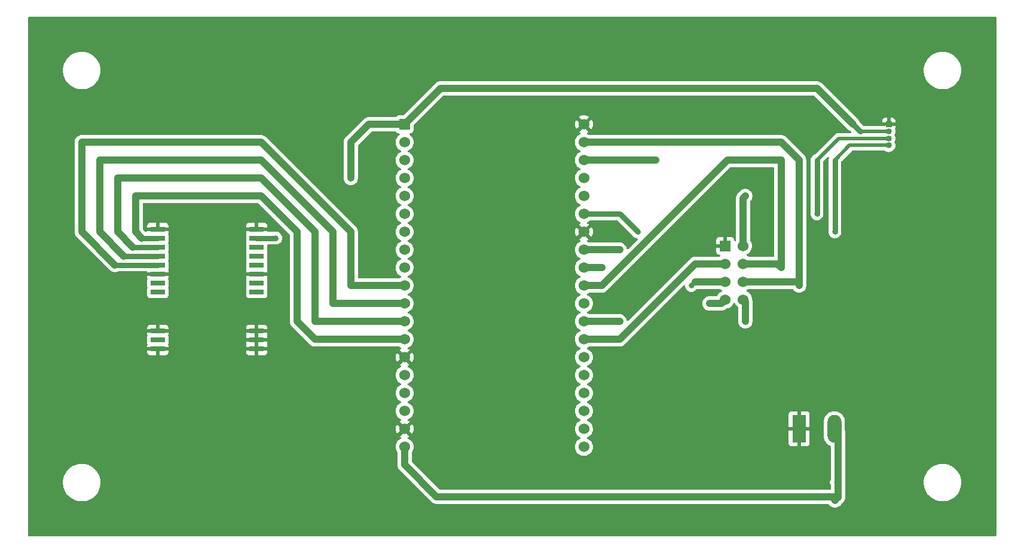
<source format=gbr>
%TF.GenerationSoftware,KiCad,Pcbnew,(6.0.4)*%
%TF.CreationDate,2023-05-23T16:29:30+02:00*%
%TF.ProjectId,OpenDTU_9400_NRF24_DM4DS_v1,4f70656e-4454-4555-9f39-3430305f4e52,rev?*%
%TF.SameCoordinates,Original*%
%TF.FileFunction,Copper,L1,Top*%
%TF.FilePolarity,Positive*%
%FSLAX46Y46*%
G04 Gerber Fmt 4.6, Leading zero omitted, Abs format (unit mm)*
G04 Created by KiCad (PCBNEW (6.0.4)) date 2023-05-23 16:29:30*
%MOMM*%
%LPD*%
G01*
G04 APERTURE LIST*
%TA.AperFunction,ComponentPad*%
%ADD10R,1.980000X3.960000*%
%TD*%
%TA.AperFunction,ComponentPad*%
%ADD11O,1.980000X3.960000*%
%TD*%
%TA.AperFunction,ComponentPad*%
%ADD12O,0.850000X0.850000*%
%TD*%
%TA.AperFunction,ComponentPad*%
%ADD13R,0.850000X0.850000*%
%TD*%
%TA.AperFunction,ComponentPad*%
%ADD14R,1.530000X1.530000*%
%TD*%
%TA.AperFunction,ComponentPad*%
%ADD15C,1.530000*%
%TD*%
%TA.AperFunction,ComponentPad*%
%ADD16R,1.524000X1.524000*%
%TD*%
%TA.AperFunction,ComponentPad*%
%ADD17C,1.524000*%
%TD*%
%TA.AperFunction,SMDPad,CuDef*%
%ADD18R,2.000000X0.800000*%
%TD*%
%TA.AperFunction,ViaPad*%
%ADD19C,0.800000*%
%TD*%
%TA.AperFunction,Conductor*%
%ADD20C,1.000000*%
%TD*%
%TA.AperFunction,Conductor*%
%ADD21C,0.250000*%
%TD*%
%TA.AperFunction,Conductor*%
%ADD22C,0.750000*%
%TD*%
%TA.AperFunction,Conductor*%
%ADD23C,0.500000*%
%TD*%
G04 APERTURE END LIST*
D10*
%TO.P,REF\u002A\u002A,1*%
%TO.N,GND*%
X160020000Y-101600000D03*
D11*
%TO.P,REF\u002A\u002A,2*%
%TO.N,5V*%
X165020000Y-101600000D03*
%TD*%
D12*
%TO.P,REF\u002A\u002A,4*%
%TO.N,N/C*%
X172720000Y-61420000D03*
%TO.P,REF\u002A\u002A,3*%
X172720000Y-60420000D03*
%TO.P,REF\u002A\u002A,2*%
%TO.N,3v3*%
X172720000Y-59420000D03*
D13*
%TO.P,REF\u002A\u002A,1*%
%TO.N,GND*%
X172720000Y-58420000D03*
%TD*%
D14*
%TO.P,REF\u002A\u002A,1*%
%TO.N,3v3*%
X104140000Y-58430000D03*
D15*
%TO.P,REF\u002A\u002A,2*%
%TO.N,N/C*%
X104140000Y-60970000D03*
%TO.P,REF\u002A\u002A,3*%
X104140000Y-63510000D03*
%TO.P,REF\u002A\u002A,4*%
X104140000Y-66050000D03*
%TO.P,REF\u002A\u002A,5*%
X104140000Y-68590000D03*
%TO.P,REF\u002A\u002A,6*%
X104140000Y-71130000D03*
%TO.P,REF\u002A\u002A,7*%
X104140000Y-73670000D03*
%TO.P,REF\u002A\u002A,8*%
X104140000Y-76210000D03*
%TO.P,REF\u002A\u002A,9*%
X104140000Y-78750000D03*
%TO.P,REF\u002A\u002A,10*%
X104140000Y-81290000D03*
%TO.P,REF\u002A\u002A,11*%
X104140000Y-83830000D03*
%TO.P,REF\u002A\u002A,12*%
X104140000Y-86370000D03*
%TO.P,REF\u002A\u002A,13*%
X104140000Y-88910000D03*
%TO.P,REF\u002A\u002A,14*%
%TO.N,GND*%
X104140000Y-91450000D03*
%TO.P,REF\u002A\u002A,15*%
%TO.N,N/C*%
X104140000Y-93990000D03*
%TO.P,REF\u002A\u002A,16*%
X104140000Y-96530000D03*
%TO.P,REF\u002A\u002A,17*%
X104140000Y-99070000D03*
%TO.P,REF\u002A\u002A,18*%
%TO.N,GND*%
X104140000Y-101610000D03*
%TO.P,REF\u002A\u002A,19*%
%TO.N,5V*%
X104140000Y-104150000D03*
%TO.P,REF\u002A\u002A,20*%
%TO.N,N/C*%
X129540000Y-104150000D03*
%TO.P,REF\u002A\u002A,21*%
X129540000Y-101610000D03*
%TO.P,REF\u002A\u002A,22*%
X129540000Y-99070000D03*
%TO.P,REF\u002A\u002A,23*%
X129540000Y-96530000D03*
%TO.P,REF\u002A\u002A,24*%
X129540000Y-93990000D03*
%TO.P,REF\u002A\u002A,25*%
X129540000Y-91450000D03*
%TO.P,REF\u002A\u002A,26*%
X129540000Y-88910000D03*
%TO.P,REF\u002A\u002A,27*%
X129540000Y-86370000D03*
%TO.P,REF\u002A\u002A,28*%
X129540000Y-83830000D03*
%TO.P,REF\u002A\u002A,29*%
X129540000Y-81290000D03*
%TO.P,REF\u002A\u002A,30*%
X129540000Y-78750000D03*
%TO.P,REF\u002A\u002A,31*%
X129540000Y-76210000D03*
%TO.P,REF\u002A\u002A,32*%
%TO.N,GND*%
X129540000Y-73670000D03*
%TO.P,REF\u002A\u002A,33*%
%TO.N,N/C*%
X129540000Y-71130000D03*
%TO.P,REF\u002A\u002A,34*%
X129540000Y-68590000D03*
%TO.P,REF\u002A\u002A,35*%
X129540000Y-66050000D03*
%TO.P,REF\u002A\u002A,36*%
X129540000Y-63510000D03*
%TO.P,REF\u002A\u002A,37*%
X129540000Y-60970000D03*
%TO.P,REF\u002A\u002A,38*%
%TO.N,GND*%
X129540000Y-58430000D03*
%TD*%
D16*
%TO.P,REF\u002A\u002A,1*%
%TO.N,GND*%
X149560000Y-75655000D03*
D17*
%TO.P,REF\u002A\u002A,2*%
%TO.N,3v3*%
X152100000Y-75655000D03*
%TO.P,REF\u002A\u002A,3*%
%TO.N,N/C*%
X149560000Y-78195000D03*
%TO.P,REF\u002A\u002A,4*%
X152100000Y-78195000D03*
%TO.P,REF\u002A\u002A,5*%
X149560000Y-80735000D03*
%TO.P,REF\u002A\u002A,6*%
X152100000Y-80735000D03*
%TO.P,REF\u002A\u002A,7*%
X149560000Y-83275000D03*
%TO.P,REF\u002A\u002A,8*%
X152100000Y-83275000D03*
%TD*%
D18*
%TO.P,REF\u002A\u002A,18*%
%TO.N,GND*%
X69200000Y-90280000D03*
%TO.P,REF\u002A\u002A,17*%
%TO.N,N/C*%
X69200000Y-89010000D03*
%TO.P,REF\u002A\u002A,16*%
%TO.N,GND*%
X69200000Y-87740000D03*
%TO.P,REF\u002A\u002A,15*%
X69200000Y-79630000D03*
%TO.P,REF\u002A\u002A,14*%
%TO.N,N/C*%
X69200000Y-78360000D03*
%TO.P,REF\u002A\u002A,13*%
X69200000Y-77090000D03*
%TO.P,REF\u002A\u002A,12*%
X69200000Y-75820000D03*
%TO.P,REF\u002A\u002A,11*%
X69200000Y-74550000D03*
%TO.P,REF\u002A\u002A,10*%
%TO.N,GND*%
X69200000Y-73280000D03*
%TO.P,REF\u002A\u002A,9*%
X83200000Y-73280000D03*
%TO.P,REF\u002A\u002A,8*%
%TO.N,3v3*%
X83200000Y-74550000D03*
%TO.P,REF\u002A\u002A,7*%
%TO.N,N/C*%
X83200000Y-75820000D03*
%TO.P,REF\u002A\u002A,6*%
X83200000Y-77090000D03*
%TO.P,REF\u002A\u002A,5*%
X83200000Y-78360000D03*
%TO.P,REF\u002A\u002A,4*%
%TO.N,GND*%
X83200000Y-79630000D03*
%TO.P,REF\u002A\u002A,3*%
X83200000Y-87740000D03*
%TO.P,REF\u002A\u002A,2*%
X83200000Y-89010000D03*
%TO.P,REF\u002A\u002A,1*%
X83200000Y-90280000D03*
%TO.P,REF\u002A\u002A,0*%
%TO.N,N/C*%
X69200000Y-82170000D03*
X83200000Y-82170000D03*
X83200000Y-80900000D03*
X69200000Y-80900000D03*
%TD*%
D19*
%TO.N,GND*%
X144780000Y-71120000D03*
X132080000Y-73660000D03*
%TO.N,3v3*%
X152400000Y-53340000D03*
X152400000Y-68580000D03*
X96520000Y-66040000D03*
X85900092Y-74545950D03*
%TO.N,*%
X165100000Y-73660000D03*
X137160000Y-73660000D03*
X139700000Y-63500000D03*
X162560000Y-71120000D03*
X147320000Y-83820000D03*
X134620000Y-76200000D03*
X144780000Y-81280000D03*
X132080000Y-78740000D03*
X152400000Y-86360000D03*
X134620000Y-86360000D03*
%TD*%
D20*
%TO.N,5V*%
X104140000Y-106680000D02*
X104140000Y-104150000D01*
X108690480Y-111230480D02*
X104140000Y-106680000D01*
X165206198Y-111230480D02*
X108690480Y-111230480D01*
D21*
X165417859Y-111442141D02*
X165206198Y-111230480D01*
D20*
X165549520Y-111310480D02*
X165417859Y-111442141D01*
X165549520Y-102129520D02*
X165549520Y-111310480D01*
D21*
X165020000Y-101600000D02*
X165549520Y-102129520D01*
D22*
%TO.N,3v3*%
X168640000Y-59420000D02*
X167640000Y-58420000D01*
D23*
X172720000Y-59420000D02*
X168640000Y-59420000D01*
D20*
X162560000Y-53340000D02*
X167640000Y-58420000D01*
X152400000Y-53340000D02*
X162560000Y-53340000D01*
X109230000Y-53340000D02*
X104140000Y-58430000D01*
X152400000Y-53340000D02*
X109230000Y-53340000D01*
X152100000Y-68880000D02*
X152400000Y-68580000D01*
X152100000Y-75655000D02*
X152100000Y-68880000D01*
X99050000Y-58430000D02*
X104140000Y-58430000D01*
X96520000Y-60960000D02*
X99050000Y-58430000D01*
X96520000Y-66040000D02*
X96520000Y-60960000D01*
D21*
X85896042Y-74550000D02*
X85900092Y-74545950D01*
D22*
X83200000Y-74550000D02*
X85896042Y-74550000D01*
D21*
%TO.N,GND*%
X116830000Y-104150000D02*
X116840000Y-104140000D01*
D20*
%TO.N,5V*%
X165020000Y-111680000D02*
X165100000Y-111760000D01*
D21*
X165020000Y-109140000D02*
X165100000Y-109220000D01*
D22*
%TO.N,*%
X165100000Y-63500000D02*
X165100000Y-73660000D01*
D23*
X167180000Y-61420000D02*
X165100000Y-63500000D01*
X172720000Y-61420000D02*
X167180000Y-61420000D01*
D22*
X134630000Y-71130000D02*
X137160000Y-73660000D01*
X129540000Y-71130000D02*
X134630000Y-71130000D01*
D20*
X139690000Y-63510000D02*
X129540000Y-63510000D01*
D21*
X139700000Y-63500000D02*
X139690000Y-63510000D01*
D22*
X162560000Y-63500000D02*
X162560000Y-71120000D01*
D23*
X165100000Y-60960000D02*
X162560000Y-63500000D01*
X165640000Y-60420000D02*
X165100000Y-60960000D01*
X172720000Y-60420000D02*
X165640000Y-60420000D01*
D20*
X152400000Y-83575000D02*
X152100000Y-83275000D01*
X152400000Y-86360000D02*
X152400000Y-83575000D01*
X149015000Y-83820000D02*
X149560000Y-83275000D01*
X147320000Y-83820000D02*
X149015000Y-83820000D01*
X157470000Y-60970000D02*
X129540000Y-60970000D01*
D21*
X157480000Y-60960000D02*
X157470000Y-60970000D01*
D20*
X160020000Y-63500000D02*
X157480000Y-60960000D01*
X160020000Y-81280000D02*
X160020000Y-63500000D01*
D21*
X159475000Y-80735000D02*
X160020000Y-81280000D01*
D20*
X152100000Y-80735000D02*
X159475000Y-80735000D01*
D21*
X134610000Y-76210000D02*
X134620000Y-76200000D01*
D20*
X129540000Y-76210000D02*
X134610000Y-76210000D01*
X145325000Y-80735000D02*
X149560000Y-80735000D01*
D21*
X144780000Y-81280000D02*
X145325000Y-80735000D01*
X132070000Y-78750000D02*
X132080000Y-78740000D01*
D20*
X129540000Y-78750000D02*
X132070000Y-78750000D01*
X157480000Y-63500000D02*
X157480000Y-78740000D01*
X149860000Y-63500000D02*
X157480000Y-63500000D01*
X132070000Y-81290000D02*
X149860000Y-63500000D01*
X156935000Y-78195000D02*
X152100000Y-78195000D01*
X129540000Y-81290000D02*
X132070000Y-81290000D01*
X157480000Y-78740000D02*
X156935000Y-78195000D01*
D21*
X134610000Y-86370000D02*
X134620000Y-86360000D01*
D20*
X129540000Y-86370000D02*
X134610000Y-86370000D01*
X145325000Y-78195000D02*
X149560000Y-78195000D01*
X129540000Y-88910000D02*
X134610000Y-88910000D01*
X134610000Y-88910000D02*
X145325000Y-78195000D01*
D21*
%TO.N,GND*%
X96520000Y-58420000D02*
X96530000Y-58430000D01*
%TO.N,3v3*%
X99060000Y-58420000D02*
X99070000Y-58430000D01*
%TO.N,GND*%
X93980000Y-58420000D02*
X93990000Y-58430000D01*
%TO.N,*%
X96520000Y-81280000D02*
X96530000Y-81290000D01*
D20*
X58420000Y-60960000D02*
X83820000Y-60960000D01*
X58420000Y-73660000D02*
X58420000Y-60960000D01*
X96520000Y-73660000D02*
X96520000Y-81280000D01*
X63120000Y-78360000D02*
X58420000Y-73660000D01*
X83820000Y-60960000D02*
X96520000Y-73660000D01*
X96530000Y-81290000D02*
X104140000Y-81290000D01*
D22*
X69200000Y-78360000D02*
X63120000Y-78360000D01*
D20*
X93980000Y-73660000D02*
X93980000Y-83820000D01*
X93990000Y-83830000D02*
X104140000Y-83830000D01*
X60960000Y-63500000D02*
X83820000Y-63500000D01*
D21*
X93980000Y-83820000D02*
X93990000Y-83830000D01*
D20*
X60960000Y-73660000D02*
X60960000Y-63500000D01*
X83820000Y-63500000D02*
X93980000Y-73660000D01*
X64390000Y-77090000D02*
X60960000Y-73660000D01*
D22*
X69200000Y-77090000D02*
X64390000Y-77090000D01*
D21*
X91440000Y-86360000D02*
X91450000Y-86370000D01*
D20*
X91440000Y-73660000D02*
X91440000Y-86360000D01*
X91450000Y-86370000D02*
X104140000Y-86370000D01*
X63500000Y-66040000D02*
X83820000Y-66040000D01*
X63500000Y-73660000D02*
X63500000Y-66040000D01*
X83820000Y-66040000D02*
X91440000Y-73660000D01*
D22*
X69200000Y-75820000D02*
X65660000Y-75820000D01*
D20*
X65660000Y-75820000D02*
X63500000Y-73660000D01*
X91450000Y-88910000D02*
X104140000Y-88910000D01*
X66040000Y-68580000D02*
X83820000Y-68580000D01*
X83820000Y-68580000D02*
X88900000Y-73660000D01*
X66040000Y-73660000D02*
X66040000Y-68580000D01*
X88900000Y-73660000D02*
X88900000Y-86360000D01*
X66930000Y-74550000D02*
X66040000Y-73660000D01*
D22*
X69200000Y-74550000D02*
X66930000Y-74550000D01*
D20*
X88900000Y-86360000D02*
X91450000Y-88910000D01*
%TD*%
%TA.AperFunction,Conductor*%
%TO.N,GND*%
G36*
X187902121Y-43200002D02*
G01*
X187948614Y-43253658D01*
X187960000Y-43306000D01*
X187960000Y-116714000D01*
X187939998Y-116782121D01*
X187886342Y-116828614D01*
X187834000Y-116840000D01*
X50926000Y-116840000D01*
X50857879Y-116819998D01*
X50811386Y-116766342D01*
X50800000Y-116714000D01*
X50800000Y-109266485D01*
X55756854Y-109266485D01*
X55757156Y-109270320D01*
X55775108Y-109498417D01*
X55782370Y-109590695D01*
X55847206Y-109909378D01*
X55950398Y-110217784D01*
X56090405Y-110511316D01*
X56265141Y-110785597D01*
X56267584Y-110788560D01*
X56267585Y-110788562D01*
X56417308Y-110970190D01*
X56472001Y-111036538D01*
X56707902Y-111260399D01*
X56969326Y-111453843D01*
X57059118Y-111504645D01*
X57249019Y-111612086D01*
X57249023Y-111612088D01*
X57252376Y-111613985D01*
X57552832Y-111738438D01*
X57656288Y-111767129D01*
X57862500Y-111824317D01*
X57862508Y-111824319D01*
X57866216Y-111825347D01*
X58187856Y-111873416D01*
X58191154Y-111873560D01*
X58302918Y-111878440D01*
X58302922Y-111878440D01*
X58304294Y-111878500D01*
X58502598Y-111878500D01*
X58744605Y-111863698D01*
X58748388Y-111862997D01*
X58748395Y-111862996D01*
X58948459Y-111825916D01*
X59064372Y-111804433D01*
X59273682Y-111738438D01*
X59370860Y-111707798D01*
X59370863Y-111707797D01*
X59374532Y-111706640D01*
X59378029Y-111705046D01*
X59378035Y-111705044D01*
X59666954Y-111573376D01*
X59666958Y-111573374D01*
X59670462Y-111571777D01*
X59743450Y-111527050D01*
X59944473Y-111403863D01*
X59944476Y-111403861D01*
X59947751Y-111401854D01*
X59950755Y-111399464D01*
X59950760Y-111399461D01*
X60115566Y-111268368D01*
X60202264Y-111199405D01*
X60204958Y-111196664D01*
X60204962Y-111196660D01*
X60427513Y-110970190D01*
X60427517Y-110970185D01*
X60430208Y-110967447D01*
X60628185Y-110709439D01*
X60793242Y-110429227D01*
X60922920Y-110130988D01*
X61015285Y-109819169D01*
X61068961Y-109498417D01*
X61083146Y-109173515D01*
X61070388Y-109011410D01*
X61057932Y-108853140D01*
X61057932Y-108853137D01*
X61057630Y-108849305D01*
X60992794Y-108530622D01*
X60889602Y-108222216D01*
X60749595Y-107928684D01*
X60574859Y-107654403D01*
X60427470Y-107475606D01*
X60370442Y-107406425D01*
X60370438Y-107406420D01*
X60367999Y-107403462D01*
X60132098Y-107179601D01*
X59870674Y-106986157D01*
X59668075Y-106871532D01*
X59590981Y-106827914D01*
X59590977Y-106827912D01*
X59587624Y-106826015D01*
X59287168Y-106701562D01*
X59149063Y-106663262D01*
X58977500Y-106615683D01*
X58977492Y-106615681D01*
X58973784Y-106614653D01*
X58652144Y-106566584D01*
X58648846Y-106566440D01*
X58537082Y-106561560D01*
X58537078Y-106561560D01*
X58535706Y-106561500D01*
X58337402Y-106561500D01*
X58095395Y-106576302D01*
X58091612Y-106577003D01*
X58091605Y-106577004D01*
X57935511Y-106605935D01*
X57775628Y-106635567D01*
X57648904Y-106675523D01*
X57469140Y-106732202D01*
X57469137Y-106732203D01*
X57465468Y-106733360D01*
X57461971Y-106734954D01*
X57461965Y-106734956D01*
X57173046Y-106866624D01*
X57173042Y-106866626D01*
X57169538Y-106868223D01*
X57166259Y-106870233D01*
X57166256Y-106870234D01*
X57008403Y-106966967D01*
X56892249Y-107038146D01*
X56889245Y-107040536D01*
X56889240Y-107040539D01*
X56764992Y-107139371D01*
X56637736Y-107240595D01*
X56635042Y-107243336D01*
X56635038Y-107243340D01*
X56412487Y-107469810D01*
X56412483Y-107469815D01*
X56409792Y-107472553D01*
X56211815Y-107730561D01*
X56046758Y-108010773D01*
X55917080Y-108309012D01*
X55824715Y-108620831D01*
X55771039Y-108941583D01*
X55756854Y-109266485D01*
X50800000Y-109266485D01*
X50800000Y-104150000D01*
X102861635Y-104150000D01*
X102881056Y-104371986D01*
X102938730Y-104587227D01*
X102941052Y-104592208D01*
X102941053Y-104592209D01*
X103030577Y-104784195D01*
X103030580Y-104784200D01*
X103032903Y-104789182D01*
X103036060Y-104793690D01*
X103108713Y-104897449D01*
X103131500Y-104969720D01*
X103131500Y-106618157D01*
X103130763Y-106631764D01*
X103126676Y-106669388D01*
X103127213Y-106675523D01*
X103131050Y-106719388D01*
X103131379Y-106724214D01*
X103131500Y-106726686D01*
X103131500Y-106729769D01*
X103131801Y-106732837D01*
X103135690Y-106772506D01*
X103135812Y-106773819D01*
X103143913Y-106866413D01*
X103145400Y-106871532D01*
X103145920Y-106876833D01*
X103172791Y-106965834D01*
X103173126Y-106966967D01*
X103179368Y-106988450D01*
X103199091Y-107056336D01*
X103201544Y-107061068D01*
X103203084Y-107066169D01*
X103205978Y-107071612D01*
X103246731Y-107148260D01*
X103247343Y-107149426D01*
X103290108Y-107231926D01*
X103293431Y-107236089D01*
X103295934Y-107240796D01*
X103354755Y-107312918D01*
X103355446Y-107313774D01*
X103386738Y-107352973D01*
X103389242Y-107355477D01*
X103389884Y-107356195D01*
X103393585Y-107360528D01*
X103420935Y-107394062D01*
X103425682Y-107397989D01*
X103425684Y-107397991D01*
X103456262Y-107423287D01*
X103465042Y-107431277D01*
X107933629Y-111899864D01*
X107942731Y-111910007D01*
X107966448Y-111939505D01*
X108004930Y-111971795D01*
X108008542Y-111974947D01*
X108010368Y-111976603D01*
X108012555Y-111978790D01*
X108014938Y-111980747D01*
X108014943Y-111980752D01*
X108045748Y-112006056D01*
X108046732Y-112006873D01*
X108117954Y-112066634D01*
X108122627Y-112069203D01*
X108126742Y-112072583D01*
X108132171Y-112075494D01*
X108132174Y-112075496D01*
X108208660Y-112116508D01*
X108209818Y-112117137D01*
X108285868Y-112158945D01*
X108291267Y-112161913D01*
X108296345Y-112163524D01*
X108301043Y-112166043D01*
X108389978Y-112193233D01*
X108391182Y-112193608D01*
X108479786Y-112221715D01*
X108485077Y-112222308D01*
X108490178Y-112223868D01*
X108582791Y-112233275D01*
X108583911Y-112233395D01*
X108633707Y-112238980D01*
X108637236Y-112238980D01*
X108638219Y-112239035D01*
X108643906Y-112239483D01*
X108664163Y-112241540D01*
X108680816Y-112243232D01*
X108680819Y-112243232D01*
X108686943Y-112243854D01*
X108732592Y-112239539D01*
X108744449Y-112238980D01*
X164115099Y-112238980D01*
X164183220Y-112258982D01*
X164213571Y-112286372D01*
X164240181Y-112319706D01*
X164266738Y-112352973D01*
X164422075Y-112508309D01*
X164536261Y-112602103D01*
X164710563Y-112695562D01*
X164819219Y-112728782D01*
X164893800Y-112751584D01*
X164893802Y-112751584D01*
X164899698Y-112753387D01*
X164957551Y-112759264D01*
X165090334Y-112772752D01*
X165090339Y-112772752D01*
X165096462Y-112773374D01*
X165220525Y-112761646D01*
X165287229Y-112755341D01*
X165287231Y-112755341D01*
X165293362Y-112754761D01*
X165388129Y-112726510D01*
X165476993Y-112700019D01*
X165476995Y-112700018D01*
X165482896Y-112698259D01*
X165657846Y-112606018D01*
X165811547Y-112481553D01*
X165938146Y-112329604D01*
X165941094Y-112324197D01*
X165944146Y-112319706D01*
X165970793Y-112293296D01*
X165969785Y-112292033D01*
X166088082Y-112197599D01*
X166088089Y-112197592D01*
X166090832Y-112195403D01*
X166218902Y-112067333D01*
X166229044Y-112058232D01*
X166253738Y-112038377D01*
X166258545Y-112034512D01*
X166290812Y-111996058D01*
X166293992Y-111992411D01*
X166295635Y-111990599D01*
X166297829Y-111988405D01*
X166325162Y-111955131D01*
X166325868Y-111954280D01*
X166334942Y-111943467D01*
X166385674Y-111883006D01*
X166388242Y-111878336D01*
X166391623Y-111874219D01*
X166435535Y-111792322D01*
X166436144Y-111791200D01*
X166477986Y-111715091D01*
X166477988Y-111715086D01*
X166480953Y-111709693D01*
X166482564Y-111704615D01*
X166485083Y-111699917D01*
X166512273Y-111610982D01*
X166512656Y-111609752D01*
X166525341Y-111569766D01*
X166540755Y-111521174D01*
X166541348Y-111515883D01*
X166542908Y-111510782D01*
X166552315Y-111418169D01*
X166552435Y-111417049D01*
X166558020Y-111367253D01*
X166558020Y-111363724D01*
X166558075Y-111362741D01*
X166558524Y-111357036D01*
X166562272Y-111320144D01*
X166562272Y-111320141D01*
X166562894Y-111314017D01*
X166558579Y-111268368D01*
X166558020Y-111256511D01*
X166558020Y-109266485D01*
X177676854Y-109266485D01*
X177677156Y-109270320D01*
X177695108Y-109498417D01*
X177702370Y-109590695D01*
X177767206Y-109909378D01*
X177870398Y-110217784D01*
X178010405Y-110511316D01*
X178185141Y-110785597D01*
X178187584Y-110788560D01*
X178187585Y-110788562D01*
X178337308Y-110970190D01*
X178392001Y-111036538D01*
X178627902Y-111260399D01*
X178889326Y-111453843D01*
X178979118Y-111504645D01*
X179169019Y-111612086D01*
X179169023Y-111612088D01*
X179172376Y-111613985D01*
X179472832Y-111738438D01*
X179576288Y-111767129D01*
X179782500Y-111824317D01*
X179782508Y-111824319D01*
X179786216Y-111825347D01*
X180107856Y-111873416D01*
X180111154Y-111873560D01*
X180222918Y-111878440D01*
X180222922Y-111878440D01*
X180224294Y-111878500D01*
X180422598Y-111878500D01*
X180664605Y-111863698D01*
X180668388Y-111862997D01*
X180668395Y-111862996D01*
X180868459Y-111825916D01*
X180984372Y-111804433D01*
X181193682Y-111738438D01*
X181290860Y-111707798D01*
X181290863Y-111707797D01*
X181294532Y-111706640D01*
X181298029Y-111705046D01*
X181298035Y-111705044D01*
X181586954Y-111573376D01*
X181586958Y-111573374D01*
X181590462Y-111571777D01*
X181663450Y-111527050D01*
X181864473Y-111403863D01*
X181864476Y-111403861D01*
X181867751Y-111401854D01*
X181870755Y-111399464D01*
X181870760Y-111399461D01*
X182035566Y-111268368D01*
X182122264Y-111199405D01*
X182124958Y-111196664D01*
X182124962Y-111196660D01*
X182347513Y-110970190D01*
X182347517Y-110970185D01*
X182350208Y-110967447D01*
X182548185Y-110709439D01*
X182713242Y-110429227D01*
X182842920Y-110130988D01*
X182935285Y-109819169D01*
X182988961Y-109498417D01*
X183003146Y-109173515D01*
X182990388Y-109011410D01*
X182977932Y-108853140D01*
X182977932Y-108853137D01*
X182977630Y-108849305D01*
X182912794Y-108530622D01*
X182809602Y-108222216D01*
X182669595Y-107928684D01*
X182494859Y-107654403D01*
X182347470Y-107475606D01*
X182290442Y-107406425D01*
X182290438Y-107406420D01*
X182287999Y-107403462D01*
X182052098Y-107179601D01*
X181790674Y-106986157D01*
X181588075Y-106871532D01*
X181510981Y-106827914D01*
X181510977Y-106827912D01*
X181507624Y-106826015D01*
X181207168Y-106701562D01*
X181069063Y-106663262D01*
X180897500Y-106615683D01*
X180897492Y-106615681D01*
X180893784Y-106614653D01*
X180572144Y-106566584D01*
X180568846Y-106566440D01*
X180457082Y-106561560D01*
X180457078Y-106561560D01*
X180455706Y-106561500D01*
X180257402Y-106561500D01*
X180015395Y-106576302D01*
X180011612Y-106577003D01*
X180011605Y-106577004D01*
X179855511Y-106605935D01*
X179695628Y-106635567D01*
X179568904Y-106675523D01*
X179389140Y-106732202D01*
X179389137Y-106732203D01*
X179385468Y-106733360D01*
X179381971Y-106734954D01*
X179381965Y-106734956D01*
X179093046Y-106866624D01*
X179093042Y-106866626D01*
X179089538Y-106868223D01*
X179086259Y-106870233D01*
X179086256Y-106870234D01*
X178928403Y-106966967D01*
X178812249Y-107038146D01*
X178809245Y-107040536D01*
X178809240Y-107040539D01*
X178684993Y-107139370D01*
X178557736Y-107240595D01*
X178555042Y-107243336D01*
X178555038Y-107243340D01*
X178332487Y-107469810D01*
X178332483Y-107469815D01*
X178329792Y-107472553D01*
X178131815Y-107730561D01*
X177966758Y-108010773D01*
X177837080Y-108309012D01*
X177744715Y-108620831D01*
X177691039Y-108941583D01*
X177676854Y-109266485D01*
X166558020Y-109266485D01*
X166558020Y-102079751D01*
X166555320Y-102052209D01*
X166548437Y-101982022D01*
X166543600Y-101932687D01*
X166523878Y-101867365D01*
X166518500Y-101830947D01*
X166518500Y-100547531D01*
X166516736Y-100526071D01*
X166503869Y-100369568D01*
X166503868Y-100369562D01*
X166503445Y-100364417D01*
X166443416Y-100125430D01*
X166441357Y-100120694D01*
X166347220Y-99904193D01*
X166347218Y-99904190D01*
X166345160Y-99899456D01*
X166342354Y-99895118D01*
X166214126Y-99696908D01*
X166214121Y-99696902D01*
X166211315Y-99692564D01*
X166045477Y-99510310D01*
X166041426Y-99507111D01*
X166041422Y-99507107D01*
X165856157Y-99360795D01*
X165852099Y-99357590D01*
X165723332Y-99286506D01*
X165640906Y-99241004D01*
X165640903Y-99241003D01*
X165636375Y-99238503D01*
X165404097Y-99156250D01*
X165349457Y-99146517D01*
X165166593Y-99113943D01*
X165166589Y-99113943D01*
X165161505Y-99113037D01*
X165076700Y-99112001D01*
X164920282Y-99110090D01*
X164920280Y-99110090D01*
X164915112Y-99110027D01*
X164671536Y-99147299D01*
X164437318Y-99223853D01*
X164432730Y-99226241D01*
X164432726Y-99226243D01*
X164316962Y-99286506D01*
X164218748Y-99337633D01*
X164214615Y-99340736D01*
X164214612Y-99340738D01*
X164025832Y-99482479D01*
X164021697Y-99485584D01*
X163851455Y-99663731D01*
X163848541Y-99668003D01*
X163848540Y-99668004D01*
X163715515Y-99863011D01*
X163715512Y-99863016D01*
X163712596Y-99867291D01*
X163710420Y-99871980D01*
X163710416Y-99871986D01*
X163626651Y-100052443D01*
X163608848Y-100090797D01*
X163607468Y-100095775D01*
X163607466Y-100095779D01*
X163571407Y-100225805D01*
X163542998Y-100328247D01*
X163534397Y-100408730D01*
X163523949Y-100506495D01*
X163521500Y-100529406D01*
X163521500Y-102652469D01*
X163521712Y-102655042D01*
X163521712Y-102655053D01*
X163536131Y-102830432D01*
X163536132Y-102830438D01*
X163536555Y-102835583D01*
X163547963Y-102880999D01*
X163588046Y-103040577D01*
X163596584Y-103074570D01*
X163598642Y-103079303D01*
X163598643Y-103079306D01*
X163637016Y-103167557D01*
X163694840Y-103300544D01*
X163697644Y-103304878D01*
X163697646Y-103304882D01*
X163825874Y-103503092D01*
X163825879Y-103503098D01*
X163828685Y-103507436D01*
X163994523Y-103689690D01*
X163998574Y-103692889D01*
X163998578Y-103692893D01*
X164135643Y-103801139D01*
X164187901Y-103842410D01*
X164403625Y-103961497D01*
X164408500Y-103963223D01*
X164408506Y-103963226D01*
X164457079Y-103980426D01*
X164514616Y-104022019D01*
X164540532Y-104088117D01*
X164541020Y-104099199D01*
X164541020Y-108677740D01*
X164521018Y-108745861D01*
X164509533Y-108761067D01*
X164497118Y-108775148D01*
X164497116Y-108775151D01*
X164491880Y-108781090D01*
X164419215Y-108923704D01*
X164417485Y-108931443D01*
X164417484Y-108931446D01*
X164386028Y-109072168D01*
X164384298Y-109079909D01*
X164389327Y-109239889D01*
X164391539Y-109247501D01*
X164391539Y-109247504D01*
X164398168Y-109270320D01*
X164433982Y-109393593D01*
X164515458Y-109531362D01*
X164515791Y-109531695D01*
X164540526Y-109594693D01*
X164541020Y-109605835D01*
X164541020Y-110095980D01*
X164521018Y-110164101D01*
X164467362Y-110210594D01*
X164415020Y-110221980D01*
X109160404Y-110221980D01*
X109092283Y-110201978D01*
X109071309Y-110185075D01*
X105185405Y-106299171D01*
X105151379Y-106236859D01*
X105148500Y-106210076D01*
X105148500Y-104969720D01*
X105171287Y-104897449D01*
X105243940Y-104793690D01*
X105247097Y-104789182D01*
X105249420Y-104784200D01*
X105249423Y-104784195D01*
X105338947Y-104592209D01*
X105338948Y-104592208D01*
X105341270Y-104587227D01*
X105398944Y-104371986D01*
X105418365Y-104150000D01*
X128261635Y-104150000D01*
X128281056Y-104371986D01*
X128338730Y-104587227D01*
X128341052Y-104592208D01*
X128341053Y-104592209D01*
X128430577Y-104784195D01*
X128430580Y-104784200D01*
X128432903Y-104789182D01*
X128560716Y-104971717D01*
X128718283Y-105129284D01*
X128900817Y-105257097D01*
X128905799Y-105259420D01*
X128905804Y-105259423D01*
X129097791Y-105348947D01*
X129102773Y-105351270D01*
X129108081Y-105352692D01*
X129108083Y-105352693D01*
X129174464Y-105370480D01*
X129318014Y-105408944D01*
X129540000Y-105428365D01*
X129761986Y-105408944D01*
X129905536Y-105370480D01*
X129971917Y-105352693D01*
X129971919Y-105352692D01*
X129977227Y-105351270D01*
X129982209Y-105348947D01*
X130174196Y-105259423D01*
X130174201Y-105259420D01*
X130179183Y-105257097D01*
X130361717Y-105129284D01*
X130519284Y-104971717D01*
X130647097Y-104789182D01*
X130649420Y-104784200D01*
X130649423Y-104784195D01*
X130738947Y-104592209D01*
X130738948Y-104592208D01*
X130741270Y-104587227D01*
X130798944Y-104371986D01*
X130818365Y-104150000D01*
X130798944Y-103928014D01*
X130741270Y-103712773D01*
X130728724Y-103685867D01*
X130700187Y-103624669D01*
X158522001Y-103624669D01*
X158522371Y-103631490D01*
X158527895Y-103682352D01*
X158531521Y-103697604D01*
X158576676Y-103818054D01*
X158585214Y-103833649D01*
X158661715Y-103935724D01*
X158674276Y-103948285D01*
X158776351Y-104024786D01*
X158791946Y-104033324D01*
X158912394Y-104078478D01*
X158927649Y-104082105D01*
X158978514Y-104087631D01*
X158985328Y-104088000D01*
X159747885Y-104088000D01*
X159763124Y-104083525D01*
X159764329Y-104082135D01*
X159766000Y-104074452D01*
X159766000Y-104069884D01*
X160274000Y-104069884D01*
X160278475Y-104085123D01*
X160279865Y-104086328D01*
X160287548Y-104087999D01*
X161054669Y-104087999D01*
X161061490Y-104087629D01*
X161112352Y-104082105D01*
X161127604Y-104078479D01*
X161248054Y-104033324D01*
X161263649Y-104024786D01*
X161365724Y-103948285D01*
X161378285Y-103935724D01*
X161454786Y-103833649D01*
X161463324Y-103818054D01*
X161508478Y-103697606D01*
X161512105Y-103682351D01*
X161517631Y-103631486D01*
X161518000Y-103624672D01*
X161518000Y-101872115D01*
X161513525Y-101856876D01*
X161512135Y-101855671D01*
X161504452Y-101854000D01*
X160292115Y-101854000D01*
X160276876Y-101858475D01*
X160275671Y-101859865D01*
X160274000Y-101867548D01*
X160274000Y-104069884D01*
X159766000Y-104069884D01*
X159766000Y-101872115D01*
X159761525Y-101856876D01*
X159760135Y-101855671D01*
X159752452Y-101854000D01*
X158540116Y-101854000D01*
X158524877Y-101858475D01*
X158523672Y-101859865D01*
X158522001Y-101867548D01*
X158522001Y-103624669D01*
X130700187Y-103624669D01*
X130649423Y-103515805D01*
X130649420Y-103515800D01*
X130647097Y-103510818D01*
X130519284Y-103328283D01*
X130361717Y-103170716D01*
X130179183Y-103042903D01*
X130174201Y-103040580D01*
X130174196Y-103040577D01*
X130074728Y-102994195D01*
X130021443Y-102947278D01*
X130001982Y-102879001D01*
X130022524Y-102811041D01*
X130074728Y-102765805D01*
X130174196Y-102719423D01*
X130174201Y-102719420D01*
X130179183Y-102717097D01*
X130361717Y-102589284D01*
X130519284Y-102431717D01*
X130647097Y-102249182D01*
X130649420Y-102244200D01*
X130649423Y-102244195D01*
X130738947Y-102052209D01*
X130738948Y-102052208D01*
X130741270Y-102047227D01*
X130798944Y-101831986D01*
X130818365Y-101610000D01*
X130798944Y-101388014D01*
X130782832Y-101327885D01*
X158522000Y-101327885D01*
X158526475Y-101343124D01*
X158527865Y-101344329D01*
X158535548Y-101346000D01*
X159747885Y-101346000D01*
X159763124Y-101341525D01*
X159764329Y-101340135D01*
X159766000Y-101332452D01*
X159766000Y-101327885D01*
X160274000Y-101327885D01*
X160278475Y-101343124D01*
X160279865Y-101344329D01*
X160287548Y-101346000D01*
X161499884Y-101346000D01*
X161515123Y-101341525D01*
X161516328Y-101340135D01*
X161517999Y-101332452D01*
X161517999Y-99575331D01*
X161517629Y-99568510D01*
X161512105Y-99517648D01*
X161508479Y-99502396D01*
X161463324Y-99381946D01*
X161454786Y-99366351D01*
X161378285Y-99264276D01*
X161365724Y-99251715D01*
X161263649Y-99175214D01*
X161248054Y-99166676D01*
X161127606Y-99121522D01*
X161112351Y-99117895D01*
X161061486Y-99112369D01*
X161054672Y-99112000D01*
X160292115Y-99112000D01*
X160276876Y-99116475D01*
X160275671Y-99117865D01*
X160274000Y-99125548D01*
X160274000Y-101327885D01*
X159766000Y-101327885D01*
X159766000Y-99130116D01*
X159761525Y-99114877D01*
X159760135Y-99113672D01*
X159752452Y-99112001D01*
X158985331Y-99112001D01*
X158978510Y-99112371D01*
X158927648Y-99117895D01*
X158912396Y-99121521D01*
X158791946Y-99166676D01*
X158776351Y-99175214D01*
X158674276Y-99251715D01*
X158661715Y-99264276D01*
X158585214Y-99366351D01*
X158576676Y-99381946D01*
X158531522Y-99502394D01*
X158527895Y-99517649D01*
X158522369Y-99568514D01*
X158522000Y-99575328D01*
X158522000Y-101327885D01*
X130782832Y-101327885D01*
X130741270Y-101172773D01*
X130649540Y-100976056D01*
X130649423Y-100975805D01*
X130649420Y-100975800D01*
X130647097Y-100970818D01*
X130519284Y-100788283D01*
X130361717Y-100630716D01*
X130179183Y-100502903D01*
X130174201Y-100500580D01*
X130174196Y-100500577D01*
X130074728Y-100454195D01*
X130021443Y-100407278D01*
X130001982Y-100339001D01*
X130022524Y-100271041D01*
X130074728Y-100225805D01*
X130174196Y-100179423D01*
X130174201Y-100179420D01*
X130179183Y-100177097D01*
X130361717Y-100049284D01*
X130519284Y-99891717D01*
X130536388Y-99867291D01*
X130643940Y-99713690D01*
X130647097Y-99709182D01*
X130649420Y-99704200D01*
X130649423Y-99704195D01*
X130738947Y-99512209D01*
X130738948Y-99512208D01*
X130741270Y-99507227D01*
X130798944Y-99291986D01*
X130818365Y-99070000D01*
X130798944Y-98848014D01*
X130741270Y-98632773D01*
X130738947Y-98627791D01*
X130649423Y-98435805D01*
X130649420Y-98435800D01*
X130647097Y-98430818D01*
X130519284Y-98248283D01*
X130361717Y-98090716D01*
X130179183Y-97962903D01*
X130174201Y-97960580D01*
X130174196Y-97960577D01*
X130074728Y-97914195D01*
X130021443Y-97867278D01*
X130001982Y-97799001D01*
X130022524Y-97731041D01*
X130074728Y-97685805D01*
X130174196Y-97639423D01*
X130174201Y-97639420D01*
X130179183Y-97637097D01*
X130361717Y-97509284D01*
X130519284Y-97351717D01*
X130647097Y-97169182D01*
X130649420Y-97164200D01*
X130649423Y-97164195D01*
X130738947Y-96972209D01*
X130738948Y-96972208D01*
X130741270Y-96967227D01*
X130798944Y-96751986D01*
X130818365Y-96530000D01*
X130798944Y-96308014D01*
X130741270Y-96092773D01*
X130738947Y-96087791D01*
X130649423Y-95895805D01*
X130649420Y-95895800D01*
X130647097Y-95890818D01*
X130519284Y-95708283D01*
X130361717Y-95550716D01*
X130179183Y-95422903D01*
X130174201Y-95420580D01*
X130174196Y-95420577D01*
X130074728Y-95374195D01*
X130021443Y-95327278D01*
X130001982Y-95259001D01*
X130022524Y-95191041D01*
X130074728Y-95145805D01*
X130174196Y-95099423D01*
X130174201Y-95099420D01*
X130179183Y-95097097D01*
X130361717Y-94969284D01*
X130519284Y-94811717D01*
X130647097Y-94629182D01*
X130649420Y-94624200D01*
X130649423Y-94624195D01*
X130738947Y-94432209D01*
X130738948Y-94432208D01*
X130741270Y-94427227D01*
X130798944Y-94211986D01*
X130818365Y-93990000D01*
X130798944Y-93768014D01*
X130741270Y-93552773D01*
X130738947Y-93547791D01*
X130649423Y-93355805D01*
X130649420Y-93355800D01*
X130647097Y-93350818D01*
X130519284Y-93168283D01*
X130361717Y-93010716D01*
X130179183Y-92882903D01*
X130174201Y-92880580D01*
X130174196Y-92880577D01*
X130074728Y-92834195D01*
X130021443Y-92787278D01*
X130001982Y-92719001D01*
X130022524Y-92651041D01*
X130074728Y-92605805D01*
X130174196Y-92559423D01*
X130174201Y-92559420D01*
X130179183Y-92557097D01*
X130361717Y-92429284D01*
X130519284Y-92271717D01*
X130647097Y-92089182D01*
X130649420Y-92084200D01*
X130649423Y-92084195D01*
X130738947Y-91892209D01*
X130738948Y-91892208D01*
X130741270Y-91887227D01*
X130798944Y-91671986D01*
X130818365Y-91450000D01*
X130798944Y-91228014D01*
X130758742Y-91077978D01*
X130742693Y-91018083D01*
X130742692Y-91018081D01*
X130741270Y-91012773D01*
X130649540Y-90816056D01*
X130649423Y-90815805D01*
X130649420Y-90815800D01*
X130647097Y-90810818D01*
X130519284Y-90628283D01*
X130361717Y-90470716D01*
X130179183Y-90342903D01*
X130174201Y-90340580D01*
X130174196Y-90340577D01*
X130074728Y-90294195D01*
X130021443Y-90247278D01*
X130001982Y-90179001D01*
X130022524Y-90111041D01*
X130074728Y-90065805D01*
X130174196Y-90019423D01*
X130174201Y-90019420D01*
X130179183Y-90017097D01*
X130287450Y-89941287D01*
X130359721Y-89918500D01*
X134548157Y-89918500D01*
X134561764Y-89919237D01*
X134593262Y-89922659D01*
X134593267Y-89922659D01*
X134599388Y-89923324D01*
X134625638Y-89921027D01*
X134649388Y-89918950D01*
X134654214Y-89918621D01*
X134656686Y-89918500D01*
X134659769Y-89918500D01*
X134671738Y-89917326D01*
X134702506Y-89914310D01*
X134703819Y-89914188D01*
X134748084Y-89910315D01*
X134796413Y-89906087D01*
X134801532Y-89904600D01*
X134806833Y-89904080D01*
X134895834Y-89877209D01*
X134896967Y-89876874D01*
X134980414Y-89852630D01*
X134980418Y-89852628D01*
X134986336Y-89850909D01*
X134991068Y-89848456D01*
X134996169Y-89846916D01*
X135008360Y-89840434D01*
X135078260Y-89803269D01*
X135079426Y-89802657D01*
X135156453Y-89762729D01*
X135161926Y-89759892D01*
X135166089Y-89756569D01*
X135170796Y-89754066D01*
X135176997Y-89749009D01*
X135203729Y-89727206D01*
X135242918Y-89695245D01*
X135243774Y-89694554D01*
X135282973Y-89663262D01*
X135285477Y-89660758D01*
X135286195Y-89660116D01*
X135290528Y-89656415D01*
X135324062Y-89629065D01*
X135353288Y-89593737D01*
X135361277Y-89584958D01*
X139509530Y-85436705D01*
X143660657Y-81285577D01*
X143722969Y-81251551D01*
X143793784Y-81256616D01*
X143850620Y-81299163D01*
X143875062Y-81361501D01*
X143880193Y-81410316D01*
X143886458Y-81469928D01*
X143945473Y-81651556D01*
X144040960Y-81816944D01*
X144168747Y-81958866D01*
X144323248Y-82071118D01*
X144329276Y-82073802D01*
X144329278Y-82073803D01*
X144491681Y-82146109D01*
X144497712Y-82148794D01*
X144588944Y-82168186D01*
X144678056Y-82187128D01*
X144678061Y-82187128D01*
X144684513Y-82188500D01*
X144875487Y-82188500D01*
X144881939Y-82187128D01*
X144881944Y-82187128D01*
X144971056Y-82168186D01*
X145062288Y-82148794D01*
X145068319Y-82146109D01*
X145230722Y-82073803D01*
X145230724Y-82073802D01*
X145236752Y-82071118D01*
X145391253Y-81958866D01*
X145519040Y-81816944D01*
X145525071Y-81806498D01*
X145576454Y-81757506D01*
X145634189Y-81743500D01*
X148745510Y-81743500D01*
X148817781Y-81766287D01*
X148881961Y-81811226D01*
X148922323Y-81839488D01*
X148927305Y-81841811D01*
X148927310Y-81841814D01*
X149032373Y-81890805D01*
X149085658Y-81937722D01*
X149105119Y-82005999D01*
X149084577Y-82073959D01*
X149032373Y-82119195D01*
X148927311Y-82168186D01*
X148927306Y-82168189D01*
X148922324Y-82170512D01*
X148917817Y-82173668D01*
X148917815Y-82173669D01*
X148744730Y-82294864D01*
X148744727Y-82294866D01*
X148740219Y-82298023D01*
X148583023Y-82455219D01*
X148579866Y-82459727D01*
X148579864Y-82459730D01*
X148461369Y-82628959D01*
X148455512Y-82637324D01*
X148453189Y-82642306D01*
X148453186Y-82642311D01*
X148408216Y-82738750D01*
X148361298Y-82792035D01*
X148294021Y-82811500D01*
X147270231Y-82811500D01*
X147267175Y-82811800D01*
X147267168Y-82811800D01*
X147217147Y-82816705D01*
X147123167Y-82825920D01*
X147117266Y-82827702D01*
X147117264Y-82827702D01*
X147051502Y-82847557D01*
X146933831Y-82883084D01*
X146759204Y-82975934D01*
X146711024Y-83015229D01*
X146610713Y-83097040D01*
X146610710Y-83097043D01*
X146605938Y-83100935D01*
X146602011Y-83105682D01*
X146602009Y-83105684D01*
X146483799Y-83248575D01*
X146483797Y-83248579D01*
X146479870Y-83253325D01*
X146385802Y-83427299D01*
X146327318Y-83616232D01*
X146306645Y-83812925D01*
X146324570Y-84009888D01*
X146326308Y-84015794D01*
X146326309Y-84015798D01*
X146348227Y-84090270D01*
X146380410Y-84199619D01*
X146383263Y-84205077D01*
X146383265Y-84205081D01*
X146405745Y-84248080D01*
X146472040Y-84374890D01*
X146595968Y-84529025D01*
X146600692Y-84532989D01*
X146607933Y-84539065D01*
X146747474Y-84656154D01*
X146752872Y-84659121D01*
X146752877Y-84659125D01*
X146850253Y-84712657D01*
X146920787Y-84751433D01*
X146926654Y-84753294D01*
X146926656Y-84753295D01*
X147103436Y-84809373D01*
X147109306Y-84811235D01*
X147263227Y-84828500D01*
X148953157Y-84828500D01*
X148966764Y-84829237D01*
X148998262Y-84832659D01*
X148998267Y-84832659D01*
X149004388Y-84833324D01*
X149030638Y-84831027D01*
X149054388Y-84828950D01*
X149059214Y-84828621D01*
X149061686Y-84828500D01*
X149064769Y-84828500D01*
X149076738Y-84827326D01*
X149107506Y-84824310D01*
X149108819Y-84824188D01*
X149153084Y-84820315D01*
X149201413Y-84816087D01*
X149206532Y-84814600D01*
X149211833Y-84814080D01*
X149300834Y-84787209D01*
X149301967Y-84786874D01*
X149385414Y-84762630D01*
X149385418Y-84762628D01*
X149391336Y-84760909D01*
X149396068Y-84758456D01*
X149401169Y-84756916D01*
X149417060Y-84748467D01*
X149483260Y-84713269D01*
X149484426Y-84712657D01*
X149561453Y-84672729D01*
X149566926Y-84669892D01*
X149571089Y-84666569D01*
X149575796Y-84664066D01*
X149647918Y-84605245D01*
X149648774Y-84604554D01*
X149687973Y-84573262D01*
X149690477Y-84570758D01*
X149691195Y-84570116D01*
X149695524Y-84566418D01*
X149703837Y-84559638D01*
X149770586Y-84532536D01*
X149770564Y-84532413D01*
X149771139Y-84532312D01*
X149772490Y-84531763D01*
X149781463Y-84530978D01*
X149925051Y-84492503D01*
X149990886Y-84474863D01*
X149990888Y-84474862D01*
X149996196Y-84473440D01*
X150001178Y-84471117D01*
X150192690Y-84381814D01*
X150192695Y-84381811D01*
X150197677Y-84379488D01*
X150358002Y-84267227D01*
X150375270Y-84255136D01*
X150375273Y-84255134D01*
X150379781Y-84251977D01*
X150536977Y-84094781D01*
X150566943Y-84051986D01*
X150661331Y-83917185D01*
X150661332Y-83917183D01*
X150664488Y-83912676D01*
X150666811Y-83907694D01*
X150666814Y-83907689D01*
X150715805Y-83802627D01*
X150762723Y-83749342D01*
X150831000Y-83729881D01*
X150898960Y-83750423D01*
X150944195Y-83802627D01*
X150993186Y-83907689D01*
X150993189Y-83907694D01*
X150995512Y-83912676D01*
X150998668Y-83917183D01*
X150998669Y-83917185D01*
X151093058Y-84051986D01*
X151123023Y-84094781D01*
X151280219Y-84251977D01*
X151284729Y-84255135D01*
X151284735Y-84255140D01*
X151337770Y-84292275D01*
X151382099Y-84347732D01*
X151391500Y-84395488D01*
X151391500Y-86409769D01*
X151391800Y-86412825D01*
X151391800Y-86412832D01*
X151392530Y-86420273D01*
X151405920Y-86556833D01*
X151463084Y-86746169D01*
X151555934Y-86920796D01*
X151597463Y-86971715D01*
X151677040Y-87069287D01*
X151677041Y-87069288D01*
X151680935Y-87074062D01*
X151685682Y-87077989D01*
X151685684Y-87077991D01*
X151828575Y-87196201D01*
X151828579Y-87196203D01*
X151833325Y-87200130D01*
X152007299Y-87294198D01*
X152196232Y-87352682D01*
X152202357Y-87353326D01*
X152202358Y-87353326D01*
X152386796Y-87372711D01*
X152386798Y-87372711D01*
X152392925Y-87373355D01*
X152475424Y-87365847D01*
X152583749Y-87355989D01*
X152583752Y-87355988D01*
X152589888Y-87355430D01*
X152595794Y-87353692D01*
X152595798Y-87353691D01*
X152700924Y-87322751D01*
X152779619Y-87299590D01*
X152785077Y-87296737D01*
X152785081Y-87296735D01*
X152875853Y-87249280D01*
X152954890Y-87207960D01*
X153109025Y-87084032D01*
X153236154Y-86932526D01*
X153239121Y-86927128D01*
X153239125Y-86927123D01*
X153328467Y-86764608D01*
X153331433Y-86759213D01*
X153333846Y-86751608D01*
X153389373Y-86576564D01*
X153389373Y-86576563D01*
X153391235Y-86570694D01*
X153408500Y-86416773D01*
X153408500Y-83636843D01*
X153409237Y-83623236D01*
X153412659Y-83591738D01*
X153412659Y-83591733D01*
X153413324Y-83585612D01*
X153408950Y-83535612D01*
X153408621Y-83530786D01*
X153408500Y-83528314D01*
X153408500Y-83525231D01*
X153405679Y-83496463D01*
X153404310Y-83482494D01*
X153404188Y-83481181D01*
X153399000Y-83421881D01*
X153396087Y-83388587D01*
X153394600Y-83383468D01*
X153394080Y-83378167D01*
X153379575Y-83330125D01*
X153375014Y-83285977D01*
X153374873Y-83285977D01*
X153374873Y-83284617D01*
X153374677Y-83282722D01*
X153375353Y-83275000D01*
X153355978Y-83053537D01*
X153301632Y-82850716D01*
X153299863Y-82844114D01*
X153299862Y-82844112D01*
X153298440Y-82838804D01*
X153285708Y-82811500D01*
X153206814Y-82642311D01*
X153206811Y-82642306D01*
X153204488Y-82637324D01*
X153198631Y-82628959D01*
X153080136Y-82459730D01*
X153080134Y-82459727D01*
X153076977Y-82455219D01*
X152919781Y-82298023D01*
X152915273Y-82294866D01*
X152915270Y-82294864D01*
X152826390Y-82232630D01*
X152737677Y-82170512D01*
X152732695Y-82168189D01*
X152732690Y-82168186D01*
X152635918Y-82123061D01*
X152627627Y-82119195D01*
X152574342Y-82072278D01*
X152554881Y-82004001D01*
X152575423Y-81936041D01*
X152627627Y-81890805D01*
X152732690Y-81841814D01*
X152732695Y-81841811D01*
X152737677Y-81839488D01*
X152778040Y-81811226D01*
X152842219Y-81766287D01*
X152914490Y-81743500D01*
X159048493Y-81743500D01*
X159116614Y-81763502D01*
X159159744Y-81810347D01*
X159175934Y-81840796D01*
X159179824Y-81845566D01*
X159179827Y-81845570D01*
X159297040Y-81989287D01*
X159297043Y-81989290D01*
X159300935Y-81994062D01*
X159305682Y-81997989D01*
X159305684Y-81997991D01*
X159448575Y-82116201D01*
X159448579Y-82116203D01*
X159453325Y-82120130D01*
X159627299Y-82214198D01*
X159816232Y-82272682D01*
X159822357Y-82273326D01*
X159822358Y-82273326D01*
X160006796Y-82292711D01*
X160006798Y-82292711D01*
X160012925Y-82293355D01*
X160095424Y-82285847D01*
X160203749Y-82275989D01*
X160203752Y-82275988D01*
X160209888Y-82275430D01*
X160215794Y-82273692D01*
X160215798Y-82273691D01*
X160355312Y-82232630D01*
X160399619Y-82219590D01*
X160405077Y-82216737D01*
X160405081Y-82216735D01*
X160540174Y-82146109D01*
X160574890Y-82127960D01*
X160729025Y-82004032D01*
X160856154Y-81852526D01*
X160859121Y-81847128D01*
X160859125Y-81847123D01*
X160948467Y-81684608D01*
X160951433Y-81679213D01*
X160953846Y-81671608D01*
X161009373Y-81496564D01*
X161009373Y-81496563D01*
X161011235Y-81490694D01*
X161028500Y-81336773D01*
X161028500Y-63561840D01*
X161029237Y-63548232D01*
X161032659Y-63516736D01*
X161032659Y-63516732D01*
X161033324Y-63510611D01*
X161028950Y-63460609D01*
X161028621Y-63455784D01*
X161028500Y-63453313D01*
X161028500Y-63450231D01*
X161024309Y-63407489D01*
X161024187Y-63406174D01*
X161021364Y-63373913D01*
X161016087Y-63313587D01*
X161014600Y-63308468D01*
X161014080Y-63303167D01*
X160987199Y-63214133D01*
X160986864Y-63213000D01*
X160962627Y-63129578D01*
X160962625Y-63129574D01*
X160960908Y-63123663D01*
X160958457Y-63118934D01*
X160956916Y-63113831D01*
X160913230Y-63031669D01*
X160912683Y-63030627D01*
X160872728Y-62953545D01*
X160872727Y-62953544D01*
X160869892Y-62948074D01*
X160866569Y-62943911D01*
X160864066Y-62939204D01*
X160805263Y-62867105D01*
X160804500Y-62866160D01*
X160773261Y-62827027D01*
X160770770Y-62824536D01*
X160770120Y-62823809D01*
X160766408Y-62819463D01*
X160742955Y-62790708D01*
X160739065Y-62785938D01*
X160734323Y-62782015D01*
X160734321Y-62782013D01*
X160703727Y-62756703D01*
X160694947Y-62748713D01*
X158157925Y-60211691D01*
X158153403Y-60207976D01*
X158075987Y-60144386D01*
X158043739Y-60117897D01*
X157869437Y-60024438D01*
X157733901Y-59983000D01*
X157686200Y-59968416D01*
X157686198Y-59968416D01*
X157680302Y-59966613D01*
X157622449Y-59960736D01*
X157489666Y-59947248D01*
X157489661Y-59947248D01*
X157483538Y-59946626D01*
X157345548Y-59959670D01*
X157332104Y-59960941D01*
X157320246Y-59961500D01*
X130359721Y-59961500D01*
X130287450Y-59938713D01*
X130249317Y-59912012D01*
X130179183Y-59862903D01*
X130174201Y-59860580D01*
X130174196Y-59860577D01*
X130074136Y-59813919D01*
X130020851Y-59767002D01*
X130001390Y-59698725D01*
X130021932Y-59630765D01*
X130074136Y-59585529D01*
X130173953Y-59538984D01*
X130183431Y-59533512D01*
X130227920Y-59502359D01*
X130236294Y-59491883D01*
X130229226Y-59478436D01*
X129552812Y-58802022D01*
X129538868Y-58794408D01*
X129537035Y-58794539D01*
X129530420Y-58798790D01*
X128850053Y-59479157D01*
X128843623Y-59490932D01*
X128852916Y-59502945D01*
X128896569Y-59533512D01*
X128906051Y-59538986D01*
X129005864Y-59585529D01*
X129059150Y-59632446D01*
X129078611Y-59700723D01*
X129058070Y-59768683D01*
X129005865Y-59813919D01*
X128905805Y-59860577D01*
X128905800Y-59860580D01*
X128900818Y-59862903D01*
X128801119Y-59932713D01*
X128729303Y-59983000D01*
X128718283Y-59990716D01*
X128560716Y-60148283D01*
X128557559Y-60152791D01*
X128557557Y-60152794D01*
X128513630Y-60215528D01*
X128432903Y-60330818D01*
X128430580Y-60335800D01*
X128430577Y-60335805D01*
X128363690Y-60479245D01*
X128338730Y-60532773D01*
X128337308Y-60538081D01*
X128337307Y-60538083D01*
X128329862Y-60565869D01*
X128281056Y-60748014D01*
X128261635Y-60970000D01*
X128281056Y-61191986D01*
X128297179Y-61252158D01*
X128330828Y-61377735D01*
X128338730Y-61407227D01*
X128341052Y-61412208D01*
X128341053Y-61412209D01*
X128430577Y-61604195D01*
X128430580Y-61604200D01*
X128432903Y-61609182D01*
X128560716Y-61791717D01*
X128718283Y-61949284D01*
X128722792Y-61952441D01*
X128722794Y-61952443D01*
X128788573Y-61998502D01*
X128900817Y-62077097D01*
X128905802Y-62079421D01*
X128905808Y-62079425D01*
X129005272Y-62125805D01*
X129058558Y-62172722D01*
X129078019Y-62240999D01*
X129057478Y-62308959D01*
X129005273Y-62354195D01*
X128905805Y-62400577D01*
X128905800Y-62400580D01*
X128900818Y-62402903D01*
X128810181Y-62466368D01*
X128732692Y-62520627D01*
X128718283Y-62530716D01*
X128560716Y-62688283D01*
X128557559Y-62692791D01*
X128557557Y-62692794D01*
X128512808Y-62756703D01*
X128432903Y-62870818D01*
X128430580Y-62875800D01*
X128430577Y-62875805D01*
X128364800Y-63016865D01*
X128338730Y-63072773D01*
X128337308Y-63078081D01*
X128337307Y-63078083D01*
X128327900Y-63113192D01*
X128281056Y-63288014D01*
X128261635Y-63510000D01*
X128281056Y-63731986D01*
X128282480Y-63737299D01*
X128330828Y-63917735D01*
X128338730Y-63947227D01*
X128341052Y-63952208D01*
X128341053Y-63952209D01*
X128430577Y-64144195D01*
X128430580Y-64144200D01*
X128432903Y-64149182D01*
X128560716Y-64331717D01*
X128718283Y-64489284D01*
X128722792Y-64492441D01*
X128722794Y-64492443D01*
X128792550Y-64541287D01*
X128900817Y-64617097D01*
X128905802Y-64619421D01*
X128905808Y-64619425D01*
X129005272Y-64665805D01*
X129058558Y-64712722D01*
X129078019Y-64780999D01*
X129057478Y-64848959D01*
X129005273Y-64894195D01*
X128905805Y-64940577D01*
X128905800Y-64940580D01*
X128900818Y-64942903D01*
X128891351Y-64949532D01*
X128754191Y-65045573D01*
X128718283Y-65070716D01*
X128560716Y-65228283D01*
X128557559Y-65232791D01*
X128557557Y-65232794D01*
X128541149Y-65256227D01*
X128432903Y-65410818D01*
X128430580Y-65415800D01*
X128430577Y-65415805D01*
X128364800Y-65556865D01*
X128338730Y-65612773D01*
X128337308Y-65618081D01*
X128337307Y-65618083D01*
X128329479Y-65647299D01*
X128281056Y-65828014D01*
X128261635Y-66050000D01*
X128281056Y-66271986D01*
X128338730Y-66487227D01*
X128341052Y-66492208D01*
X128341053Y-66492209D01*
X128430577Y-66684195D01*
X128430580Y-66684200D01*
X128432903Y-66689182D01*
X128560716Y-66871717D01*
X128718283Y-67029284D01*
X128722792Y-67032441D01*
X128722794Y-67032443D01*
X128798110Y-67085180D01*
X128900817Y-67157097D01*
X128905802Y-67159421D01*
X128905808Y-67159425D01*
X129005272Y-67205805D01*
X129058558Y-67252722D01*
X129078019Y-67320999D01*
X129057478Y-67388959D01*
X129005273Y-67434195D01*
X128905805Y-67480577D01*
X128905800Y-67480580D01*
X128900818Y-67482903D01*
X128891351Y-67489532D01*
X128748043Y-67589878D01*
X128718283Y-67610716D01*
X128560716Y-67768283D01*
X128557559Y-67772791D01*
X128557557Y-67772794D01*
X128504472Y-67848608D01*
X128432903Y-67950818D01*
X128430580Y-67955800D01*
X128430577Y-67955805D01*
X128348299Y-68132252D01*
X128338730Y-68152773D01*
X128337308Y-68158081D01*
X128337307Y-68158083D01*
X128328182Y-68192138D01*
X128281056Y-68368014D01*
X128261635Y-68590000D01*
X128281056Y-68811986D01*
X128338730Y-69027227D01*
X128341052Y-69032208D01*
X128341053Y-69032209D01*
X128430577Y-69224195D01*
X128430580Y-69224200D01*
X128432903Y-69229182D01*
X128560716Y-69411717D01*
X128718283Y-69569284D01*
X128722792Y-69572441D01*
X128722794Y-69572443D01*
X128798110Y-69625180D01*
X128900817Y-69697097D01*
X128905802Y-69699421D01*
X128905808Y-69699425D01*
X129005272Y-69745805D01*
X129058558Y-69792722D01*
X129078019Y-69860999D01*
X129057478Y-69928959D01*
X129005273Y-69974195D01*
X128905805Y-70020577D01*
X128905800Y-70020580D01*
X128900818Y-70022903D01*
X128718283Y-70150716D01*
X128560716Y-70308283D01*
X128557559Y-70312791D01*
X128557557Y-70312794D01*
X128528143Y-70354802D01*
X128432903Y-70490818D01*
X128430580Y-70495800D01*
X128430577Y-70495805D01*
X128409546Y-70540907D01*
X128338730Y-70692773D01*
X128281056Y-70908014D01*
X128261635Y-71130000D01*
X128281056Y-71351986D01*
X128338730Y-71567227D01*
X128341052Y-71572208D01*
X128341053Y-71572209D01*
X128430577Y-71764195D01*
X128430580Y-71764200D01*
X128432903Y-71769182D01*
X128453688Y-71798866D01*
X128529571Y-71907237D01*
X128560716Y-71951717D01*
X128718283Y-72109284D01*
X128900817Y-72237097D01*
X128905802Y-72239421D01*
X128905808Y-72239425D01*
X129005864Y-72286081D01*
X129059150Y-72332998D01*
X129078611Y-72401275D01*
X129058070Y-72469235D01*
X129005865Y-72514471D01*
X128906056Y-72561012D01*
X128896561Y-72566495D01*
X128852081Y-72597640D01*
X128843706Y-72608117D01*
X128850774Y-72621564D01*
X129527188Y-73297978D01*
X129541132Y-73305592D01*
X129542965Y-73305461D01*
X129549580Y-73301210D01*
X130229947Y-72620843D01*
X130236377Y-72609068D01*
X130227084Y-72597055D01*
X130183431Y-72566488D01*
X130173953Y-72561016D01*
X130074136Y-72514471D01*
X130020851Y-72467554D01*
X130001390Y-72399277D01*
X130021932Y-72331317D01*
X130074136Y-72286081D01*
X130174196Y-72239423D01*
X130174201Y-72239420D01*
X130179183Y-72237097D01*
X130361717Y-72109284D01*
X130420596Y-72050405D01*
X130482908Y-72016379D01*
X130509691Y-72013500D01*
X134211852Y-72013500D01*
X134279973Y-72033502D01*
X134300947Y-72050405D01*
X136372994Y-74122452D01*
X136393018Y-74148547D01*
X136420960Y-74196944D01*
X136425378Y-74201851D01*
X136425379Y-74201852D01*
X136543441Y-74332973D01*
X136548747Y-74338866D01*
X136625349Y-74394521D01*
X136687500Y-74439676D01*
X136703248Y-74451118D01*
X136709276Y-74453802D01*
X136709278Y-74453803D01*
X136784303Y-74487206D01*
X136877712Y-74528794D01*
X136989310Y-74552515D01*
X137058057Y-74567128D01*
X137058060Y-74567128D01*
X137064513Y-74568500D01*
X137071116Y-74568500D01*
X137074571Y-74568863D01*
X137140228Y-74595874D01*
X137180859Y-74654095D01*
X137183564Y-74725040D01*
X137150498Y-74783268D01*
X135821338Y-76112428D01*
X135759026Y-76146454D01*
X135688211Y-76141389D01*
X135631375Y-76098842D01*
X135606762Y-76034753D01*
X135605430Y-76020112D01*
X135549590Y-75830381D01*
X135457960Y-75655110D01*
X135334032Y-75500975D01*
X135182526Y-75373846D01*
X135177128Y-75370879D01*
X135177123Y-75370875D01*
X135014608Y-75281533D01*
X135014609Y-75281533D01*
X135009213Y-75278567D01*
X135003346Y-75276706D01*
X135003344Y-75276705D01*
X134826564Y-75220627D01*
X134826563Y-75220627D01*
X134820694Y-75218765D01*
X134666773Y-75201500D01*
X130359721Y-75201500D01*
X130287450Y-75178713D01*
X130233262Y-75140770D01*
X130179183Y-75102903D01*
X130174201Y-75100580D01*
X130174196Y-75100577D01*
X130074136Y-75053919D01*
X130020851Y-75007002D01*
X130001390Y-74938725D01*
X130021932Y-74870765D01*
X130074136Y-74825529D01*
X130173953Y-74778984D01*
X130183431Y-74773512D01*
X130227920Y-74742359D01*
X130236294Y-74731883D01*
X130229226Y-74718436D01*
X129552812Y-74042022D01*
X129538868Y-74034408D01*
X129537035Y-74034539D01*
X129530420Y-74038790D01*
X128850053Y-74719157D01*
X128843623Y-74730932D01*
X128852916Y-74742945D01*
X128896569Y-74773512D01*
X128906051Y-74778986D01*
X129005864Y-74825529D01*
X129059150Y-74872446D01*
X129078611Y-74940723D01*
X129058070Y-75008683D01*
X129005865Y-75053919D01*
X128905805Y-75100577D01*
X128905800Y-75100580D01*
X128900818Y-75102903D01*
X128846739Y-75140770D01*
X128727712Y-75224114D01*
X128718283Y-75230716D01*
X128560716Y-75388283D01*
X128557559Y-75392791D01*
X128557557Y-75392794D01*
X128527127Y-75436253D01*
X128432903Y-75570818D01*
X128430580Y-75575800D01*
X128430577Y-75575805D01*
X128396201Y-75649525D01*
X128338730Y-75772773D01*
X128337308Y-75778081D01*
X128337307Y-75778083D01*
X128324757Y-75824919D01*
X128281056Y-75988014D01*
X128261635Y-76210000D01*
X128281056Y-76431986D01*
X128292523Y-76474781D01*
X128337294Y-76641866D01*
X128338730Y-76647227D01*
X128341052Y-76652208D01*
X128341053Y-76652209D01*
X128430577Y-76844195D01*
X128430580Y-76844200D01*
X128432903Y-76849182D01*
X128485292Y-76924001D01*
X128536099Y-76996560D01*
X128560716Y-77031717D01*
X128718283Y-77189284D01*
X128722792Y-77192441D01*
X128722794Y-77192443D01*
X128773236Y-77227763D01*
X128900817Y-77317097D01*
X128905802Y-77319421D01*
X128905808Y-77319425D01*
X129005272Y-77365805D01*
X129058558Y-77412722D01*
X129078019Y-77480999D01*
X129057478Y-77548959D01*
X129005273Y-77594195D01*
X128905805Y-77640577D01*
X128905800Y-77640580D01*
X128900818Y-77642903D01*
X128846739Y-77680770D01*
X128732692Y-77760627D01*
X128718283Y-77770716D01*
X128560716Y-77928283D01*
X128557559Y-77932791D01*
X128557557Y-77932794D01*
X128504472Y-78008608D01*
X128432903Y-78110818D01*
X128430580Y-78115800D01*
X128430577Y-78115805D01*
X128422180Y-78133813D01*
X128338730Y-78312773D01*
X128281056Y-78528014D01*
X128261635Y-78750000D01*
X128281056Y-78971986D01*
X128292523Y-79014781D01*
X128333600Y-79168080D01*
X128338730Y-79187227D01*
X128341052Y-79192208D01*
X128341053Y-79192209D01*
X128430577Y-79384195D01*
X128430580Y-79384200D01*
X128432903Y-79389182D01*
X128485292Y-79464001D01*
X128553792Y-79561828D01*
X128560716Y-79571717D01*
X128718283Y-79729284D01*
X128722792Y-79732441D01*
X128722794Y-79732443D01*
X128788573Y-79778502D01*
X128900817Y-79857097D01*
X128905802Y-79859421D01*
X128905808Y-79859425D01*
X129005272Y-79905805D01*
X129058558Y-79952722D01*
X129078019Y-80020999D01*
X129057478Y-80088959D01*
X129005273Y-80134195D01*
X128905805Y-80180577D01*
X128905800Y-80180580D01*
X128900818Y-80182903D01*
X128812713Y-80244595D01*
X128760008Y-80281500D01*
X128718283Y-80310716D01*
X128560716Y-80468283D01*
X128557559Y-80472791D01*
X128557557Y-80472794D01*
X128504472Y-80548608D01*
X128432903Y-80650818D01*
X128430580Y-80655800D01*
X128430577Y-80655805D01*
X128422180Y-80673813D01*
X128338730Y-80852773D01*
X128281056Y-81068014D01*
X128261635Y-81290000D01*
X128281056Y-81511986D01*
X128292523Y-81554781D01*
X128337294Y-81721866D01*
X128338730Y-81727227D01*
X128341052Y-81732208D01*
X128341053Y-81732209D01*
X128430577Y-81924195D01*
X128430580Y-81924200D01*
X128432903Y-81929182D01*
X128488838Y-82009065D01*
X128536099Y-82076560D01*
X128560716Y-82111717D01*
X128718283Y-82269284D01*
X128722792Y-82272441D01*
X128722794Y-82272443D01*
X128792550Y-82321287D01*
X128900817Y-82397097D01*
X128905802Y-82399421D01*
X128905808Y-82399425D01*
X129005272Y-82445805D01*
X129058558Y-82492722D01*
X129078019Y-82560999D01*
X129057478Y-82628959D01*
X129005273Y-82674195D01*
X128905805Y-82720577D01*
X128905800Y-82720580D01*
X128900818Y-82722903D01*
X128865202Y-82747842D01*
X128727712Y-82844114D01*
X128718283Y-82850716D01*
X128560716Y-83008283D01*
X128557559Y-83012791D01*
X128557557Y-83012794D01*
X128525192Y-83059016D01*
X128432903Y-83190818D01*
X128430580Y-83195800D01*
X128430577Y-83195805D01*
X128367943Y-83330125D01*
X128338730Y-83392773D01*
X128281056Y-83608014D01*
X128261635Y-83830000D01*
X128281056Y-84051986D01*
X128292523Y-84094781D01*
X128333600Y-84248080D01*
X128338730Y-84267227D01*
X128341052Y-84272208D01*
X128341053Y-84272209D01*
X128430577Y-84464195D01*
X128430580Y-84464200D01*
X128432903Y-84469182D01*
X128484430Y-84542770D01*
X128528212Y-84605296D01*
X128560716Y-84651717D01*
X128718283Y-84809284D01*
X128722792Y-84812441D01*
X128722794Y-84812443D01*
X128751848Y-84832787D01*
X128900817Y-84937097D01*
X128905802Y-84939421D01*
X128905808Y-84939425D01*
X129005272Y-84985805D01*
X129058558Y-85032722D01*
X129078019Y-85100999D01*
X129057478Y-85168959D01*
X129005273Y-85214195D01*
X128905805Y-85260577D01*
X128905800Y-85260580D01*
X128900818Y-85262903D01*
X128865202Y-85287842D01*
X128732692Y-85380627D01*
X128718283Y-85390716D01*
X128560716Y-85548283D01*
X128432903Y-85730818D01*
X128430580Y-85735800D01*
X128430577Y-85735805D01*
X128395837Y-85810306D01*
X128338730Y-85932773D01*
X128281056Y-86148014D01*
X128261635Y-86370000D01*
X128281056Y-86591986D01*
X128338730Y-86807227D01*
X128341052Y-86812208D01*
X128341053Y-86812209D01*
X128430577Y-87004195D01*
X128430580Y-87004200D01*
X128432903Y-87009182D01*
X128560716Y-87191717D01*
X128718283Y-87349284D01*
X128722792Y-87352441D01*
X128722794Y-87352443D01*
X128760007Y-87378500D01*
X128900817Y-87477097D01*
X128905802Y-87479421D01*
X128905808Y-87479425D01*
X129005272Y-87525805D01*
X129058558Y-87572722D01*
X129078019Y-87640999D01*
X129057478Y-87708959D01*
X129005273Y-87754195D01*
X128905805Y-87800577D01*
X128905800Y-87800580D01*
X128900818Y-87802903D01*
X128812713Y-87864595D01*
X128760008Y-87901500D01*
X128718283Y-87930716D01*
X128560716Y-88088283D01*
X128432903Y-88270818D01*
X128430580Y-88275800D01*
X128430577Y-88275805D01*
X128405279Y-88330058D01*
X128338730Y-88472773D01*
X128337308Y-88478081D01*
X128337307Y-88478083D01*
X128333472Y-88492397D01*
X128281056Y-88688014D01*
X128261635Y-88910000D01*
X128281056Y-89131986D01*
X128338730Y-89347227D01*
X128341052Y-89352208D01*
X128341053Y-89352209D01*
X128430577Y-89544195D01*
X128430580Y-89544200D01*
X128432903Y-89549182D01*
X128469524Y-89601482D01*
X128535214Y-89695296D01*
X128560716Y-89731717D01*
X128718283Y-89889284D01*
X128722792Y-89892441D01*
X128722794Y-89892443D01*
X128766968Y-89923374D01*
X128900817Y-90017097D01*
X128905802Y-90019421D01*
X128905808Y-90019425D01*
X129005272Y-90065805D01*
X129058558Y-90112722D01*
X129078019Y-90180999D01*
X129057478Y-90248959D01*
X129005273Y-90294195D01*
X128905805Y-90340577D01*
X128905800Y-90340580D01*
X128900818Y-90342903D01*
X128718283Y-90470716D01*
X128560716Y-90628283D01*
X128432903Y-90810818D01*
X128430580Y-90815800D01*
X128430577Y-90815805D01*
X128430460Y-90816056D01*
X128338730Y-91012773D01*
X128337308Y-91018081D01*
X128337307Y-91018083D01*
X128321258Y-91077978D01*
X128281056Y-91228014D01*
X128261635Y-91450000D01*
X128281056Y-91671986D01*
X128338730Y-91887227D01*
X128341052Y-91892208D01*
X128341053Y-91892209D01*
X128430577Y-92084195D01*
X128430580Y-92084200D01*
X128432903Y-92089182D01*
X128560716Y-92271717D01*
X128718283Y-92429284D01*
X128900817Y-92557097D01*
X128905802Y-92559421D01*
X128905808Y-92559425D01*
X129005272Y-92605805D01*
X129058558Y-92652722D01*
X129078019Y-92720999D01*
X129057478Y-92788959D01*
X129005273Y-92834195D01*
X128905805Y-92880577D01*
X128905800Y-92880580D01*
X128900818Y-92882903D01*
X128718283Y-93010716D01*
X128560716Y-93168283D01*
X128432903Y-93350818D01*
X128430580Y-93355800D01*
X128430577Y-93355805D01*
X128341053Y-93547791D01*
X128338730Y-93552773D01*
X128281056Y-93768014D01*
X128261635Y-93990000D01*
X128281056Y-94211986D01*
X128338730Y-94427227D01*
X128341052Y-94432208D01*
X128341053Y-94432209D01*
X128430577Y-94624195D01*
X128430580Y-94624200D01*
X128432903Y-94629182D01*
X128560716Y-94811717D01*
X128718283Y-94969284D01*
X128900817Y-95097097D01*
X128905802Y-95099421D01*
X128905808Y-95099425D01*
X129005272Y-95145805D01*
X129058558Y-95192722D01*
X129078019Y-95260999D01*
X129057478Y-95328959D01*
X129005273Y-95374195D01*
X128905805Y-95420577D01*
X128905800Y-95420580D01*
X128900818Y-95422903D01*
X128718283Y-95550716D01*
X128560716Y-95708283D01*
X128432903Y-95890818D01*
X128430580Y-95895800D01*
X128430577Y-95895805D01*
X128341053Y-96087791D01*
X128338730Y-96092773D01*
X128281056Y-96308014D01*
X128261635Y-96530000D01*
X128281056Y-96751986D01*
X128338730Y-96967227D01*
X128341052Y-96972208D01*
X128341053Y-96972209D01*
X128430577Y-97164195D01*
X128430580Y-97164200D01*
X128432903Y-97169182D01*
X128560716Y-97351717D01*
X128718283Y-97509284D01*
X128900817Y-97637097D01*
X128905802Y-97639421D01*
X128905808Y-97639425D01*
X129005272Y-97685805D01*
X129058558Y-97732722D01*
X129078019Y-97800999D01*
X129057478Y-97868959D01*
X129005273Y-97914195D01*
X128905805Y-97960577D01*
X128905800Y-97960580D01*
X128900818Y-97962903D01*
X128718283Y-98090716D01*
X128560716Y-98248283D01*
X128432903Y-98430818D01*
X128430580Y-98435800D01*
X128430577Y-98435805D01*
X128341053Y-98627791D01*
X128338730Y-98632773D01*
X128281056Y-98848014D01*
X128261635Y-99070000D01*
X128281056Y-99291986D01*
X128338730Y-99507227D01*
X128341052Y-99512208D01*
X128341053Y-99512209D01*
X128430577Y-99704195D01*
X128430580Y-99704200D01*
X128432903Y-99709182D01*
X128436060Y-99713690D01*
X128543613Y-99867291D01*
X128560716Y-99891717D01*
X128718283Y-100049284D01*
X128900817Y-100177097D01*
X128905802Y-100179421D01*
X128905808Y-100179425D01*
X129005272Y-100225805D01*
X129058558Y-100272722D01*
X129078019Y-100340999D01*
X129057478Y-100408959D01*
X129005273Y-100454195D01*
X128905805Y-100500577D01*
X128905800Y-100500580D01*
X128900818Y-100502903D01*
X128718283Y-100630716D01*
X128560716Y-100788283D01*
X128432903Y-100970818D01*
X128430580Y-100975800D01*
X128430577Y-100975805D01*
X128430460Y-100976056D01*
X128338730Y-101172773D01*
X128281056Y-101388014D01*
X128261635Y-101610000D01*
X128281056Y-101831986D01*
X128338730Y-102047227D01*
X128341052Y-102052208D01*
X128341053Y-102052209D01*
X128430577Y-102244195D01*
X128430580Y-102244200D01*
X128432903Y-102249182D01*
X128560716Y-102431717D01*
X128718283Y-102589284D01*
X128900817Y-102717097D01*
X128905802Y-102719421D01*
X128905808Y-102719425D01*
X129005272Y-102765805D01*
X129058558Y-102812722D01*
X129078019Y-102880999D01*
X129057478Y-102948959D01*
X129005273Y-102994195D01*
X128905805Y-103040577D01*
X128905800Y-103040580D01*
X128900818Y-103042903D01*
X128718283Y-103170716D01*
X128560716Y-103328283D01*
X128432903Y-103510818D01*
X128430580Y-103515800D01*
X128430577Y-103515805D01*
X128351276Y-103685867D01*
X128338730Y-103712773D01*
X128281056Y-103928014D01*
X128261635Y-104150000D01*
X105418365Y-104150000D01*
X105398944Y-103928014D01*
X105341270Y-103712773D01*
X105328724Y-103685867D01*
X105249423Y-103515805D01*
X105249420Y-103515800D01*
X105247097Y-103510818D01*
X105119284Y-103328283D01*
X104961717Y-103170716D01*
X104779183Y-103042903D01*
X104774201Y-103040580D01*
X104774196Y-103040577D01*
X104674136Y-102993919D01*
X104620851Y-102947002D01*
X104601390Y-102878725D01*
X104621932Y-102810765D01*
X104674136Y-102765529D01*
X104773953Y-102718984D01*
X104783431Y-102713512D01*
X104827920Y-102682359D01*
X104836294Y-102671883D01*
X104829226Y-102658436D01*
X104152812Y-101982022D01*
X104138868Y-101974408D01*
X104137035Y-101974539D01*
X104130420Y-101978790D01*
X103450053Y-102659157D01*
X103443623Y-102670932D01*
X103452916Y-102682945D01*
X103496569Y-102713512D01*
X103506051Y-102718986D01*
X103605864Y-102765529D01*
X103659150Y-102812446D01*
X103678611Y-102880723D01*
X103658070Y-102948683D01*
X103605865Y-102993919D01*
X103505805Y-103040577D01*
X103505800Y-103040580D01*
X103500818Y-103042903D01*
X103318283Y-103170716D01*
X103160716Y-103328283D01*
X103032903Y-103510818D01*
X103030580Y-103515800D01*
X103030577Y-103515805D01*
X102951276Y-103685867D01*
X102938730Y-103712773D01*
X102881056Y-103928014D01*
X102861635Y-104150000D01*
X50800000Y-104150000D01*
X50800000Y-101615475D01*
X102862616Y-101615475D01*
X102881072Y-101826419D01*
X102882975Y-101837214D01*
X102937779Y-102041745D01*
X102941525Y-102052037D01*
X103031012Y-102243944D01*
X103036495Y-102253439D01*
X103067640Y-102297919D01*
X103078117Y-102306294D01*
X103091564Y-102299226D01*
X103767978Y-101622812D01*
X103774356Y-101611132D01*
X104504408Y-101611132D01*
X104504539Y-101612965D01*
X104508790Y-101619580D01*
X105189157Y-102299947D01*
X105200932Y-102306377D01*
X105212947Y-102297081D01*
X105243505Y-102253439D01*
X105248988Y-102243944D01*
X105338475Y-102052037D01*
X105342221Y-102041745D01*
X105397025Y-101837214D01*
X105398928Y-101826419D01*
X105417384Y-101615475D01*
X105417384Y-101604525D01*
X105398928Y-101393581D01*
X105397025Y-101382786D01*
X105342221Y-101178255D01*
X105338475Y-101167963D01*
X105248988Y-100976056D01*
X105243505Y-100966561D01*
X105212360Y-100922081D01*
X105201883Y-100913706D01*
X105188436Y-100920774D01*
X104512022Y-101597188D01*
X104504408Y-101611132D01*
X103774356Y-101611132D01*
X103775592Y-101608868D01*
X103775461Y-101607035D01*
X103771210Y-101600420D01*
X103090843Y-100920053D01*
X103079068Y-100913623D01*
X103067053Y-100922919D01*
X103036495Y-100966561D01*
X103031012Y-100976056D01*
X102941525Y-101167963D01*
X102937779Y-101178255D01*
X102882975Y-101382786D01*
X102881072Y-101393581D01*
X102862616Y-101604525D01*
X102862616Y-101615475D01*
X50800000Y-101615475D01*
X50800000Y-99070000D01*
X102861635Y-99070000D01*
X102881056Y-99291986D01*
X102938730Y-99507227D01*
X102941052Y-99512208D01*
X102941053Y-99512209D01*
X103030577Y-99704195D01*
X103030580Y-99704200D01*
X103032903Y-99709182D01*
X103036060Y-99713690D01*
X103143613Y-99867291D01*
X103160716Y-99891717D01*
X103318283Y-100049284D01*
X103500817Y-100177097D01*
X103505802Y-100179421D01*
X103505808Y-100179425D01*
X103605864Y-100226081D01*
X103659150Y-100272998D01*
X103678611Y-100341275D01*
X103658070Y-100409235D01*
X103605865Y-100454471D01*
X103506056Y-100501012D01*
X103496561Y-100506495D01*
X103452081Y-100537640D01*
X103443706Y-100548117D01*
X103450774Y-100561564D01*
X104127188Y-101237978D01*
X104141132Y-101245592D01*
X104142965Y-101245461D01*
X104149580Y-101241210D01*
X104829947Y-100560843D01*
X104836377Y-100549068D01*
X104827084Y-100537055D01*
X104783431Y-100506488D01*
X104773953Y-100501016D01*
X104674136Y-100454471D01*
X104620851Y-100407554D01*
X104601390Y-100339277D01*
X104621932Y-100271317D01*
X104674136Y-100226081D01*
X104774196Y-100179423D01*
X104774201Y-100179420D01*
X104779183Y-100177097D01*
X104961717Y-100049284D01*
X105119284Y-99891717D01*
X105136388Y-99867291D01*
X105243940Y-99713690D01*
X105247097Y-99709182D01*
X105249420Y-99704200D01*
X105249423Y-99704195D01*
X105338947Y-99512209D01*
X105338948Y-99512208D01*
X105341270Y-99507227D01*
X105398944Y-99291986D01*
X105418365Y-99070000D01*
X105398944Y-98848014D01*
X105341270Y-98632773D01*
X105338947Y-98627791D01*
X105249423Y-98435805D01*
X105249420Y-98435800D01*
X105247097Y-98430818D01*
X105119284Y-98248283D01*
X104961717Y-98090716D01*
X104779183Y-97962903D01*
X104774201Y-97960580D01*
X104774196Y-97960577D01*
X104674728Y-97914195D01*
X104621443Y-97867278D01*
X104601982Y-97799001D01*
X104622524Y-97731041D01*
X104674728Y-97685805D01*
X104774196Y-97639423D01*
X104774201Y-97639420D01*
X104779183Y-97637097D01*
X104961717Y-97509284D01*
X105119284Y-97351717D01*
X105247097Y-97169182D01*
X105249420Y-97164200D01*
X105249423Y-97164195D01*
X105338947Y-96972209D01*
X105338948Y-96972208D01*
X105341270Y-96967227D01*
X105398944Y-96751986D01*
X105418365Y-96530000D01*
X105398944Y-96308014D01*
X105341270Y-96092773D01*
X105338947Y-96087791D01*
X105249423Y-95895805D01*
X105249420Y-95895800D01*
X105247097Y-95890818D01*
X105119284Y-95708283D01*
X104961717Y-95550716D01*
X104779183Y-95422903D01*
X104774201Y-95420580D01*
X104774196Y-95420577D01*
X104674728Y-95374195D01*
X104621443Y-95327278D01*
X104601982Y-95259001D01*
X104622524Y-95191041D01*
X104674728Y-95145805D01*
X104774196Y-95099423D01*
X104774201Y-95099420D01*
X104779183Y-95097097D01*
X104961717Y-94969284D01*
X105119284Y-94811717D01*
X105247097Y-94629182D01*
X105249420Y-94624200D01*
X105249423Y-94624195D01*
X105338947Y-94432209D01*
X105338948Y-94432208D01*
X105341270Y-94427227D01*
X105398944Y-94211986D01*
X105418365Y-93990000D01*
X105398944Y-93768014D01*
X105341270Y-93552773D01*
X105338947Y-93547791D01*
X105249423Y-93355805D01*
X105249420Y-93355800D01*
X105247097Y-93350818D01*
X105119284Y-93168283D01*
X104961717Y-93010716D01*
X104779183Y-92882903D01*
X104774201Y-92880580D01*
X104774196Y-92880577D01*
X104674136Y-92833919D01*
X104620851Y-92787002D01*
X104601390Y-92718725D01*
X104621932Y-92650765D01*
X104674136Y-92605529D01*
X104773953Y-92558984D01*
X104783431Y-92553512D01*
X104827920Y-92522359D01*
X104836294Y-92511883D01*
X104829226Y-92498436D01*
X104152812Y-91822022D01*
X104138868Y-91814408D01*
X104137035Y-91814539D01*
X104130420Y-91818790D01*
X103450053Y-92499157D01*
X103443623Y-92510932D01*
X103452916Y-92522945D01*
X103496569Y-92553512D01*
X103506051Y-92558986D01*
X103605864Y-92605529D01*
X103659150Y-92652446D01*
X103678611Y-92720723D01*
X103658070Y-92788683D01*
X103605865Y-92833919D01*
X103505805Y-92880577D01*
X103505800Y-92880580D01*
X103500818Y-92882903D01*
X103318283Y-93010716D01*
X103160716Y-93168283D01*
X103032903Y-93350818D01*
X103030580Y-93355800D01*
X103030577Y-93355805D01*
X102941053Y-93547791D01*
X102938730Y-93552773D01*
X102881056Y-93768014D01*
X102861635Y-93990000D01*
X102881056Y-94211986D01*
X102938730Y-94427227D01*
X102941052Y-94432208D01*
X102941053Y-94432209D01*
X103030577Y-94624195D01*
X103030580Y-94624200D01*
X103032903Y-94629182D01*
X103160716Y-94811717D01*
X103318283Y-94969284D01*
X103500817Y-95097097D01*
X103505802Y-95099421D01*
X103505808Y-95099425D01*
X103605272Y-95145805D01*
X103658558Y-95192722D01*
X103678019Y-95260999D01*
X103657478Y-95328959D01*
X103605273Y-95374195D01*
X103505805Y-95420577D01*
X103505800Y-95420580D01*
X103500818Y-95422903D01*
X103318283Y-95550716D01*
X103160716Y-95708283D01*
X103032903Y-95890818D01*
X103030580Y-95895800D01*
X103030577Y-95895805D01*
X102941053Y-96087791D01*
X102938730Y-96092773D01*
X102881056Y-96308014D01*
X102861635Y-96530000D01*
X102881056Y-96751986D01*
X102938730Y-96967227D01*
X102941052Y-96972208D01*
X102941053Y-96972209D01*
X103030577Y-97164195D01*
X103030580Y-97164200D01*
X103032903Y-97169182D01*
X103160716Y-97351717D01*
X103318283Y-97509284D01*
X103500817Y-97637097D01*
X103505802Y-97639421D01*
X103505808Y-97639425D01*
X103605272Y-97685805D01*
X103658558Y-97732722D01*
X103678019Y-97800999D01*
X103657478Y-97868959D01*
X103605273Y-97914195D01*
X103505805Y-97960577D01*
X103505800Y-97960580D01*
X103500818Y-97962903D01*
X103318283Y-98090716D01*
X103160716Y-98248283D01*
X103032903Y-98430818D01*
X103030580Y-98435800D01*
X103030577Y-98435805D01*
X102941053Y-98627791D01*
X102938730Y-98632773D01*
X102881056Y-98848014D01*
X102861635Y-99070000D01*
X50800000Y-99070000D01*
X50800000Y-91455475D01*
X102862616Y-91455475D01*
X102881072Y-91666419D01*
X102882975Y-91677214D01*
X102937779Y-91881745D01*
X102941525Y-91892037D01*
X103031012Y-92083944D01*
X103036495Y-92093439D01*
X103067640Y-92137919D01*
X103078117Y-92146294D01*
X103091564Y-92139226D01*
X103767978Y-91462812D01*
X103774356Y-91451132D01*
X104504408Y-91451132D01*
X104504539Y-91452965D01*
X104508790Y-91459580D01*
X105189157Y-92139947D01*
X105200932Y-92146377D01*
X105212947Y-92137081D01*
X105243505Y-92093439D01*
X105248988Y-92083944D01*
X105338475Y-91892037D01*
X105342221Y-91881745D01*
X105397025Y-91677214D01*
X105398928Y-91666419D01*
X105417384Y-91455475D01*
X105417384Y-91444525D01*
X105398928Y-91233581D01*
X105397025Y-91222786D01*
X105342221Y-91018255D01*
X105338475Y-91007963D01*
X105248988Y-90816056D01*
X105243505Y-90806561D01*
X105212360Y-90762081D01*
X105201883Y-90753706D01*
X105188436Y-90760774D01*
X104512022Y-91437188D01*
X104504408Y-91451132D01*
X103774356Y-91451132D01*
X103775592Y-91448868D01*
X103775461Y-91447035D01*
X103771210Y-91440420D01*
X103090843Y-90760053D01*
X103079068Y-90753623D01*
X103067053Y-90762919D01*
X103036495Y-90806561D01*
X103031012Y-90816056D01*
X102941525Y-91007963D01*
X102937779Y-91018255D01*
X102882975Y-91222786D01*
X102881072Y-91233581D01*
X102862616Y-91444525D01*
X102862616Y-91455475D01*
X50800000Y-91455475D01*
X50800000Y-90724669D01*
X67692001Y-90724669D01*
X67692371Y-90731490D01*
X67697895Y-90782352D01*
X67701521Y-90797604D01*
X67746676Y-90918054D01*
X67755214Y-90933649D01*
X67831715Y-91035724D01*
X67844276Y-91048285D01*
X67946351Y-91124786D01*
X67961946Y-91133324D01*
X68082394Y-91178478D01*
X68097649Y-91182105D01*
X68148514Y-91187631D01*
X68155328Y-91188000D01*
X68927885Y-91188000D01*
X68943124Y-91183525D01*
X68944329Y-91182135D01*
X68946000Y-91174452D01*
X68946000Y-91169884D01*
X69454000Y-91169884D01*
X69458475Y-91185123D01*
X69459865Y-91186328D01*
X69467548Y-91187999D01*
X70244669Y-91187999D01*
X70251490Y-91187629D01*
X70302352Y-91182105D01*
X70317604Y-91178479D01*
X70438054Y-91133324D01*
X70453649Y-91124786D01*
X70555724Y-91048285D01*
X70568285Y-91035724D01*
X70644786Y-90933649D01*
X70653324Y-90918054D01*
X70698478Y-90797606D01*
X70702105Y-90782351D01*
X70707631Y-90731486D01*
X70708000Y-90724672D01*
X70708000Y-90724669D01*
X81692001Y-90724669D01*
X81692371Y-90731490D01*
X81697895Y-90782352D01*
X81701521Y-90797604D01*
X81746676Y-90918054D01*
X81755214Y-90933649D01*
X81831715Y-91035724D01*
X81844276Y-91048285D01*
X81946351Y-91124786D01*
X81961946Y-91133324D01*
X82082394Y-91178478D01*
X82097649Y-91182105D01*
X82148514Y-91187631D01*
X82155328Y-91188000D01*
X82927885Y-91188000D01*
X82943124Y-91183525D01*
X82944329Y-91182135D01*
X82946000Y-91174452D01*
X82946000Y-91169884D01*
X83454000Y-91169884D01*
X83458475Y-91185123D01*
X83459865Y-91186328D01*
X83467548Y-91187999D01*
X84244669Y-91187999D01*
X84251490Y-91187629D01*
X84302352Y-91182105D01*
X84317604Y-91178479D01*
X84438054Y-91133324D01*
X84453649Y-91124786D01*
X84555724Y-91048285D01*
X84568285Y-91035724D01*
X84644786Y-90933649D01*
X84653324Y-90918054D01*
X84698478Y-90797606D01*
X84702105Y-90782351D01*
X84707631Y-90731486D01*
X84708000Y-90724672D01*
X84708000Y-90552115D01*
X84703525Y-90536876D01*
X84702135Y-90535671D01*
X84694452Y-90534000D01*
X83472115Y-90534000D01*
X83456876Y-90538475D01*
X83455671Y-90539865D01*
X83454000Y-90547548D01*
X83454000Y-91169884D01*
X82946000Y-91169884D01*
X82946000Y-90552115D01*
X82941525Y-90536876D01*
X82940135Y-90535671D01*
X82932452Y-90534000D01*
X81710116Y-90534000D01*
X81694877Y-90538475D01*
X81693672Y-90539865D01*
X81692001Y-90547548D01*
X81692001Y-90724669D01*
X70708000Y-90724669D01*
X70708000Y-90552115D01*
X70703525Y-90536876D01*
X70702135Y-90535671D01*
X70694452Y-90534000D01*
X69472115Y-90534000D01*
X69456876Y-90538475D01*
X69455671Y-90539865D01*
X69454000Y-90547548D01*
X69454000Y-91169884D01*
X68946000Y-91169884D01*
X68946000Y-90552115D01*
X68941525Y-90536876D01*
X68940135Y-90535671D01*
X68932452Y-90534000D01*
X67710116Y-90534000D01*
X67694877Y-90538475D01*
X67693672Y-90539865D01*
X67692001Y-90547548D01*
X67692001Y-90724669D01*
X50800000Y-90724669D01*
X50800000Y-89458134D01*
X67691500Y-89458134D01*
X67698255Y-89520316D01*
X67720397Y-89579379D01*
X67728683Y-89601482D01*
X67733866Y-89672289D01*
X67728683Y-89689942D01*
X67701522Y-89762394D01*
X67697895Y-89777649D01*
X67692369Y-89828514D01*
X67692000Y-89835328D01*
X67692000Y-90007885D01*
X67696475Y-90023124D01*
X67697865Y-90024329D01*
X67705548Y-90026000D01*
X70689884Y-90026000D01*
X70705123Y-90021525D01*
X70706328Y-90020135D01*
X70707999Y-90012452D01*
X70707999Y-90007885D01*
X81692000Y-90007885D01*
X81696475Y-90023124D01*
X81697865Y-90024329D01*
X81705548Y-90026000D01*
X82927885Y-90026000D01*
X82943124Y-90021525D01*
X82944329Y-90020135D01*
X82946000Y-90012452D01*
X82946000Y-90007885D01*
X83454000Y-90007885D01*
X83458475Y-90023124D01*
X83459865Y-90024329D01*
X83467548Y-90026000D01*
X84689884Y-90026000D01*
X84705123Y-90021525D01*
X84706328Y-90020135D01*
X84707999Y-90012452D01*
X84707999Y-89835331D01*
X84707629Y-89828510D01*
X84702105Y-89777648D01*
X84698479Y-89762397D01*
X84671050Y-89689230D01*
X84665867Y-89618423D01*
X84671050Y-89600770D01*
X84698478Y-89527606D01*
X84702105Y-89512351D01*
X84707631Y-89461486D01*
X84708000Y-89454672D01*
X84708000Y-89282115D01*
X84703525Y-89266876D01*
X84702135Y-89265671D01*
X84694452Y-89264000D01*
X83472115Y-89264000D01*
X83456876Y-89268475D01*
X83455671Y-89269865D01*
X83454000Y-89277548D01*
X83454000Y-90007885D01*
X82946000Y-90007885D01*
X82946000Y-89282115D01*
X82941525Y-89266876D01*
X82940135Y-89265671D01*
X82932452Y-89264000D01*
X81710116Y-89264000D01*
X81694877Y-89268475D01*
X81693672Y-89269865D01*
X81692001Y-89277548D01*
X81692001Y-89454669D01*
X81692371Y-89461490D01*
X81697895Y-89512352D01*
X81701521Y-89527603D01*
X81728950Y-89600770D01*
X81734133Y-89671577D01*
X81728950Y-89689230D01*
X81701522Y-89762394D01*
X81697895Y-89777649D01*
X81692369Y-89828514D01*
X81692000Y-89835328D01*
X81692000Y-90007885D01*
X70707999Y-90007885D01*
X70707999Y-89835331D01*
X70707629Y-89828510D01*
X70702105Y-89777648D01*
X70698479Y-89762396D01*
X70671317Y-89689942D01*
X70666134Y-89619135D01*
X70671317Y-89601482D01*
X70679603Y-89579379D01*
X70701745Y-89520316D01*
X70708500Y-89458134D01*
X70708500Y-88737885D01*
X81692000Y-88737885D01*
X81696475Y-88753124D01*
X81697865Y-88754329D01*
X81705548Y-88756000D01*
X82927885Y-88756000D01*
X82943124Y-88751525D01*
X82944329Y-88750135D01*
X82946000Y-88742452D01*
X82946000Y-88737885D01*
X83454000Y-88737885D01*
X83458475Y-88753124D01*
X83459865Y-88754329D01*
X83467548Y-88756000D01*
X84689884Y-88756000D01*
X84705123Y-88751525D01*
X84706328Y-88750135D01*
X84707999Y-88742452D01*
X84707999Y-88565331D01*
X84707629Y-88558510D01*
X84702105Y-88507648D01*
X84698479Y-88492397D01*
X84671050Y-88419230D01*
X84665867Y-88348423D01*
X84671050Y-88330770D01*
X84698478Y-88257606D01*
X84702105Y-88242351D01*
X84707631Y-88191486D01*
X84708000Y-88184672D01*
X84708000Y-88012115D01*
X84703525Y-87996876D01*
X84702135Y-87995671D01*
X84694452Y-87994000D01*
X83472115Y-87994000D01*
X83456876Y-87998475D01*
X83455671Y-87999865D01*
X83454000Y-88007548D01*
X83454000Y-88737885D01*
X82946000Y-88737885D01*
X82946000Y-88012115D01*
X82941525Y-87996876D01*
X82940135Y-87995671D01*
X82932452Y-87994000D01*
X81710116Y-87994000D01*
X81694877Y-87998475D01*
X81693672Y-87999865D01*
X81692001Y-88007548D01*
X81692001Y-88184669D01*
X81692371Y-88191490D01*
X81697895Y-88242352D01*
X81701521Y-88257603D01*
X81728950Y-88330770D01*
X81734133Y-88401577D01*
X81728950Y-88419230D01*
X81701522Y-88492394D01*
X81697895Y-88507649D01*
X81692369Y-88558514D01*
X81692000Y-88565328D01*
X81692000Y-88737885D01*
X70708500Y-88737885D01*
X70708500Y-88561866D01*
X70701745Y-88499684D01*
X70671317Y-88418517D01*
X70666134Y-88347711D01*
X70671317Y-88330058D01*
X70698478Y-88257606D01*
X70702105Y-88242351D01*
X70707631Y-88191486D01*
X70708000Y-88184672D01*
X70708000Y-88012115D01*
X70703525Y-87996876D01*
X70702135Y-87995671D01*
X70694452Y-87994000D01*
X67710116Y-87994000D01*
X67694877Y-87998475D01*
X67693672Y-87999865D01*
X67692001Y-88007548D01*
X67692001Y-88184669D01*
X67692371Y-88191490D01*
X67697895Y-88242352D01*
X67701521Y-88257604D01*
X67728683Y-88330058D01*
X67733866Y-88400865D01*
X67728684Y-88418516D01*
X67698255Y-88499684D01*
X67691500Y-88561866D01*
X67691500Y-89458134D01*
X50800000Y-89458134D01*
X50800000Y-87467885D01*
X67692000Y-87467885D01*
X67696475Y-87483124D01*
X67697865Y-87484329D01*
X67705548Y-87486000D01*
X68927885Y-87486000D01*
X68943124Y-87481525D01*
X68944329Y-87480135D01*
X68946000Y-87472452D01*
X68946000Y-87467885D01*
X69454000Y-87467885D01*
X69458475Y-87483124D01*
X69459865Y-87484329D01*
X69467548Y-87486000D01*
X70689884Y-87486000D01*
X70705123Y-87481525D01*
X70706328Y-87480135D01*
X70707999Y-87472452D01*
X70707999Y-87467885D01*
X81692000Y-87467885D01*
X81696475Y-87483124D01*
X81697865Y-87484329D01*
X81705548Y-87486000D01*
X82927885Y-87486000D01*
X82943124Y-87481525D01*
X82944329Y-87480135D01*
X82946000Y-87472452D01*
X82946000Y-87467885D01*
X83454000Y-87467885D01*
X83458475Y-87483124D01*
X83459865Y-87484329D01*
X83467548Y-87486000D01*
X84689884Y-87486000D01*
X84705123Y-87481525D01*
X84706328Y-87480135D01*
X84707999Y-87472452D01*
X84707999Y-87295331D01*
X84707629Y-87288510D01*
X84702105Y-87237648D01*
X84698479Y-87222396D01*
X84653324Y-87101946D01*
X84644786Y-87086351D01*
X84568285Y-86984276D01*
X84555724Y-86971715D01*
X84453649Y-86895214D01*
X84438054Y-86886676D01*
X84317606Y-86841522D01*
X84302351Y-86837895D01*
X84251486Y-86832369D01*
X84244672Y-86832000D01*
X83472115Y-86832000D01*
X83456876Y-86836475D01*
X83455671Y-86837865D01*
X83454000Y-86845548D01*
X83454000Y-87467885D01*
X82946000Y-87467885D01*
X82946000Y-86850116D01*
X82941525Y-86834877D01*
X82940135Y-86833672D01*
X82932452Y-86832001D01*
X82155331Y-86832001D01*
X82148510Y-86832371D01*
X82097648Y-86837895D01*
X82082396Y-86841521D01*
X81961946Y-86886676D01*
X81946351Y-86895214D01*
X81844276Y-86971715D01*
X81831715Y-86984276D01*
X81755214Y-87086351D01*
X81746676Y-87101946D01*
X81701522Y-87222394D01*
X81697895Y-87237649D01*
X81692369Y-87288514D01*
X81692000Y-87295328D01*
X81692000Y-87467885D01*
X70707999Y-87467885D01*
X70707999Y-87295331D01*
X70707629Y-87288510D01*
X70702105Y-87237648D01*
X70698479Y-87222396D01*
X70653324Y-87101946D01*
X70644786Y-87086351D01*
X70568285Y-86984276D01*
X70555724Y-86971715D01*
X70453649Y-86895214D01*
X70438054Y-86886676D01*
X70317606Y-86841522D01*
X70302351Y-86837895D01*
X70251486Y-86832369D01*
X70244672Y-86832000D01*
X69472115Y-86832000D01*
X69456876Y-86836475D01*
X69455671Y-86837865D01*
X69454000Y-86845548D01*
X69454000Y-87467885D01*
X68946000Y-87467885D01*
X68946000Y-86850116D01*
X68941525Y-86834877D01*
X68940135Y-86833672D01*
X68932452Y-86832001D01*
X68155331Y-86832001D01*
X68148510Y-86832371D01*
X68097648Y-86837895D01*
X68082396Y-86841521D01*
X67961946Y-86886676D01*
X67946351Y-86895214D01*
X67844276Y-86971715D01*
X67831715Y-86984276D01*
X67755214Y-87086351D01*
X67746676Y-87101946D01*
X67701522Y-87222394D01*
X67697895Y-87237649D01*
X67692369Y-87288514D01*
X67692000Y-87295328D01*
X67692000Y-87467885D01*
X50800000Y-87467885D01*
X50800000Y-82618134D01*
X67691500Y-82618134D01*
X67698255Y-82680316D01*
X67749385Y-82816705D01*
X67836739Y-82933261D01*
X67953295Y-83020615D01*
X68089684Y-83071745D01*
X68151866Y-83078500D01*
X70248134Y-83078500D01*
X70310316Y-83071745D01*
X70446705Y-83020615D01*
X70563261Y-82933261D01*
X70650615Y-82816705D01*
X70701745Y-82680316D01*
X70708500Y-82618134D01*
X81691500Y-82618134D01*
X81698255Y-82680316D01*
X81749385Y-82816705D01*
X81836739Y-82933261D01*
X81953295Y-83020615D01*
X82089684Y-83071745D01*
X82151866Y-83078500D01*
X84248134Y-83078500D01*
X84310316Y-83071745D01*
X84446705Y-83020615D01*
X84563261Y-82933261D01*
X84650615Y-82816705D01*
X84701745Y-82680316D01*
X84708500Y-82618134D01*
X84708500Y-81721866D01*
X84701745Y-81659684D01*
X84671584Y-81579230D01*
X84666401Y-81508423D01*
X84671584Y-81490770D01*
X84701745Y-81410316D01*
X84708500Y-81348134D01*
X84708500Y-80451866D01*
X84701745Y-80389684D01*
X84671317Y-80308517D01*
X84666134Y-80237711D01*
X84671317Y-80220058D01*
X84698478Y-80147606D01*
X84702105Y-80132351D01*
X84707631Y-80081486D01*
X84708000Y-80074672D01*
X84708000Y-79902115D01*
X84703525Y-79886876D01*
X84702135Y-79885671D01*
X84694452Y-79884000D01*
X81710116Y-79884000D01*
X81694877Y-79888475D01*
X81693672Y-79889865D01*
X81692001Y-79897548D01*
X81692001Y-80074669D01*
X81692371Y-80081490D01*
X81697895Y-80132352D01*
X81701521Y-80147604D01*
X81728683Y-80220058D01*
X81733866Y-80290865D01*
X81728684Y-80308516D01*
X81698255Y-80389684D01*
X81691500Y-80451866D01*
X81691500Y-81348134D01*
X81698255Y-81410316D01*
X81728416Y-81490770D01*
X81733599Y-81561577D01*
X81728416Y-81579229D01*
X81698255Y-81659684D01*
X81691500Y-81721866D01*
X81691500Y-82618134D01*
X70708500Y-82618134D01*
X70708500Y-81721866D01*
X70701745Y-81659684D01*
X70671584Y-81579230D01*
X70666401Y-81508423D01*
X70671584Y-81490770D01*
X70701745Y-81410316D01*
X70708500Y-81348134D01*
X70708500Y-80451866D01*
X70701745Y-80389684D01*
X70671317Y-80308517D01*
X70666134Y-80237711D01*
X70671317Y-80220058D01*
X70698478Y-80147606D01*
X70702105Y-80132351D01*
X70707631Y-80081486D01*
X70708000Y-80074672D01*
X70708000Y-79902115D01*
X70703525Y-79886876D01*
X70702135Y-79885671D01*
X70694452Y-79884000D01*
X67710116Y-79884000D01*
X67694877Y-79888475D01*
X67693672Y-79889865D01*
X67692001Y-79897548D01*
X67692001Y-80074669D01*
X67692371Y-80081490D01*
X67697895Y-80132352D01*
X67701521Y-80147604D01*
X67728683Y-80220058D01*
X67733866Y-80290865D01*
X67728684Y-80308516D01*
X67698255Y-80389684D01*
X67691500Y-80451866D01*
X67691500Y-81348134D01*
X67698255Y-81410316D01*
X67728416Y-81490770D01*
X67733599Y-81561577D01*
X67728416Y-81579229D01*
X67698255Y-81659684D01*
X67691500Y-81721866D01*
X67691500Y-82618134D01*
X50800000Y-82618134D01*
X50800000Y-60952925D01*
X57406645Y-60952925D01*
X57407204Y-60959065D01*
X57410981Y-61000570D01*
X57411500Y-61011990D01*
X57411500Y-73598157D01*
X57410763Y-73611764D01*
X57407533Y-73641500D01*
X57406676Y-73649388D01*
X57407641Y-73660420D01*
X57411050Y-73699388D01*
X57411379Y-73704214D01*
X57411500Y-73706686D01*
X57411500Y-73709769D01*
X57411801Y-73712837D01*
X57415690Y-73752506D01*
X57415812Y-73753819D01*
X57418692Y-73786739D01*
X57423913Y-73846413D01*
X57425400Y-73851532D01*
X57425920Y-73856833D01*
X57452791Y-73945834D01*
X57453126Y-73946967D01*
X57471151Y-74009006D01*
X57479091Y-74036336D01*
X57481544Y-74041068D01*
X57483084Y-74046169D01*
X57485978Y-74051612D01*
X57526731Y-74128260D01*
X57527343Y-74129426D01*
X57529809Y-74134183D01*
X57570108Y-74211926D01*
X57573431Y-74216089D01*
X57575934Y-74220796D01*
X57634755Y-74292918D01*
X57635446Y-74293774D01*
X57666738Y-74332973D01*
X57669242Y-74335477D01*
X57669884Y-74336195D01*
X57673585Y-74340528D01*
X57700935Y-74374062D01*
X57705682Y-74377989D01*
X57705684Y-74377991D01*
X57736262Y-74403287D01*
X57745042Y-74411277D01*
X62442075Y-79108309D01*
X62444452Y-79110262D01*
X62444457Y-79110266D01*
X62465620Y-79127649D01*
X62556261Y-79202103D01*
X62561694Y-79205016D01*
X62670770Y-79263502D01*
X62730563Y-79295563D01*
X62839219Y-79328783D01*
X62913800Y-79351585D01*
X62913802Y-79351585D01*
X62919698Y-79353388D01*
X62938926Y-79355341D01*
X63110335Y-79372752D01*
X63110339Y-79372752D01*
X63116463Y-79373374D01*
X63313362Y-79354762D01*
X63319257Y-79353005D01*
X63319260Y-79353004D01*
X63496992Y-79300019D01*
X63496991Y-79300019D01*
X63502896Y-79298259D01*
X63508343Y-79295387D01*
X63508353Y-79295383D01*
X63579174Y-79258043D01*
X63637938Y-79243500D01*
X67566000Y-79243500D01*
X67634121Y-79263502D01*
X67680614Y-79317158D01*
X67685764Y-79340834D01*
X67686896Y-79340502D01*
X67696475Y-79373124D01*
X67697865Y-79374329D01*
X67705548Y-79376000D01*
X70689884Y-79376000D01*
X70705123Y-79371525D01*
X70706328Y-79370135D01*
X70707999Y-79362452D01*
X70707999Y-79185331D01*
X70707629Y-79178510D01*
X70702105Y-79127648D01*
X70698479Y-79112396D01*
X70671317Y-79039942D01*
X70666134Y-78969135D01*
X70671317Y-78951482D01*
X70701745Y-78870316D01*
X70708500Y-78808134D01*
X81691500Y-78808134D01*
X81698255Y-78870316D01*
X81728683Y-78951482D01*
X81733866Y-79022289D01*
X81728683Y-79039942D01*
X81701522Y-79112394D01*
X81697895Y-79127649D01*
X81692369Y-79178514D01*
X81692000Y-79185328D01*
X81692000Y-79357885D01*
X81696475Y-79373124D01*
X81697865Y-79374329D01*
X81705548Y-79376000D01*
X84689884Y-79376000D01*
X84705123Y-79371525D01*
X84706328Y-79370135D01*
X84707999Y-79362452D01*
X84707999Y-79185331D01*
X84707629Y-79178510D01*
X84702105Y-79127648D01*
X84698479Y-79112396D01*
X84671317Y-79039942D01*
X84666134Y-78969135D01*
X84671317Y-78951482D01*
X84701745Y-78870316D01*
X84708500Y-78808134D01*
X84708500Y-77911866D01*
X84701745Y-77849684D01*
X84671584Y-77769230D01*
X84666401Y-77698423D01*
X84671584Y-77680770D01*
X84698971Y-77607715D01*
X84701745Y-77600316D01*
X84708500Y-77538134D01*
X84708500Y-76641866D01*
X84701745Y-76579684D01*
X84671584Y-76499230D01*
X84666401Y-76428423D01*
X84671584Y-76410770D01*
X84680195Y-76387801D01*
X84701745Y-76330316D01*
X84708500Y-76268134D01*
X84708500Y-75559500D01*
X84728502Y-75491379D01*
X84782158Y-75444886D01*
X84834500Y-75433500D01*
X85692799Y-75433500D01*
X85718996Y-75436253D01*
X85798148Y-75453078D01*
X85798153Y-75453078D01*
X85804605Y-75454450D01*
X85995579Y-75454450D01*
X86002031Y-75453078D01*
X86002036Y-75453078D01*
X86094140Y-75433500D01*
X86182380Y-75414744D01*
X86217003Y-75399329D01*
X86350814Y-75339753D01*
X86350816Y-75339752D01*
X86356844Y-75337068D01*
X86404719Y-75302285D01*
X86439926Y-75276705D01*
X86511345Y-75224816D01*
X86521244Y-75213822D01*
X86634713Y-75087802D01*
X86634714Y-75087801D01*
X86639132Y-75082894D01*
X86699700Y-74977988D01*
X86731315Y-74923229D01*
X86731316Y-74923228D01*
X86734619Y-74917506D01*
X86793634Y-74735878D01*
X86795392Y-74719157D01*
X86812906Y-74552515D01*
X86813596Y-74545950D01*
X86802426Y-74439676D01*
X86794324Y-74362585D01*
X86794324Y-74362583D01*
X86793634Y-74356022D01*
X86734619Y-74174394D01*
X86707984Y-74128260D01*
X86678812Y-74077734D01*
X86639132Y-74009006D01*
X86593673Y-73958518D01*
X86515767Y-73871995D01*
X86515766Y-73871994D01*
X86511345Y-73867084D01*
X86356844Y-73754832D01*
X86350816Y-73752148D01*
X86350814Y-73752147D01*
X86188411Y-73679841D01*
X86188410Y-73679841D01*
X86182380Y-73677156D01*
X86088438Y-73657188D01*
X86002036Y-73638822D01*
X86002031Y-73638822D01*
X85995579Y-73637450D01*
X85804605Y-73637450D01*
X85798152Y-73638822D01*
X85798148Y-73638822D01*
X85680888Y-73663747D01*
X85654691Y-73666500D01*
X84834000Y-73666500D01*
X84765879Y-73646498D01*
X84719386Y-73592842D01*
X84714236Y-73569166D01*
X84713104Y-73569498D01*
X84703525Y-73536876D01*
X84702135Y-73535671D01*
X84694452Y-73534000D01*
X81710116Y-73534000D01*
X81694877Y-73538475D01*
X81693672Y-73539865D01*
X81692001Y-73547548D01*
X81692001Y-73724669D01*
X81692371Y-73731490D01*
X81697895Y-73782352D01*
X81701521Y-73797604D01*
X81728683Y-73870058D01*
X81733866Y-73940865D01*
X81728684Y-73958516D01*
X81698255Y-74039684D01*
X81691500Y-74101866D01*
X81691500Y-74998134D01*
X81698255Y-75060316D01*
X81701029Y-75067715D01*
X81728416Y-75140770D01*
X81733599Y-75211577D01*
X81728416Y-75229229D01*
X81698255Y-75309684D01*
X81691500Y-75371866D01*
X81691500Y-76268134D01*
X81698255Y-76330316D01*
X81719805Y-76387801D01*
X81728416Y-76410770D01*
X81733599Y-76481577D01*
X81728416Y-76499229D01*
X81698255Y-76579684D01*
X81691500Y-76641866D01*
X81691500Y-77538134D01*
X81698255Y-77600316D01*
X81701029Y-77607715D01*
X81728416Y-77680770D01*
X81733599Y-77751577D01*
X81728416Y-77769229D01*
X81698255Y-77849684D01*
X81691500Y-77911866D01*
X81691500Y-78808134D01*
X70708500Y-78808134D01*
X70708500Y-77911866D01*
X70701745Y-77849684D01*
X70671584Y-77769230D01*
X70666401Y-77698423D01*
X70671584Y-77680770D01*
X70698971Y-77607715D01*
X70701745Y-77600316D01*
X70708500Y-77538134D01*
X70708500Y-76641866D01*
X70701745Y-76579684D01*
X70671584Y-76499230D01*
X70666401Y-76428423D01*
X70671584Y-76410770D01*
X70680195Y-76387801D01*
X70701745Y-76330316D01*
X70708500Y-76268134D01*
X70708500Y-75371866D01*
X70701745Y-75309684D01*
X70671584Y-75229230D01*
X70666401Y-75158423D01*
X70671584Y-75140770D01*
X70698971Y-75067715D01*
X70701745Y-75060316D01*
X70708500Y-74998134D01*
X70708500Y-74101866D01*
X70701745Y-74039684D01*
X70671317Y-73958517D01*
X70666134Y-73887711D01*
X70671317Y-73870058D01*
X70698478Y-73797606D01*
X70702105Y-73782351D01*
X70707631Y-73731486D01*
X70708000Y-73724672D01*
X70708000Y-73552115D01*
X70703525Y-73536876D01*
X70702135Y-73535671D01*
X70694452Y-73534000D01*
X67710116Y-73534000D01*
X67694877Y-73538475D01*
X67693672Y-73539865D01*
X67689122Y-73560783D01*
X67686230Y-73560154D01*
X67671999Y-73608621D01*
X67618343Y-73655114D01*
X67566001Y-73666500D01*
X67524926Y-73666500D01*
X67456805Y-73646498D01*
X67435831Y-73629596D01*
X67085405Y-73279171D01*
X67051380Y-73216858D01*
X67048500Y-73190075D01*
X67048500Y-73007885D01*
X67692000Y-73007885D01*
X67696475Y-73023124D01*
X67697865Y-73024329D01*
X67705548Y-73026000D01*
X68927885Y-73026000D01*
X68943124Y-73021525D01*
X68944329Y-73020135D01*
X68946000Y-73012452D01*
X68946000Y-73007885D01*
X69454000Y-73007885D01*
X69458475Y-73023124D01*
X69459865Y-73024329D01*
X69467548Y-73026000D01*
X70689884Y-73026000D01*
X70705123Y-73021525D01*
X70706328Y-73020135D01*
X70707999Y-73012452D01*
X70707999Y-73007885D01*
X81692000Y-73007885D01*
X81696475Y-73023124D01*
X81697865Y-73024329D01*
X81705548Y-73026000D01*
X82927885Y-73026000D01*
X82943124Y-73021525D01*
X82944329Y-73020135D01*
X82946000Y-73012452D01*
X82946000Y-73007885D01*
X83454000Y-73007885D01*
X83458475Y-73023124D01*
X83459865Y-73024329D01*
X83467548Y-73026000D01*
X84689884Y-73026000D01*
X84705123Y-73021525D01*
X84706328Y-73020135D01*
X84707999Y-73012452D01*
X84707999Y-72835331D01*
X84707629Y-72828510D01*
X84702105Y-72777648D01*
X84698479Y-72762396D01*
X84653324Y-72641946D01*
X84644786Y-72626351D01*
X84568285Y-72524276D01*
X84555724Y-72511715D01*
X84453649Y-72435214D01*
X84438054Y-72426676D01*
X84317606Y-72381522D01*
X84302351Y-72377895D01*
X84251486Y-72372369D01*
X84244672Y-72372000D01*
X83472115Y-72372000D01*
X83456876Y-72376475D01*
X83455671Y-72377865D01*
X83454000Y-72385548D01*
X83454000Y-73007885D01*
X82946000Y-73007885D01*
X82946000Y-72390116D01*
X82941525Y-72374877D01*
X82940135Y-72373672D01*
X82932452Y-72372001D01*
X82155331Y-72372001D01*
X82148510Y-72372371D01*
X82097648Y-72377895D01*
X82082396Y-72381521D01*
X81961946Y-72426676D01*
X81946351Y-72435214D01*
X81844276Y-72511715D01*
X81831715Y-72524276D01*
X81755214Y-72626351D01*
X81746676Y-72641946D01*
X81701522Y-72762394D01*
X81697895Y-72777649D01*
X81692369Y-72828514D01*
X81692000Y-72835328D01*
X81692000Y-73007885D01*
X70707999Y-73007885D01*
X70707999Y-72835331D01*
X70707629Y-72828510D01*
X70702105Y-72777648D01*
X70698479Y-72762396D01*
X70653324Y-72641946D01*
X70644786Y-72626351D01*
X70568285Y-72524276D01*
X70555724Y-72511715D01*
X70453649Y-72435214D01*
X70438054Y-72426676D01*
X70317606Y-72381522D01*
X70302351Y-72377895D01*
X70251486Y-72372369D01*
X70244672Y-72372000D01*
X69472115Y-72372000D01*
X69456876Y-72376475D01*
X69455671Y-72377865D01*
X69454000Y-72385548D01*
X69454000Y-73007885D01*
X68946000Y-73007885D01*
X68946000Y-72390116D01*
X68941525Y-72374877D01*
X68940135Y-72373672D01*
X68932452Y-72372001D01*
X68155331Y-72372001D01*
X68148510Y-72372371D01*
X68097648Y-72377895D01*
X68082396Y-72381521D01*
X67961946Y-72426676D01*
X67946351Y-72435214D01*
X67844276Y-72511715D01*
X67831715Y-72524276D01*
X67755214Y-72626351D01*
X67746676Y-72641946D01*
X67701522Y-72762394D01*
X67697895Y-72777649D01*
X67692369Y-72828514D01*
X67692000Y-72835328D01*
X67692000Y-73007885D01*
X67048500Y-73007885D01*
X67048500Y-69714500D01*
X67068502Y-69646379D01*
X67122158Y-69599886D01*
X67174500Y-69588500D01*
X83350075Y-69588500D01*
X83418196Y-69608502D01*
X83439170Y-69625405D01*
X87854595Y-74040829D01*
X87888621Y-74103141D01*
X87891500Y-74129924D01*
X87891500Y-86298157D01*
X87890763Y-86311764D01*
X87886676Y-86349388D01*
X87887213Y-86355523D01*
X87891050Y-86399388D01*
X87891379Y-86404214D01*
X87891500Y-86406686D01*
X87891500Y-86409769D01*
X87891801Y-86412837D01*
X87895690Y-86452506D01*
X87895812Y-86453819D01*
X87898223Y-86481373D01*
X87903913Y-86546413D01*
X87905400Y-86551532D01*
X87905920Y-86556833D01*
X87932791Y-86645834D01*
X87933126Y-86646967D01*
X87959091Y-86736336D01*
X87961544Y-86741068D01*
X87963084Y-86746169D01*
X87965976Y-86751608D01*
X87965978Y-86751612D01*
X88006731Y-86828260D01*
X88007343Y-86829426D01*
X88015700Y-86845548D01*
X88050108Y-86911926D01*
X88053431Y-86916089D01*
X88055934Y-86920796D01*
X88114755Y-86992918D01*
X88115446Y-86993774D01*
X88146738Y-87032973D01*
X88149242Y-87035477D01*
X88149884Y-87036195D01*
X88153585Y-87040528D01*
X88180935Y-87074062D01*
X88185682Y-87077989D01*
X88185684Y-87077991D01*
X88216262Y-87103287D01*
X88225042Y-87111277D01*
X90693145Y-89579379D01*
X90702247Y-89589522D01*
X90725968Y-89619025D01*
X90730696Y-89622992D01*
X90764421Y-89651291D01*
X90768070Y-89654473D01*
X90769883Y-89656117D01*
X90772075Y-89658309D01*
X90805276Y-89685580D01*
X90806164Y-89686318D01*
X90841437Y-89715915D01*
X90872753Y-89742193D01*
X90872756Y-89742195D01*
X90877474Y-89746154D01*
X90882147Y-89748723D01*
X90886262Y-89752103D01*
X90891691Y-89755014D01*
X90891694Y-89755016D01*
X90968180Y-89796028D01*
X90969338Y-89796657D01*
X91027280Y-89828510D01*
X91050787Y-89841433D01*
X91055865Y-89843044D01*
X91060563Y-89845563D01*
X91149498Y-89872753D01*
X91150702Y-89873128D01*
X91239306Y-89901235D01*
X91244597Y-89901828D01*
X91249698Y-89903388D01*
X91342311Y-89912795D01*
X91343431Y-89912915D01*
X91393227Y-89918500D01*
X91396756Y-89918500D01*
X91397739Y-89918555D01*
X91403426Y-89919003D01*
X91423683Y-89921060D01*
X91440336Y-89922752D01*
X91440339Y-89922752D01*
X91446463Y-89923374D01*
X91492112Y-89919059D01*
X91503969Y-89918500D01*
X103320279Y-89918500D01*
X103392550Y-89941287D01*
X103500817Y-90017097D01*
X103505802Y-90019421D01*
X103505808Y-90019425D01*
X103605864Y-90066081D01*
X103659150Y-90112998D01*
X103678611Y-90181275D01*
X103658070Y-90249235D01*
X103605865Y-90294471D01*
X103506056Y-90341012D01*
X103496561Y-90346495D01*
X103452081Y-90377640D01*
X103443706Y-90388117D01*
X103450774Y-90401564D01*
X104127188Y-91077978D01*
X104141132Y-91085592D01*
X104142965Y-91085461D01*
X104149580Y-91081210D01*
X104829947Y-90400843D01*
X104836377Y-90389068D01*
X104827084Y-90377055D01*
X104783431Y-90346488D01*
X104773953Y-90341016D01*
X104674136Y-90294471D01*
X104620851Y-90247554D01*
X104601390Y-90179277D01*
X104621932Y-90111317D01*
X104674136Y-90066081D01*
X104774196Y-90019423D01*
X104774201Y-90019420D01*
X104779183Y-90017097D01*
X104913032Y-89923374D01*
X104957206Y-89892443D01*
X104957208Y-89892441D01*
X104961717Y-89889284D01*
X105119284Y-89731717D01*
X105144787Y-89695296D01*
X105210476Y-89601482D01*
X105247097Y-89549182D01*
X105249420Y-89544200D01*
X105249423Y-89544195D01*
X105338947Y-89352209D01*
X105338948Y-89352208D01*
X105341270Y-89347227D01*
X105398944Y-89131986D01*
X105418365Y-88910000D01*
X105398944Y-88688014D01*
X105346528Y-88492397D01*
X105342693Y-88478083D01*
X105342692Y-88478081D01*
X105341270Y-88472773D01*
X105274721Y-88330058D01*
X105249423Y-88275805D01*
X105249420Y-88275800D01*
X105247097Y-88270818D01*
X105119284Y-88088283D01*
X104961717Y-87930716D01*
X104779183Y-87802903D01*
X104774201Y-87800580D01*
X104774196Y-87800577D01*
X104674728Y-87754195D01*
X104621443Y-87707278D01*
X104601982Y-87639001D01*
X104622524Y-87571041D01*
X104674728Y-87525805D01*
X104774196Y-87479423D01*
X104774201Y-87479420D01*
X104779183Y-87477097D01*
X104919993Y-87378500D01*
X104957206Y-87352443D01*
X104957208Y-87352441D01*
X104961717Y-87349284D01*
X105119284Y-87191717D01*
X105247097Y-87009182D01*
X105249420Y-87004200D01*
X105249423Y-87004195D01*
X105338947Y-86812209D01*
X105338948Y-86812208D01*
X105341270Y-86807227D01*
X105398944Y-86591986D01*
X105418365Y-86370000D01*
X105398944Y-86148014D01*
X105341270Y-85932773D01*
X105284163Y-85810306D01*
X105249423Y-85735805D01*
X105249420Y-85735800D01*
X105247097Y-85730818D01*
X105119284Y-85548283D01*
X104961717Y-85390716D01*
X104944650Y-85378765D01*
X104814799Y-85287842D01*
X104779183Y-85262903D01*
X104774201Y-85260580D01*
X104774196Y-85260577D01*
X104674728Y-85214195D01*
X104621443Y-85167278D01*
X104601982Y-85099001D01*
X104622524Y-85031041D01*
X104674728Y-84985805D01*
X104774196Y-84939423D01*
X104774201Y-84939420D01*
X104779183Y-84937097D01*
X104928152Y-84832787D01*
X104957206Y-84812443D01*
X104957208Y-84812441D01*
X104961717Y-84809284D01*
X105119284Y-84651717D01*
X105151789Y-84605296D01*
X105195570Y-84542770D01*
X105247097Y-84469182D01*
X105249420Y-84464200D01*
X105249423Y-84464195D01*
X105338947Y-84272209D01*
X105338948Y-84272208D01*
X105341270Y-84267227D01*
X105346401Y-84248080D01*
X105387477Y-84094781D01*
X105398944Y-84051986D01*
X105418365Y-83830000D01*
X105398944Y-83608014D01*
X105341270Y-83392773D01*
X105312057Y-83330125D01*
X105249423Y-83195805D01*
X105249420Y-83195800D01*
X105247097Y-83190818D01*
X105154808Y-83059016D01*
X105122443Y-83012794D01*
X105122441Y-83012791D01*
X105119284Y-83008283D01*
X104961717Y-82850716D01*
X104952289Y-82844114D01*
X104814129Y-82747373D01*
X104779183Y-82722903D01*
X104774201Y-82720580D01*
X104774196Y-82720577D01*
X104674728Y-82674195D01*
X104621443Y-82627278D01*
X104601982Y-82559001D01*
X104622524Y-82491041D01*
X104674728Y-82445805D01*
X104774196Y-82399423D01*
X104774201Y-82399420D01*
X104779183Y-82397097D01*
X104887450Y-82321287D01*
X104957206Y-82272443D01*
X104957208Y-82272441D01*
X104961717Y-82269284D01*
X105119284Y-82111717D01*
X105143902Y-82076560D01*
X105191162Y-82009065D01*
X105247097Y-81929182D01*
X105249420Y-81924200D01*
X105249423Y-81924195D01*
X105338947Y-81732209D01*
X105338948Y-81732208D01*
X105341270Y-81727227D01*
X105342707Y-81721866D01*
X105387477Y-81554781D01*
X105398944Y-81511986D01*
X105418365Y-81290000D01*
X105398944Y-81068014D01*
X105341270Y-80852773D01*
X105257820Y-80673813D01*
X105249423Y-80655805D01*
X105249420Y-80655800D01*
X105247097Y-80650818D01*
X105175528Y-80548608D01*
X105122443Y-80472794D01*
X105122441Y-80472791D01*
X105119284Y-80468283D01*
X104961717Y-80310716D01*
X104918021Y-80280119D01*
X104814129Y-80207373D01*
X104779183Y-80182903D01*
X104774201Y-80180580D01*
X104774196Y-80180577D01*
X104674728Y-80134195D01*
X104621443Y-80087278D01*
X104601982Y-80019001D01*
X104622524Y-79951041D01*
X104674728Y-79905805D01*
X104774196Y-79859423D01*
X104774201Y-79859420D01*
X104779183Y-79857097D01*
X104891427Y-79778502D01*
X104957206Y-79732443D01*
X104957208Y-79732441D01*
X104961717Y-79729284D01*
X105119284Y-79571717D01*
X105126209Y-79561828D01*
X105194708Y-79464001D01*
X105247097Y-79389182D01*
X105249420Y-79384200D01*
X105249423Y-79384195D01*
X105338947Y-79192209D01*
X105338948Y-79192208D01*
X105341270Y-79187227D01*
X105346401Y-79168080D01*
X105387477Y-79014781D01*
X105398944Y-78971986D01*
X105418365Y-78750000D01*
X105398944Y-78528014D01*
X105341270Y-78312773D01*
X105257820Y-78133813D01*
X105249423Y-78115805D01*
X105249420Y-78115800D01*
X105247097Y-78110818D01*
X105175528Y-78008608D01*
X105122443Y-77932794D01*
X105122441Y-77932791D01*
X105119284Y-77928283D01*
X104961717Y-77770716D01*
X104944650Y-77758765D01*
X104814129Y-77667373D01*
X104779183Y-77642903D01*
X104774201Y-77640580D01*
X104774196Y-77640577D01*
X104674728Y-77594195D01*
X104621443Y-77547278D01*
X104601982Y-77479001D01*
X104622524Y-77411041D01*
X104674728Y-77365805D01*
X104774196Y-77319423D01*
X104774201Y-77319420D01*
X104779183Y-77317097D01*
X104906764Y-77227763D01*
X104957206Y-77192443D01*
X104957208Y-77192441D01*
X104961717Y-77189284D01*
X105119284Y-77031717D01*
X105143902Y-76996560D01*
X105194708Y-76924001D01*
X105247097Y-76849182D01*
X105249420Y-76844200D01*
X105249423Y-76844195D01*
X105338947Y-76652209D01*
X105338948Y-76652208D01*
X105341270Y-76647227D01*
X105342707Y-76641866D01*
X105387477Y-76474781D01*
X105398944Y-76431986D01*
X105418365Y-76210000D01*
X105398944Y-75988014D01*
X105355243Y-75824919D01*
X105342693Y-75778083D01*
X105342692Y-75778081D01*
X105341270Y-75772773D01*
X105283799Y-75649525D01*
X105249423Y-75575805D01*
X105249420Y-75575800D01*
X105247097Y-75570818D01*
X105152873Y-75436253D01*
X105122443Y-75392794D01*
X105122441Y-75392791D01*
X105119284Y-75388283D01*
X104961717Y-75230716D01*
X104952289Y-75224114D01*
X104833262Y-75140770D01*
X104779183Y-75102903D01*
X104774201Y-75100580D01*
X104774196Y-75100577D01*
X104674728Y-75054195D01*
X104621443Y-75007278D01*
X104601982Y-74939001D01*
X104622524Y-74871041D01*
X104674728Y-74825805D01*
X104774196Y-74779423D01*
X104774201Y-74779420D01*
X104779183Y-74777097D01*
X104953631Y-74654946D01*
X104957206Y-74652443D01*
X104957208Y-74652441D01*
X104961717Y-74649284D01*
X105119284Y-74491717D01*
X105150430Y-74447237D01*
X105207048Y-74366377D01*
X105247097Y-74309182D01*
X105249420Y-74304200D01*
X105249423Y-74304195D01*
X105338947Y-74112209D01*
X105338948Y-74112208D01*
X105341270Y-74107227D01*
X105342707Y-74101866D01*
X105368903Y-74004098D01*
X105398944Y-73891986D01*
X105417886Y-73675475D01*
X128262616Y-73675475D01*
X128281072Y-73886419D01*
X128282975Y-73897214D01*
X128337779Y-74101745D01*
X128341525Y-74112037D01*
X128431012Y-74303944D01*
X128436495Y-74313439D01*
X128467640Y-74357919D01*
X128478117Y-74366294D01*
X128491564Y-74359226D01*
X129167978Y-73682812D01*
X129174356Y-73671132D01*
X129904408Y-73671132D01*
X129904539Y-73672965D01*
X129908790Y-73679580D01*
X130589157Y-74359947D01*
X130600932Y-74366377D01*
X130612947Y-74357081D01*
X130643505Y-74313439D01*
X130648988Y-74303944D01*
X130738475Y-74112037D01*
X130742221Y-74101745D01*
X130797025Y-73897214D01*
X130798928Y-73886419D01*
X130817384Y-73675475D01*
X130817384Y-73664525D01*
X130798928Y-73453581D01*
X130797025Y-73442786D01*
X130742221Y-73238255D01*
X130738475Y-73227963D01*
X130648988Y-73036056D01*
X130643505Y-73026561D01*
X130612360Y-72982081D01*
X130601883Y-72973706D01*
X130588436Y-72980774D01*
X129912022Y-73657188D01*
X129904408Y-73671132D01*
X129174356Y-73671132D01*
X129175592Y-73668868D01*
X129175461Y-73667035D01*
X129171210Y-73660420D01*
X128490843Y-72980053D01*
X128479068Y-72973623D01*
X128467053Y-72982919D01*
X128436495Y-73026561D01*
X128431012Y-73036056D01*
X128341525Y-73227963D01*
X128337779Y-73238255D01*
X128282975Y-73442786D01*
X128281072Y-73453581D01*
X128262616Y-73664525D01*
X128262616Y-73675475D01*
X105417886Y-73675475D01*
X105418365Y-73670000D01*
X105398944Y-73448014D01*
X105356187Y-73288444D01*
X105342693Y-73238083D01*
X105342692Y-73238081D01*
X105341270Y-73232773D01*
X105333849Y-73216858D01*
X105249423Y-73035805D01*
X105249420Y-73035800D01*
X105247097Y-73030818D01*
X105119284Y-72848283D01*
X104961717Y-72690716D01*
X104779183Y-72562903D01*
X104774201Y-72560580D01*
X104774196Y-72560577D01*
X104674728Y-72514195D01*
X104621443Y-72467278D01*
X104601982Y-72399001D01*
X104622524Y-72331041D01*
X104674728Y-72285805D01*
X104774196Y-72239423D01*
X104774201Y-72239420D01*
X104779183Y-72237097D01*
X104961717Y-72109284D01*
X105119284Y-71951717D01*
X105150430Y-71907237D01*
X105226312Y-71798866D01*
X105247097Y-71769182D01*
X105249420Y-71764200D01*
X105249423Y-71764195D01*
X105338947Y-71572209D01*
X105338948Y-71572208D01*
X105341270Y-71567227D01*
X105398944Y-71351986D01*
X105418365Y-71130000D01*
X105398944Y-70908014D01*
X105341270Y-70692773D01*
X105270454Y-70540907D01*
X105249423Y-70495805D01*
X105249420Y-70495800D01*
X105247097Y-70490818D01*
X105151857Y-70354802D01*
X105122443Y-70312794D01*
X105122441Y-70312791D01*
X105119284Y-70308283D01*
X104961717Y-70150716D01*
X104779183Y-70022903D01*
X104774201Y-70020580D01*
X104774196Y-70020577D01*
X104674728Y-69974195D01*
X104621443Y-69927278D01*
X104601982Y-69859001D01*
X104622524Y-69791041D01*
X104674728Y-69745805D01*
X104774196Y-69699423D01*
X104774201Y-69699420D01*
X104779183Y-69697097D01*
X104881890Y-69625180D01*
X104957206Y-69572443D01*
X104957208Y-69572441D01*
X104961717Y-69569284D01*
X105119284Y-69411717D01*
X105247097Y-69229182D01*
X105249420Y-69224200D01*
X105249423Y-69224195D01*
X105338947Y-69032209D01*
X105338948Y-69032208D01*
X105341270Y-69027227D01*
X105398944Y-68811986D01*
X105418365Y-68590000D01*
X105398944Y-68368014D01*
X105351818Y-68192138D01*
X105342693Y-68158083D01*
X105342692Y-68158081D01*
X105341270Y-68152773D01*
X105331701Y-68132252D01*
X105249423Y-67955805D01*
X105249420Y-67955800D01*
X105247097Y-67950818D01*
X105175528Y-67848608D01*
X105122443Y-67772794D01*
X105122441Y-67772791D01*
X105119284Y-67768283D01*
X104961717Y-67610716D01*
X104928375Y-67587369D01*
X104788650Y-67489532D01*
X104779183Y-67482903D01*
X104774201Y-67480580D01*
X104774196Y-67480577D01*
X104674728Y-67434195D01*
X104621443Y-67387278D01*
X104601982Y-67319001D01*
X104622524Y-67251041D01*
X104674728Y-67205805D01*
X104774196Y-67159423D01*
X104774201Y-67159420D01*
X104779183Y-67157097D01*
X104881890Y-67085180D01*
X104957206Y-67032443D01*
X104957208Y-67032441D01*
X104961717Y-67029284D01*
X105119284Y-66871717D01*
X105247097Y-66689182D01*
X105249420Y-66684200D01*
X105249423Y-66684195D01*
X105338947Y-66492209D01*
X105338948Y-66492208D01*
X105341270Y-66487227D01*
X105398944Y-66271986D01*
X105418365Y-66050000D01*
X105398944Y-65828014D01*
X105350521Y-65647299D01*
X105342693Y-65618083D01*
X105342692Y-65618081D01*
X105341270Y-65612773D01*
X105315200Y-65556865D01*
X105249423Y-65415805D01*
X105249420Y-65415800D01*
X105247097Y-65410818D01*
X105138851Y-65256227D01*
X105122443Y-65232794D01*
X105122441Y-65232791D01*
X105119284Y-65228283D01*
X104961717Y-65070716D01*
X104928138Y-65047203D01*
X104788650Y-64949532D01*
X104779183Y-64942903D01*
X104774201Y-64940580D01*
X104774196Y-64940577D01*
X104674728Y-64894195D01*
X104621443Y-64847278D01*
X104601982Y-64779001D01*
X104622524Y-64711041D01*
X104674728Y-64665805D01*
X104774196Y-64619423D01*
X104774201Y-64619420D01*
X104779183Y-64617097D01*
X104887450Y-64541287D01*
X104957206Y-64492443D01*
X104957208Y-64492441D01*
X104961717Y-64489284D01*
X105119284Y-64331717D01*
X105247097Y-64149182D01*
X105249420Y-64144200D01*
X105249423Y-64144195D01*
X105338947Y-63952209D01*
X105338948Y-63952208D01*
X105341270Y-63947227D01*
X105349173Y-63917735D01*
X105397520Y-63737299D01*
X105398944Y-63731986D01*
X105418365Y-63510000D01*
X105398944Y-63288014D01*
X105352100Y-63113192D01*
X105342693Y-63078083D01*
X105342692Y-63078081D01*
X105341270Y-63072773D01*
X105315200Y-63016865D01*
X105249423Y-62875805D01*
X105249420Y-62875800D01*
X105247097Y-62870818D01*
X105167192Y-62756703D01*
X105122443Y-62692794D01*
X105122441Y-62692791D01*
X105119284Y-62688283D01*
X104961717Y-62530716D01*
X104944650Y-62518765D01*
X104788650Y-62409532D01*
X104779183Y-62402903D01*
X104774201Y-62400580D01*
X104774196Y-62400577D01*
X104674728Y-62354195D01*
X104621443Y-62307278D01*
X104601982Y-62239001D01*
X104622524Y-62171041D01*
X104674728Y-62125805D01*
X104774196Y-62079423D01*
X104774201Y-62079420D01*
X104779183Y-62077097D01*
X104891427Y-61998502D01*
X104957206Y-61952443D01*
X104957208Y-61952441D01*
X104961717Y-61949284D01*
X105119284Y-61791717D01*
X105247097Y-61609182D01*
X105249420Y-61604200D01*
X105249423Y-61604195D01*
X105338947Y-61412209D01*
X105338948Y-61412208D01*
X105341270Y-61407227D01*
X105349173Y-61377735D01*
X105382821Y-61252158D01*
X105398944Y-61191986D01*
X105418365Y-60970000D01*
X105398944Y-60748014D01*
X105350138Y-60565869D01*
X105342693Y-60538083D01*
X105342692Y-60538081D01*
X105341270Y-60532773D01*
X105316310Y-60479245D01*
X105249423Y-60335805D01*
X105249420Y-60335800D01*
X105247097Y-60330818D01*
X105166370Y-60215528D01*
X105122443Y-60152794D01*
X105122441Y-60152791D01*
X105119284Y-60148283D01*
X104961717Y-59990716D01*
X104933028Y-59970627D01*
X104878881Y-59932713D01*
X104834553Y-59877255D01*
X104827244Y-59806636D01*
X104859275Y-59743276D01*
X104920477Y-59707291D01*
X104946342Y-59704094D01*
X104946320Y-59703684D01*
X104949718Y-59703500D01*
X104953134Y-59703500D01*
X105015316Y-59696745D01*
X105151705Y-59645615D01*
X105268261Y-59558261D01*
X105355615Y-59441705D01*
X105406745Y-59305316D01*
X105413500Y-59243134D01*
X105413500Y-58634925D01*
X105433502Y-58566804D01*
X105450405Y-58545830D01*
X105560760Y-58435475D01*
X128262616Y-58435475D01*
X128281072Y-58646419D01*
X128282975Y-58657214D01*
X128337779Y-58861745D01*
X128341525Y-58872037D01*
X128431012Y-59063944D01*
X128436495Y-59073439D01*
X128467640Y-59117919D01*
X128478117Y-59126294D01*
X128491564Y-59119226D01*
X129167978Y-58442812D01*
X129174356Y-58431132D01*
X129904408Y-58431132D01*
X129904539Y-58432965D01*
X129908790Y-58439580D01*
X130589157Y-59119947D01*
X130600932Y-59126377D01*
X130612947Y-59117081D01*
X130643505Y-59073439D01*
X130648988Y-59063944D01*
X130738475Y-58872037D01*
X130742221Y-58861745D01*
X130797025Y-58657214D01*
X130798928Y-58646419D01*
X130817384Y-58435475D01*
X130817384Y-58424525D01*
X130798928Y-58213581D01*
X130797025Y-58202786D01*
X130742221Y-57998255D01*
X130738475Y-57987963D01*
X130648988Y-57796056D01*
X130643505Y-57786561D01*
X130612360Y-57742081D01*
X130601883Y-57733706D01*
X130588436Y-57740774D01*
X129912022Y-58417188D01*
X129904408Y-58431132D01*
X129174356Y-58431132D01*
X129175592Y-58428868D01*
X129175461Y-58427035D01*
X129171210Y-58420420D01*
X128490843Y-57740053D01*
X128479068Y-57733623D01*
X128467053Y-57742919D01*
X128436495Y-57786561D01*
X128431012Y-57796056D01*
X128341525Y-57987963D01*
X128337779Y-57998255D01*
X128282975Y-58202786D01*
X128281072Y-58213581D01*
X128262616Y-58424525D01*
X128262616Y-58435475D01*
X105560760Y-58435475D01*
X106628118Y-57368117D01*
X128843706Y-57368117D01*
X128850774Y-57381564D01*
X129527188Y-58057978D01*
X129541132Y-58065592D01*
X129542965Y-58065461D01*
X129549580Y-58061210D01*
X130229947Y-57380843D01*
X130236377Y-57369068D01*
X130227084Y-57357055D01*
X130183431Y-57326488D01*
X130173953Y-57321016D01*
X129982038Y-57231525D01*
X129971745Y-57227779D01*
X129767214Y-57172975D01*
X129756419Y-57171072D01*
X129545475Y-57152616D01*
X129534525Y-57152616D01*
X129323581Y-57171072D01*
X129312786Y-57172975D01*
X129108255Y-57227779D01*
X129097963Y-57231525D01*
X128906056Y-57321012D01*
X128896561Y-57326495D01*
X128852081Y-57357640D01*
X128843706Y-57368117D01*
X106628118Y-57368117D01*
X109610829Y-54385405D01*
X109673141Y-54351379D01*
X109699924Y-54348500D01*
X162090075Y-54348500D01*
X162158196Y-54368502D01*
X162179170Y-54385405D01*
X166962075Y-59168309D01*
X167076261Y-59262103D01*
X167250563Y-59355562D01*
X167256456Y-59357364D01*
X167256459Y-59357365D01*
X167329329Y-59379644D01*
X167381584Y-59411043D01*
X167416946Y-59446405D01*
X167450972Y-59508717D01*
X167445907Y-59579532D01*
X167403360Y-59636368D01*
X167336840Y-59661179D01*
X167327851Y-59661500D01*
X165707069Y-59661500D01*
X165688121Y-59660067D01*
X165680780Y-59658950D01*
X165673883Y-59657901D01*
X165673881Y-59657901D01*
X165666651Y-59656801D01*
X165659359Y-59657394D01*
X165659356Y-59657394D01*
X165613982Y-59661085D01*
X165603767Y-59661500D01*
X165595707Y-59661500D01*
X165582417Y-59663049D01*
X165567493Y-59664789D01*
X165563118Y-59665222D01*
X165497661Y-59670546D01*
X165497658Y-59670547D01*
X165490363Y-59671140D01*
X165483399Y-59673396D01*
X165477440Y-59674587D01*
X165471585Y-59675971D01*
X165464319Y-59676818D01*
X165395673Y-59701735D01*
X165391545Y-59703152D01*
X165329064Y-59723393D01*
X165329062Y-59723394D01*
X165322101Y-59725649D01*
X165315846Y-59729445D01*
X165310372Y-59731951D01*
X165304942Y-59734670D01*
X165298063Y-59737167D01*
X165237016Y-59777191D01*
X165233327Y-59779518D01*
X165213135Y-59791771D01*
X165175693Y-59814491D01*
X165175688Y-59814495D01*
X165170892Y-59817405D01*
X165162516Y-59824803D01*
X165162493Y-59824777D01*
X165159503Y-59827426D01*
X165156264Y-59830134D01*
X165150148Y-59834144D01*
X165145121Y-59839451D01*
X165145117Y-59839454D01*
X165096872Y-59890383D01*
X165094494Y-59892825D01*
X162371212Y-62616107D01*
X162308315Y-62650258D01*
X162291943Y-62653738D01*
X162291934Y-62653741D01*
X162285479Y-62655113D01*
X162279450Y-62657797D01*
X162279448Y-62657798D01*
X162121847Y-62727967D01*
X162121845Y-62727968D01*
X162115817Y-62730652D01*
X162110476Y-62734532D01*
X162110475Y-62734533D01*
X161970910Y-62835932D01*
X161970908Y-62835934D01*
X161965566Y-62839815D01*
X161961145Y-62844725D01*
X161961144Y-62844726D01*
X161856840Y-62960568D01*
X161841296Y-62977831D01*
X161786481Y-63072773D01*
X161756375Y-63124919D01*
X161748436Y-63138669D01*
X161746394Y-63144954D01*
X161694988Y-63303167D01*
X161691046Y-63315298D01*
X161676500Y-63453694D01*
X161676500Y-70879210D01*
X161670333Y-70918146D01*
X161666458Y-70930072D01*
X161646496Y-71120000D01*
X161666458Y-71309928D01*
X161725473Y-71491556D01*
X161820960Y-71656944D01*
X161948747Y-71798866D01*
X162103248Y-71911118D01*
X162109276Y-71913802D01*
X162109278Y-71913803D01*
X162184303Y-71947206D01*
X162277712Y-71988794D01*
X162371112Y-72008647D01*
X162458056Y-72027128D01*
X162458061Y-72027128D01*
X162464513Y-72028500D01*
X162655487Y-72028500D01*
X162661939Y-72027128D01*
X162661944Y-72027128D01*
X162748888Y-72008647D01*
X162842288Y-71988794D01*
X162935697Y-71947206D01*
X163010722Y-71913803D01*
X163010724Y-71913802D01*
X163016752Y-71911118D01*
X163171253Y-71798866D01*
X163299040Y-71656944D01*
X163394527Y-71491556D01*
X163453542Y-71309928D01*
X163473504Y-71120000D01*
X163453542Y-70930072D01*
X163449667Y-70918146D01*
X163443500Y-70879210D01*
X163443500Y-63741371D01*
X163463502Y-63673250D01*
X163480405Y-63652276D01*
X164059036Y-63073645D01*
X164121348Y-63039619D01*
X164192163Y-63044684D01*
X164248999Y-63087231D01*
X164273810Y-63153751D01*
X164267964Y-63201675D01*
X164264104Y-63213555D01*
X164234988Y-63303167D01*
X164231046Y-63315298D01*
X164216500Y-63453694D01*
X164216500Y-73419210D01*
X164210333Y-73458146D01*
X164206458Y-73470072D01*
X164205768Y-73476633D01*
X164205768Y-73476635D01*
X164192996Y-73598157D01*
X164186496Y-73660000D01*
X164187186Y-73666565D01*
X164200959Y-73797604D01*
X164206458Y-73849928D01*
X164265473Y-74031556D01*
X164268776Y-74037278D01*
X164268777Y-74037279D01*
X164273729Y-74045856D01*
X164360960Y-74196944D01*
X164365378Y-74201851D01*
X164365379Y-74201852D01*
X164483441Y-74332973D01*
X164488747Y-74338866D01*
X164565349Y-74394521D01*
X164627500Y-74439676D01*
X164643248Y-74451118D01*
X164649276Y-74453802D01*
X164649278Y-74453803D01*
X164724303Y-74487206D01*
X164817712Y-74528794D01*
X164911113Y-74548647D01*
X164998056Y-74567128D01*
X164998061Y-74567128D01*
X165004513Y-74568500D01*
X165195487Y-74568500D01*
X165201939Y-74567128D01*
X165201944Y-74567128D01*
X165288887Y-74548647D01*
X165382288Y-74528794D01*
X165475697Y-74487206D01*
X165550722Y-74453803D01*
X165550724Y-74453802D01*
X165556752Y-74451118D01*
X165572501Y-74439676D01*
X165634651Y-74394521D01*
X165711253Y-74338866D01*
X165716559Y-74332973D01*
X165834621Y-74201852D01*
X165834622Y-74201851D01*
X165839040Y-74196944D01*
X165926271Y-74045856D01*
X165931223Y-74037279D01*
X165931224Y-74037278D01*
X165934527Y-74031556D01*
X165993542Y-73849928D01*
X165999042Y-73797604D01*
X166012814Y-73666565D01*
X166013504Y-73660000D01*
X166007004Y-73598157D01*
X165994232Y-73476635D01*
X165994232Y-73476633D01*
X165993542Y-73470072D01*
X165989667Y-73458146D01*
X165983500Y-73419210D01*
X165983500Y-63741371D01*
X166003502Y-63673250D01*
X166020405Y-63652276D01*
X167457276Y-62215405D01*
X167519588Y-62181379D01*
X167546371Y-62178500D01*
X172134880Y-62178500D01*
X172208940Y-62202563D01*
X172250679Y-62232888D01*
X172256707Y-62235572D01*
X172256709Y-62235573D01*
X172421537Y-62308959D01*
X172429944Y-62312702D01*
X172525914Y-62333101D01*
X172615428Y-62352128D01*
X172615432Y-62352128D01*
X172621885Y-62353500D01*
X172818115Y-62353500D01*
X172824568Y-62352128D01*
X172824572Y-62352128D01*
X172914086Y-62333101D01*
X173010056Y-62312702D01*
X173018463Y-62308959D01*
X173183291Y-62235573D01*
X173183293Y-62235572D01*
X173189321Y-62232888D01*
X173194663Y-62229007D01*
X173342730Y-62121430D01*
X173342732Y-62121428D01*
X173348074Y-62117547D01*
X173452755Y-62001287D01*
X173474958Y-61976628D01*
X173474959Y-61976627D01*
X173479377Y-61971720D01*
X173577492Y-61801780D01*
X173638130Y-61615155D01*
X173658642Y-61420000D01*
X173657823Y-61412209D01*
X173638820Y-61231409D01*
X173638820Y-61231408D01*
X173638130Y-61224845D01*
X173627454Y-61191986D01*
X173579534Y-61044505D01*
X173577492Y-61038220D01*
X173559048Y-61006273D01*
X173545611Y-60983000D01*
X173528873Y-60914004D01*
X173545611Y-60857000D01*
X173574188Y-60807503D01*
X173574189Y-60807502D01*
X173577492Y-60801780D01*
X173602745Y-60724059D01*
X173636090Y-60621434D01*
X173636090Y-60621433D01*
X173638130Y-60615155D01*
X173647313Y-60527791D01*
X173657952Y-60426565D01*
X173658642Y-60420000D01*
X173655659Y-60391622D01*
X173638820Y-60231409D01*
X173638820Y-60231408D01*
X173638130Y-60224845D01*
X173633221Y-60209735D01*
X173587114Y-60067835D01*
X173577492Y-60038220D01*
X173569886Y-60025045D01*
X173545611Y-59983000D01*
X173528873Y-59914004D01*
X173545611Y-59857000D01*
X173574188Y-59807503D01*
X173574189Y-59807502D01*
X173577492Y-59801780D01*
X173608193Y-59707291D01*
X173636090Y-59621434D01*
X173636090Y-59621433D01*
X173638130Y-59615155D01*
X173658642Y-59420000D01*
X173638130Y-59224845D01*
X173608584Y-59133911D01*
X173606556Y-59062946D01*
X173610435Y-59050747D01*
X173643478Y-58962605D01*
X173647105Y-58947351D01*
X173652631Y-58896486D01*
X173653000Y-58889672D01*
X173653000Y-58692115D01*
X173648525Y-58676876D01*
X173647135Y-58675671D01*
X173639452Y-58674000D01*
X173322324Y-58674000D01*
X173254203Y-58653998D01*
X173248263Y-58649936D01*
X173194663Y-58610993D01*
X173194662Y-58610992D01*
X173189321Y-58607112D01*
X173183293Y-58604428D01*
X173183291Y-58604427D01*
X173016087Y-58529983D01*
X173016086Y-58529983D01*
X173010056Y-58527298D01*
X172914085Y-58506899D01*
X172824572Y-58487872D01*
X172824568Y-58487872D01*
X172818115Y-58486500D01*
X172621885Y-58486500D01*
X172615432Y-58487872D01*
X172615428Y-58487872D01*
X172525915Y-58506899D01*
X172429944Y-58527298D01*
X172423914Y-58529983D01*
X172423913Y-58529983D01*
X172256709Y-58604427D01*
X172256707Y-58604428D01*
X172250679Y-58607112D01*
X172226616Y-58624595D01*
X172208940Y-58637437D01*
X172134880Y-58661500D01*
X169183148Y-58661500D01*
X169115027Y-58641498D01*
X169094052Y-58624595D01*
X168631543Y-58162085D01*
X168623145Y-58147885D01*
X171787000Y-58147885D01*
X171791475Y-58163124D01*
X171792865Y-58164329D01*
X171800548Y-58166000D01*
X172447885Y-58166000D01*
X172463124Y-58161525D01*
X172464329Y-58160135D01*
X172466000Y-58152452D01*
X172466000Y-58147885D01*
X172974000Y-58147885D01*
X172978475Y-58163124D01*
X172979865Y-58164329D01*
X172987548Y-58166000D01*
X173634884Y-58166000D01*
X173650123Y-58161525D01*
X173651328Y-58160135D01*
X173652999Y-58152452D01*
X173652999Y-57950331D01*
X173652629Y-57943510D01*
X173647105Y-57892648D01*
X173643479Y-57877396D01*
X173598324Y-57756946D01*
X173589786Y-57741351D01*
X173513285Y-57639276D01*
X173500724Y-57626715D01*
X173398649Y-57550214D01*
X173383054Y-57541676D01*
X173262606Y-57496522D01*
X173247351Y-57492895D01*
X173196486Y-57487369D01*
X173189672Y-57487000D01*
X172992115Y-57487000D01*
X172976876Y-57491475D01*
X172975671Y-57492865D01*
X172974000Y-57500548D01*
X172974000Y-58147885D01*
X172466000Y-58147885D01*
X172466000Y-57505116D01*
X172461525Y-57489877D01*
X172460135Y-57488672D01*
X172452452Y-57487001D01*
X172250331Y-57487001D01*
X172243510Y-57487371D01*
X172192648Y-57492895D01*
X172177396Y-57496521D01*
X172056946Y-57541676D01*
X172041351Y-57550214D01*
X171939276Y-57626715D01*
X171926715Y-57639276D01*
X171850214Y-57741351D01*
X171841676Y-57756946D01*
X171796522Y-57877394D01*
X171792895Y-57892649D01*
X171787369Y-57943514D01*
X171787000Y-57950328D01*
X171787000Y-58147885D01*
X168623145Y-58147885D01*
X168599642Y-58108143D01*
X168587242Y-58065461D01*
X168580909Y-58043664D01*
X168489892Y-57868074D01*
X168432401Y-57796056D01*
X168395458Y-57749777D01*
X168395451Y-57749770D01*
X168393262Y-57747027D01*
X163316855Y-52670621D01*
X163307753Y-52660478D01*
X163287897Y-52635782D01*
X163284032Y-52630975D01*
X163245578Y-52598708D01*
X163241931Y-52595528D01*
X163240119Y-52593885D01*
X163237925Y-52591691D01*
X163204651Y-52564358D01*
X163203853Y-52563696D01*
X163132526Y-52503846D01*
X163127856Y-52501278D01*
X163123739Y-52497897D01*
X163041914Y-52454023D01*
X163040755Y-52453394D01*
X162964619Y-52411538D01*
X162964611Y-52411535D01*
X162959213Y-52408567D01*
X162954131Y-52406955D01*
X162949437Y-52404438D01*
X162860469Y-52377238D01*
X162859441Y-52376918D01*
X162770694Y-52348765D01*
X162765398Y-52348171D01*
X162760302Y-52346613D01*
X162667743Y-52337210D01*
X162666607Y-52337089D01*
X162632992Y-52333319D01*
X162620270Y-52331892D01*
X162620266Y-52331892D01*
X162616773Y-52331500D01*
X162613246Y-52331500D01*
X162612261Y-52331445D01*
X162606581Y-52330998D01*
X162577175Y-52328011D01*
X162569663Y-52327248D01*
X162569661Y-52327248D01*
X162563538Y-52326626D01*
X162521259Y-52330623D01*
X162517891Y-52330941D01*
X162506033Y-52331500D01*
X109291843Y-52331500D01*
X109278236Y-52330763D01*
X109246738Y-52327341D01*
X109246733Y-52327341D01*
X109240612Y-52326676D01*
X109214362Y-52328973D01*
X109190612Y-52331050D01*
X109185786Y-52331379D01*
X109183314Y-52331500D01*
X109180231Y-52331500D01*
X109168262Y-52332674D01*
X109137494Y-52335690D01*
X109136181Y-52335812D01*
X109091916Y-52339685D01*
X109043587Y-52343913D01*
X109038468Y-52345400D01*
X109033167Y-52345920D01*
X108944166Y-52372791D01*
X108943033Y-52373126D01*
X108859586Y-52397370D01*
X108859582Y-52397372D01*
X108853664Y-52399091D01*
X108848932Y-52401544D01*
X108843831Y-52403084D01*
X108838388Y-52405978D01*
X108761740Y-52446731D01*
X108760574Y-52447343D01*
X108683547Y-52487271D01*
X108678074Y-52490108D01*
X108673911Y-52493431D01*
X108669204Y-52495934D01*
X108597082Y-52554755D01*
X108596226Y-52555446D01*
X108557027Y-52586738D01*
X108554523Y-52589242D01*
X108553805Y-52589884D01*
X108549472Y-52593585D01*
X108515938Y-52620935D01*
X108512011Y-52625682D01*
X108512009Y-52625684D01*
X108486713Y-52656262D01*
X108478723Y-52665042D01*
X104024171Y-57119595D01*
X103961859Y-57153621D01*
X103935076Y-57156500D01*
X103326866Y-57156500D01*
X103264684Y-57163255D01*
X103128295Y-57214385D01*
X103011739Y-57301739D01*
X102961991Y-57368117D01*
X102959782Y-57371065D01*
X102902923Y-57413580D01*
X102858956Y-57421500D01*
X99111842Y-57421500D01*
X99098235Y-57420763D01*
X99066737Y-57417341D01*
X99066732Y-57417341D01*
X99060611Y-57416676D01*
X99042611Y-57418251D01*
X99010609Y-57421050D01*
X99005784Y-57421379D01*
X99003313Y-57421500D01*
X99000231Y-57421500D01*
X98977763Y-57423703D01*
X98957489Y-57425691D01*
X98956174Y-57425813D01*
X98923913Y-57428636D01*
X98863587Y-57433913D01*
X98858468Y-57435400D01*
X98853167Y-57435920D01*
X98764194Y-57462782D01*
X98763054Y-57463120D01*
X98673663Y-57489091D01*
X98668929Y-57491545D01*
X98663831Y-57493084D01*
X98658387Y-57495978D01*
X98658386Y-57495979D01*
X98581831Y-57536684D01*
X98580663Y-57537298D01*
X98555746Y-57550214D01*
X98498074Y-57580108D01*
X98493911Y-57583431D01*
X98489204Y-57585934D01*
X98417082Y-57644755D01*
X98416226Y-57645446D01*
X98377027Y-57676738D01*
X98374523Y-57679242D01*
X98373805Y-57679884D01*
X98369472Y-57683585D01*
X98335938Y-57710935D01*
X98332011Y-57715682D01*
X98332009Y-57715684D01*
X98306713Y-57746262D01*
X98298723Y-57755042D01*
X95850621Y-60203145D01*
X95840478Y-60212247D01*
X95810975Y-60235968D01*
X95798383Y-60250975D01*
X95778709Y-60274421D01*
X95775528Y-60278069D01*
X95773885Y-60279881D01*
X95771691Y-60282075D01*
X95744358Y-60315349D01*
X95743696Y-60316147D01*
X95683846Y-60387474D01*
X95681278Y-60392144D01*
X95677897Y-60396261D01*
X95646860Y-60454145D01*
X95634023Y-60478086D01*
X95633394Y-60479245D01*
X95591538Y-60555381D01*
X95591535Y-60555388D01*
X95588567Y-60560787D01*
X95586955Y-60565869D01*
X95584438Y-60570563D01*
X95557238Y-60659531D01*
X95556918Y-60660559D01*
X95528765Y-60749306D01*
X95528171Y-60754602D01*
X95526613Y-60759698D01*
X95525990Y-60765834D01*
X95517218Y-60852187D01*
X95517089Y-60853393D01*
X95511500Y-60903227D01*
X95511500Y-60906754D01*
X95511445Y-60907739D01*
X95510998Y-60913419D01*
X95506626Y-60956462D01*
X95509135Y-60983000D01*
X95510941Y-61002109D01*
X95511500Y-61013967D01*
X95511500Y-66089769D01*
X95511800Y-66092825D01*
X95511800Y-66092832D01*
X95512530Y-66100273D01*
X95525920Y-66236833D01*
X95583084Y-66426169D01*
X95675934Y-66600796D01*
X95743953Y-66684195D01*
X95797040Y-66749287D01*
X95797043Y-66749290D01*
X95800935Y-66754062D01*
X95805682Y-66757989D01*
X95805684Y-66757991D01*
X95948575Y-66876201D01*
X95948579Y-66876203D01*
X95953325Y-66880130D01*
X96127299Y-66974198D01*
X96316232Y-67032682D01*
X96322357Y-67033326D01*
X96322358Y-67033326D01*
X96506796Y-67052711D01*
X96506798Y-67052711D01*
X96512925Y-67053355D01*
X96595424Y-67045847D01*
X96703749Y-67035989D01*
X96703752Y-67035988D01*
X96709888Y-67035430D01*
X96715794Y-67033692D01*
X96715798Y-67033691D01*
X96820924Y-67002751D01*
X96899619Y-66979590D01*
X96905077Y-66976737D01*
X96905081Y-66976735D01*
X96995853Y-66929280D01*
X97074890Y-66887960D01*
X97229025Y-66764032D01*
X97356154Y-66612526D01*
X97359121Y-66607128D01*
X97359125Y-66607123D01*
X97448467Y-66444608D01*
X97451433Y-66439213D01*
X97453846Y-66431608D01*
X97509373Y-66256564D01*
X97509373Y-66256563D01*
X97511235Y-66250694D01*
X97528500Y-66096773D01*
X97528500Y-61429925D01*
X97548502Y-61361804D01*
X97565405Y-61340830D01*
X99430829Y-59475405D01*
X99493141Y-59441380D01*
X99519924Y-59438500D01*
X102858956Y-59438500D01*
X102927077Y-59458502D01*
X102959782Y-59488935D01*
X103011739Y-59558261D01*
X103128295Y-59645615D01*
X103264684Y-59696745D01*
X103326866Y-59703500D01*
X103330282Y-59703500D01*
X103333680Y-59703684D01*
X103333614Y-59704899D01*
X103396969Y-59723502D01*
X103443462Y-59777158D01*
X103453566Y-59847432D01*
X103424072Y-59912012D01*
X103401119Y-59932713D01*
X103329303Y-59983000D01*
X103318283Y-59990716D01*
X103160716Y-60148283D01*
X103157559Y-60152791D01*
X103157557Y-60152794D01*
X103113630Y-60215528D01*
X103032903Y-60330818D01*
X103030580Y-60335800D01*
X103030577Y-60335805D01*
X102963690Y-60479245D01*
X102938730Y-60532773D01*
X102937308Y-60538081D01*
X102937307Y-60538083D01*
X102929862Y-60565869D01*
X102881056Y-60748014D01*
X102861635Y-60970000D01*
X102881056Y-61191986D01*
X102897179Y-61252158D01*
X102930828Y-61377735D01*
X102938730Y-61407227D01*
X102941052Y-61412208D01*
X102941053Y-61412209D01*
X103030577Y-61604195D01*
X103030580Y-61604200D01*
X103032903Y-61609182D01*
X103160716Y-61791717D01*
X103318283Y-61949284D01*
X103322792Y-61952441D01*
X103322794Y-61952443D01*
X103388573Y-61998502D01*
X103500817Y-62077097D01*
X103505802Y-62079421D01*
X103505808Y-62079425D01*
X103605272Y-62125805D01*
X103658558Y-62172722D01*
X103678019Y-62240999D01*
X103657478Y-62308959D01*
X103605273Y-62354195D01*
X103505805Y-62400577D01*
X103505800Y-62400580D01*
X103500818Y-62402903D01*
X103410181Y-62466368D01*
X103332692Y-62520627D01*
X103318283Y-62530716D01*
X103160716Y-62688283D01*
X103157559Y-62692791D01*
X103157557Y-62692794D01*
X103112808Y-62756703D01*
X103032903Y-62870818D01*
X103030580Y-62875800D01*
X103030577Y-62875805D01*
X102964800Y-63016865D01*
X102938730Y-63072773D01*
X102937308Y-63078081D01*
X102937307Y-63078083D01*
X102927900Y-63113192D01*
X102881056Y-63288014D01*
X102861635Y-63510000D01*
X102881056Y-63731986D01*
X102882480Y-63737299D01*
X102930828Y-63917735D01*
X102938730Y-63947227D01*
X102941052Y-63952208D01*
X102941053Y-63952209D01*
X103030577Y-64144195D01*
X103030580Y-64144200D01*
X103032903Y-64149182D01*
X103160716Y-64331717D01*
X103318283Y-64489284D01*
X103322792Y-64492441D01*
X103322794Y-64492443D01*
X103392550Y-64541287D01*
X103500817Y-64617097D01*
X103505802Y-64619421D01*
X103505808Y-64619425D01*
X103605272Y-64665805D01*
X103658558Y-64712722D01*
X103678019Y-64780999D01*
X103657478Y-64848959D01*
X103605273Y-64894195D01*
X103505805Y-64940577D01*
X103505800Y-64940580D01*
X103500818Y-64942903D01*
X103491351Y-64949532D01*
X103354191Y-65045573D01*
X103318283Y-65070716D01*
X103160716Y-65228283D01*
X103157559Y-65232791D01*
X103157557Y-65232794D01*
X103141149Y-65256227D01*
X103032903Y-65410818D01*
X103030580Y-65415800D01*
X103030577Y-65415805D01*
X102964800Y-65556865D01*
X102938730Y-65612773D01*
X102937308Y-65618081D01*
X102937307Y-65618083D01*
X102929479Y-65647299D01*
X102881056Y-65828014D01*
X102861635Y-66050000D01*
X102881056Y-66271986D01*
X102938730Y-66487227D01*
X102941052Y-66492208D01*
X102941053Y-66492209D01*
X103030577Y-66684195D01*
X103030580Y-66684200D01*
X103032903Y-66689182D01*
X103160716Y-66871717D01*
X103318283Y-67029284D01*
X103322792Y-67032441D01*
X103322794Y-67032443D01*
X103398110Y-67085180D01*
X103500817Y-67157097D01*
X103505802Y-67159421D01*
X103505808Y-67159425D01*
X103605272Y-67205805D01*
X103658558Y-67252722D01*
X103678019Y-67320999D01*
X103657478Y-67388959D01*
X103605273Y-67434195D01*
X103505805Y-67480577D01*
X103505800Y-67480580D01*
X103500818Y-67482903D01*
X103491351Y-67489532D01*
X103348043Y-67589878D01*
X103318283Y-67610716D01*
X103160716Y-67768283D01*
X103157559Y-67772791D01*
X103157557Y-67772794D01*
X103104472Y-67848608D01*
X103032903Y-67950818D01*
X103030580Y-67955800D01*
X103030577Y-67955805D01*
X102948299Y-68132252D01*
X102938730Y-68152773D01*
X102937308Y-68158081D01*
X102937307Y-68158083D01*
X102928182Y-68192138D01*
X102881056Y-68368014D01*
X102861635Y-68590000D01*
X102881056Y-68811986D01*
X102938730Y-69027227D01*
X102941052Y-69032208D01*
X102941053Y-69032209D01*
X103030577Y-69224195D01*
X103030580Y-69224200D01*
X103032903Y-69229182D01*
X103160716Y-69411717D01*
X103318283Y-69569284D01*
X103322792Y-69572441D01*
X103322794Y-69572443D01*
X103398110Y-69625180D01*
X103500817Y-69697097D01*
X103505802Y-69699421D01*
X103505808Y-69699425D01*
X103605272Y-69745805D01*
X103658558Y-69792722D01*
X103678019Y-69860999D01*
X103657478Y-69928959D01*
X103605273Y-69974195D01*
X103505805Y-70020577D01*
X103505800Y-70020580D01*
X103500818Y-70022903D01*
X103318283Y-70150716D01*
X103160716Y-70308283D01*
X103157559Y-70312791D01*
X103157557Y-70312794D01*
X103128143Y-70354802D01*
X103032903Y-70490818D01*
X103030580Y-70495800D01*
X103030577Y-70495805D01*
X103009546Y-70540907D01*
X102938730Y-70692773D01*
X102881056Y-70908014D01*
X102861635Y-71130000D01*
X102881056Y-71351986D01*
X102938730Y-71567227D01*
X102941052Y-71572208D01*
X102941053Y-71572209D01*
X103030577Y-71764195D01*
X103030580Y-71764200D01*
X103032903Y-71769182D01*
X103053688Y-71798866D01*
X103129571Y-71907237D01*
X103160716Y-71951717D01*
X103318283Y-72109284D01*
X103500817Y-72237097D01*
X103505802Y-72239421D01*
X103505808Y-72239425D01*
X103605272Y-72285805D01*
X103658558Y-72332722D01*
X103678019Y-72400999D01*
X103657478Y-72468959D01*
X103605273Y-72514195D01*
X103505805Y-72560577D01*
X103505800Y-72560580D01*
X103500818Y-72562903D01*
X103318283Y-72690716D01*
X103160716Y-72848283D01*
X103032903Y-73030818D01*
X103030580Y-73035800D01*
X103030577Y-73035805D01*
X102946151Y-73216858D01*
X102938730Y-73232773D01*
X102937308Y-73238081D01*
X102937307Y-73238083D01*
X102923813Y-73288444D01*
X102881056Y-73448014D01*
X102861635Y-73670000D01*
X102881056Y-73891986D01*
X102911097Y-74004098D01*
X102937294Y-74101866D01*
X102938730Y-74107227D01*
X102941052Y-74112208D01*
X102941053Y-74112209D01*
X103030577Y-74304195D01*
X103030580Y-74304200D01*
X103032903Y-74309182D01*
X103072952Y-74366377D01*
X103129571Y-74447237D01*
X103160716Y-74491717D01*
X103318283Y-74649284D01*
X103322792Y-74652441D01*
X103322794Y-74652443D01*
X103326369Y-74654946D01*
X103500817Y-74777097D01*
X103505802Y-74779421D01*
X103505808Y-74779425D01*
X103605272Y-74825805D01*
X103658558Y-74872722D01*
X103678019Y-74940999D01*
X103657478Y-75008959D01*
X103605273Y-75054195D01*
X103505805Y-75100577D01*
X103505800Y-75100580D01*
X103500818Y-75102903D01*
X103446739Y-75140770D01*
X103327712Y-75224114D01*
X103318283Y-75230716D01*
X103160716Y-75388283D01*
X103157559Y-75392791D01*
X103157557Y-75392794D01*
X103127127Y-75436253D01*
X103032903Y-75570818D01*
X103030580Y-75575800D01*
X103030577Y-75575805D01*
X102996201Y-75649525D01*
X102938730Y-75772773D01*
X102937308Y-75778081D01*
X102937307Y-75778083D01*
X102924757Y-75824919D01*
X102881056Y-75988014D01*
X102861635Y-76210000D01*
X102881056Y-76431986D01*
X102892523Y-76474781D01*
X102937294Y-76641866D01*
X102938730Y-76647227D01*
X102941052Y-76652208D01*
X102941053Y-76652209D01*
X103030577Y-76844195D01*
X103030580Y-76844200D01*
X103032903Y-76849182D01*
X103085292Y-76924001D01*
X103136099Y-76996560D01*
X103160716Y-77031717D01*
X103318283Y-77189284D01*
X103322792Y-77192441D01*
X103322794Y-77192443D01*
X103373236Y-77227763D01*
X103500817Y-77317097D01*
X103505802Y-77319421D01*
X103505808Y-77319425D01*
X103605272Y-77365805D01*
X103658558Y-77412722D01*
X103678019Y-77480999D01*
X103657478Y-77548959D01*
X103605273Y-77594195D01*
X103505805Y-77640577D01*
X103505800Y-77640580D01*
X103500818Y-77642903D01*
X103446739Y-77680770D01*
X103332692Y-77760627D01*
X103318283Y-77770716D01*
X103160716Y-77928283D01*
X103157559Y-77932791D01*
X103157557Y-77932794D01*
X103104472Y-78008608D01*
X103032903Y-78110818D01*
X103030580Y-78115800D01*
X103030577Y-78115805D01*
X103022180Y-78133813D01*
X102938730Y-78312773D01*
X102881056Y-78528014D01*
X102861635Y-78750000D01*
X102881056Y-78971986D01*
X102892523Y-79014781D01*
X102933600Y-79168080D01*
X102938730Y-79187227D01*
X102941052Y-79192208D01*
X102941053Y-79192209D01*
X103030577Y-79384195D01*
X103030580Y-79384200D01*
X103032903Y-79389182D01*
X103085292Y-79464001D01*
X103153792Y-79561828D01*
X103160716Y-79571717D01*
X103318283Y-79729284D01*
X103322792Y-79732441D01*
X103322794Y-79732443D01*
X103388573Y-79778502D01*
X103500817Y-79857097D01*
X103505802Y-79859421D01*
X103505808Y-79859425D01*
X103605272Y-79905805D01*
X103658558Y-79952722D01*
X103678019Y-80020999D01*
X103657478Y-80088959D01*
X103605273Y-80134195D01*
X103505805Y-80180577D01*
X103505800Y-80180580D01*
X103500818Y-80182903D01*
X103400289Y-80253295D01*
X103392551Y-80258713D01*
X103320280Y-80281500D01*
X97654500Y-80281500D01*
X97586379Y-80261498D01*
X97539886Y-80207842D01*
X97528500Y-80155500D01*
X97528500Y-73721842D01*
X97529237Y-73708235D01*
X97532659Y-73676737D01*
X97532659Y-73676732D01*
X97533324Y-73670611D01*
X97531368Y-73648255D01*
X97528950Y-73620609D01*
X97528621Y-73615784D01*
X97528500Y-73613313D01*
X97528500Y-73610231D01*
X97524309Y-73567489D01*
X97524187Y-73566174D01*
X97516623Y-73479719D01*
X97516087Y-73473587D01*
X97514600Y-73468468D01*
X97514080Y-73463167D01*
X97487218Y-73374194D01*
X97486862Y-73372994D01*
X97460909Y-73283663D01*
X97458455Y-73278929D01*
X97456916Y-73273831D01*
X97438000Y-73238255D01*
X97413316Y-73191831D01*
X97412702Y-73190663D01*
X97372726Y-73113541D01*
X97372725Y-73113540D01*
X97369892Y-73108074D01*
X97366569Y-73103911D01*
X97364066Y-73099204D01*
X97305245Y-73027082D01*
X97304554Y-73026226D01*
X97273262Y-72987027D01*
X97270758Y-72984523D01*
X97270116Y-72983805D01*
X97266415Y-72979472D01*
X97239065Y-72945938D01*
X97203737Y-72916712D01*
X97194958Y-72908723D01*
X84576855Y-60290621D01*
X84567753Y-60280478D01*
X84547897Y-60255782D01*
X84544032Y-60250975D01*
X84505578Y-60218708D01*
X84501931Y-60215528D01*
X84500119Y-60213885D01*
X84497925Y-60211691D01*
X84464651Y-60184358D01*
X84463853Y-60183696D01*
X84392526Y-60123846D01*
X84387856Y-60121278D01*
X84383739Y-60117897D01*
X84301914Y-60074023D01*
X84300755Y-60073394D01*
X84224619Y-60031538D01*
X84224611Y-60031535D01*
X84219213Y-60028567D01*
X84214131Y-60026955D01*
X84209437Y-60024438D01*
X84120469Y-59997238D01*
X84119441Y-59996918D01*
X84030694Y-59968765D01*
X84025398Y-59968171D01*
X84020302Y-59966613D01*
X83927743Y-59957210D01*
X83926607Y-59957089D01*
X83892992Y-59953319D01*
X83880270Y-59951892D01*
X83880266Y-59951892D01*
X83876773Y-59951500D01*
X83873246Y-59951500D01*
X83872261Y-59951445D01*
X83866581Y-59950998D01*
X83837175Y-59948011D01*
X83829663Y-59947248D01*
X83829661Y-59947248D01*
X83823538Y-59946626D01*
X83781259Y-59950623D01*
X83777891Y-59950941D01*
X83766033Y-59951500D01*
X58479873Y-59951500D01*
X58466703Y-59950810D01*
X58433204Y-59947289D01*
X58433202Y-59947289D01*
X58427075Y-59946645D01*
X58376827Y-59951218D01*
X58372793Y-59951500D01*
X58370231Y-59951500D01*
X58367173Y-59951800D01*
X58367169Y-59951800D01*
X58325404Y-59955895D01*
X58324529Y-59955977D01*
X58312432Y-59957078D01*
X58230112Y-59964570D01*
X58226703Y-59965573D01*
X58223167Y-59965920D01*
X58132279Y-59993361D01*
X58131610Y-59993561D01*
X58040381Y-60020410D01*
X58037228Y-60022058D01*
X58033831Y-60023084D01*
X58028401Y-60025971D01*
X58028399Y-60025972D01*
X58022650Y-60029029D01*
X57949899Y-60067711D01*
X57949319Y-60068016D01*
X57865110Y-60112040D01*
X57862342Y-60114265D01*
X57859204Y-60115934D01*
X57854426Y-60119831D01*
X57785628Y-60175941D01*
X57784944Y-60176494D01*
X57715782Y-60232102D01*
X57715776Y-60232108D01*
X57710975Y-60235968D01*
X57708692Y-60238689D01*
X57705938Y-60240935D01*
X57702011Y-60245682D01*
X57702009Y-60245684D01*
X57645441Y-60314064D01*
X57644935Y-60314671D01*
X57583846Y-60387474D01*
X57582134Y-60390589D01*
X57579870Y-60393325D01*
X57575347Y-60401691D01*
X57534700Y-60476865D01*
X57534298Y-60477603D01*
X57488567Y-60560787D01*
X57487494Y-60564170D01*
X57485802Y-60567299D01*
X57473020Y-60608591D01*
X57457725Y-60658002D01*
X57457468Y-60658822D01*
X57428765Y-60749306D01*
X57428369Y-60752837D01*
X57427318Y-60756232D01*
X57426674Y-60762363D01*
X57417394Y-60850651D01*
X57417299Y-60851524D01*
X57416685Y-60857000D01*
X57411500Y-60903227D01*
X57411500Y-60905800D01*
X57411180Y-60909776D01*
X57406645Y-60952925D01*
X50800000Y-60952925D01*
X50800000Y-50846485D01*
X55756854Y-50846485D01*
X55757156Y-50850320D01*
X55775108Y-51078417D01*
X55782370Y-51170695D01*
X55847206Y-51489378D01*
X55950398Y-51797784D01*
X56090405Y-52091316D01*
X56265141Y-52365597D01*
X56267584Y-52368560D01*
X56267585Y-52368562D01*
X56457304Y-52598709D01*
X56472001Y-52616538D01*
X56707902Y-52840399D01*
X56969326Y-53033843D01*
X57110851Y-53113914D01*
X57249019Y-53192086D01*
X57249023Y-53192088D01*
X57252376Y-53193985D01*
X57552832Y-53318438D01*
X57656288Y-53347129D01*
X57862500Y-53404317D01*
X57862508Y-53404319D01*
X57866216Y-53405347D01*
X58187856Y-53453416D01*
X58191154Y-53453560D01*
X58302918Y-53458440D01*
X58302922Y-53458440D01*
X58304294Y-53458500D01*
X58502598Y-53458500D01*
X58744605Y-53443698D01*
X58748388Y-53442997D01*
X58748395Y-53442996D01*
X58948459Y-53405916D01*
X59064372Y-53384433D01*
X59273682Y-53318438D01*
X59370860Y-53287798D01*
X59370863Y-53287797D01*
X59374532Y-53286640D01*
X59378029Y-53285046D01*
X59378035Y-53285044D01*
X59666954Y-53153376D01*
X59666958Y-53153374D01*
X59670462Y-53151777D01*
X59947751Y-52981854D01*
X59950755Y-52979464D01*
X59950760Y-52979461D01*
X60075007Y-52880630D01*
X60202264Y-52779405D01*
X60204958Y-52776664D01*
X60204962Y-52776660D01*
X60427513Y-52550190D01*
X60427517Y-52550185D01*
X60430208Y-52547447D01*
X60582269Y-52349278D01*
X60625835Y-52292502D01*
X60625837Y-52292498D01*
X60628185Y-52289439D01*
X60793242Y-52009227D01*
X60922920Y-51710988D01*
X61015285Y-51399169D01*
X61068961Y-51078417D01*
X61079087Y-50846485D01*
X177676854Y-50846485D01*
X177677156Y-50850320D01*
X177695108Y-51078417D01*
X177702370Y-51170695D01*
X177767206Y-51489378D01*
X177870398Y-51797784D01*
X178010405Y-52091316D01*
X178185141Y-52365597D01*
X178187584Y-52368560D01*
X178187585Y-52368562D01*
X178377304Y-52598709D01*
X178392001Y-52616538D01*
X178627902Y-52840399D01*
X178889326Y-53033843D01*
X179030851Y-53113914D01*
X179169019Y-53192086D01*
X179169023Y-53192088D01*
X179172376Y-53193985D01*
X179472832Y-53318438D01*
X179576288Y-53347129D01*
X179782500Y-53404317D01*
X179782508Y-53404319D01*
X179786216Y-53405347D01*
X180107856Y-53453416D01*
X180111154Y-53453560D01*
X180222918Y-53458440D01*
X180222922Y-53458440D01*
X180224294Y-53458500D01*
X180422598Y-53458500D01*
X180664605Y-53443698D01*
X180668388Y-53442997D01*
X180668395Y-53442996D01*
X180868459Y-53405916D01*
X180984372Y-53384433D01*
X181193682Y-53318438D01*
X181290860Y-53287798D01*
X181290863Y-53287797D01*
X181294532Y-53286640D01*
X181298029Y-53285046D01*
X181298035Y-53285044D01*
X181586954Y-53153376D01*
X181586958Y-53153374D01*
X181590462Y-53151777D01*
X181867751Y-52981854D01*
X181870755Y-52979464D01*
X181870760Y-52979461D01*
X181995008Y-52880629D01*
X182122264Y-52779405D01*
X182124958Y-52776664D01*
X182124962Y-52776660D01*
X182347513Y-52550190D01*
X182347517Y-52550185D01*
X182350208Y-52547447D01*
X182502269Y-52349278D01*
X182545835Y-52292502D01*
X182545837Y-52292498D01*
X182548185Y-52289439D01*
X182713242Y-52009227D01*
X182842920Y-51710988D01*
X182935285Y-51399169D01*
X182988961Y-51078417D01*
X183003146Y-50753515D01*
X182990388Y-50591410D01*
X182977932Y-50433140D01*
X182977932Y-50433137D01*
X182977630Y-50429305D01*
X182912794Y-50110622D01*
X182809602Y-49802216D01*
X182669595Y-49508684D01*
X182494859Y-49234403D01*
X182347470Y-49055606D01*
X182290442Y-48986425D01*
X182290438Y-48986420D01*
X182287999Y-48983462D01*
X182052098Y-48759601D01*
X181790674Y-48566157D01*
X181585781Y-48450234D01*
X181510981Y-48407914D01*
X181510977Y-48407912D01*
X181507624Y-48406015D01*
X181207168Y-48281562D01*
X181103712Y-48252871D01*
X180897500Y-48195683D01*
X180897492Y-48195681D01*
X180893784Y-48194653D01*
X180572144Y-48146584D01*
X180568846Y-48146440D01*
X180457082Y-48141560D01*
X180457078Y-48141560D01*
X180455706Y-48141500D01*
X180257402Y-48141500D01*
X180015395Y-48156302D01*
X180011612Y-48157003D01*
X180011605Y-48157004D01*
X179855512Y-48185934D01*
X179695628Y-48215567D01*
X179511058Y-48273762D01*
X179389140Y-48312202D01*
X179389137Y-48312203D01*
X179385468Y-48313360D01*
X179381971Y-48314954D01*
X179381965Y-48314956D01*
X179093046Y-48446624D01*
X179093042Y-48446626D01*
X179089538Y-48448223D01*
X178812249Y-48618146D01*
X178809245Y-48620536D01*
X178809240Y-48620539D01*
X178684992Y-48719371D01*
X178557736Y-48820595D01*
X178555042Y-48823336D01*
X178555038Y-48823340D01*
X178332487Y-49049810D01*
X178332483Y-49049815D01*
X178329792Y-49052553D01*
X178131815Y-49310561D01*
X177966758Y-49590773D01*
X177837080Y-49889012D01*
X177744715Y-50200831D01*
X177691039Y-50521583D01*
X177676854Y-50846485D01*
X61079087Y-50846485D01*
X61083146Y-50753515D01*
X61070388Y-50591410D01*
X61057932Y-50433140D01*
X61057932Y-50433137D01*
X61057630Y-50429305D01*
X60992794Y-50110622D01*
X60889602Y-49802216D01*
X60749595Y-49508684D01*
X60574859Y-49234403D01*
X60427470Y-49055606D01*
X60370442Y-48986425D01*
X60370438Y-48986420D01*
X60367999Y-48983462D01*
X60132098Y-48759601D01*
X59870674Y-48566157D01*
X59665781Y-48450234D01*
X59590981Y-48407914D01*
X59590977Y-48407912D01*
X59587624Y-48406015D01*
X59287168Y-48281562D01*
X59183712Y-48252871D01*
X58977500Y-48195683D01*
X58977492Y-48195681D01*
X58973784Y-48194653D01*
X58652144Y-48146584D01*
X58648846Y-48146440D01*
X58537082Y-48141560D01*
X58537078Y-48141560D01*
X58535706Y-48141500D01*
X58337402Y-48141500D01*
X58095395Y-48156302D01*
X58091612Y-48157003D01*
X58091605Y-48157004D01*
X57935512Y-48185934D01*
X57775628Y-48215567D01*
X57591058Y-48273762D01*
X57469140Y-48312202D01*
X57469137Y-48312203D01*
X57465468Y-48313360D01*
X57461971Y-48314954D01*
X57461965Y-48314956D01*
X57173046Y-48446624D01*
X57173042Y-48446626D01*
X57169538Y-48448223D01*
X56892249Y-48618146D01*
X56889245Y-48620536D01*
X56889240Y-48620539D01*
X56764993Y-48719370D01*
X56637736Y-48820595D01*
X56635042Y-48823336D01*
X56635038Y-48823340D01*
X56412487Y-49049810D01*
X56412483Y-49049815D01*
X56409792Y-49052553D01*
X56211815Y-49310561D01*
X56046758Y-49590773D01*
X55917080Y-49889012D01*
X55824715Y-50200831D01*
X55771039Y-50521583D01*
X55756854Y-50846485D01*
X50800000Y-50846485D01*
X50800000Y-43306000D01*
X50820002Y-43237879D01*
X50873658Y-43191386D01*
X50926000Y-43180000D01*
X187834000Y-43180000D01*
X187902121Y-43200002D01*
G37*
%TD.AperFunction*%
%TA.AperFunction,Conductor*%
G36*
X156413621Y-64528502D02*
G01*
X156460114Y-64582158D01*
X156471500Y-64634500D01*
X156471500Y-77060500D01*
X156451498Y-77128621D01*
X156397842Y-77175114D01*
X156345500Y-77186500D01*
X152914490Y-77186500D01*
X152842219Y-77163713D01*
X152742186Y-77093669D01*
X152742184Y-77093668D01*
X152737677Y-77090512D01*
X152732695Y-77088189D01*
X152732690Y-77088186D01*
X152627627Y-77039195D01*
X152574342Y-76992278D01*
X152554881Y-76924001D01*
X152575423Y-76856041D01*
X152627627Y-76810805D01*
X152732690Y-76761814D01*
X152732695Y-76761811D01*
X152737677Y-76759488D01*
X152898002Y-76647227D01*
X152915270Y-76635136D01*
X152915273Y-76635134D01*
X152919781Y-76631977D01*
X153076977Y-76474781D01*
X153090183Y-76455922D01*
X153201331Y-76297185D01*
X153201332Y-76297183D01*
X153204488Y-76292676D01*
X153206811Y-76287694D01*
X153206814Y-76287689D01*
X153296117Y-76096178D01*
X153296118Y-76096177D01*
X153298440Y-76091196D01*
X153355978Y-75876463D01*
X153375353Y-75655000D01*
X153355978Y-75433537D01*
X153301234Y-75229230D01*
X153299863Y-75224114D01*
X153299862Y-75224112D01*
X153298440Y-75218804D01*
X153262052Y-75140770D01*
X153206814Y-75022311D01*
X153206811Y-75022306D01*
X153204488Y-75017324D01*
X153198471Y-75008730D01*
X153131287Y-74912782D01*
X153108500Y-74840511D01*
X153108500Y-69349924D01*
X153128502Y-69281803D01*
X153144117Y-69262428D01*
X153144065Y-69262381D01*
X153144867Y-69261496D01*
X153145405Y-69260829D01*
X153148309Y-69257925D01*
X153242103Y-69143739D01*
X153335562Y-68969437D01*
X153393387Y-68780302D01*
X153405258Y-68663437D01*
X153412752Y-68589666D01*
X153412752Y-68589661D01*
X153413374Y-68583538D01*
X153394761Y-68386638D01*
X153349612Y-68235186D01*
X153340019Y-68203007D01*
X153340018Y-68203005D01*
X153338259Y-68197104D01*
X153246018Y-68022154D01*
X153238869Y-68013325D01*
X153125432Y-67873243D01*
X153125431Y-67873242D01*
X153121553Y-67868453D01*
X153034521Y-67795941D01*
X152974338Y-67745798D01*
X152974337Y-67745797D01*
X152969604Y-67741854D01*
X152795959Y-67647178D01*
X152679608Y-67610716D01*
X152613114Y-67589878D01*
X152613111Y-67589877D01*
X152607232Y-67588035D01*
X152601109Y-67587370D01*
X152601105Y-67587369D01*
X152416737Y-67567341D01*
X152416733Y-67567341D01*
X152410612Y-67566676D01*
X152213587Y-67583913D01*
X152207670Y-67585632D01*
X152207665Y-67585633D01*
X152111452Y-67613586D01*
X152023664Y-67639091D01*
X151848074Y-67730108D01*
X151727027Y-67826738D01*
X151724534Y-67829231D01*
X151430616Y-68123150D01*
X151420473Y-68132252D01*
X151390975Y-68155968D01*
X151387008Y-68160696D01*
X151358709Y-68194421D01*
X151355528Y-68198069D01*
X151353885Y-68199881D01*
X151351691Y-68202075D01*
X151324358Y-68235349D01*
X151323696Y-68236147D01*
X151263846Y-68307474D01*
X151261278Y-68312144D01*
X151257897Y-68316261D01*
X151227209Y-68373494D01*
X151214023Y-68398086D01*
X151213394Y-68399245D01*
X151171538Y-68475381D01*
X151171535Y-68475389D01*
X151168567Y-68480787D01*
X151166955Y-68485869D01*
X151164438Y-68490563D01*
X151137238Y-68579531D01*
X151136918Y-68580559D01*
X151108765Y-68669306D01*
X151108171Y-68674602D01*
X151106613Y-68679698D01*
X151105990Y-68685834D01*
X151097218Y-68772187D01*
X151097089Y-68773393D01*
X151091500Y-68823227D01*
X151091500Y-68826754D01*
X151091445Y-68827739D01*
X151090998Y-68833419D01*
X151086626Y-68876462D01*
X151087206Y-68882593D01*
X151090941Y-68922109D01*
X151091500Y-68933967D01*
X151091500Y-74840511D01*
X151068714Y-74912781D01*
X151065406Y-74917506D01*
X151059213Y-74926350D01*
X151003756Y-74970679D01*
X150933136Y-74977988D01*
X150869776Y-74945958D01*
X150833790Y-74884757D01*
X150829999Y-74854080D01*
X150829999Y-74848331D01*
X150829629Y-74841510D01*
X150824105Y-74790648D01*
X150820479Y-74775396D01*
X150775324Y-74654946D01*
X150766786Y-74639351D01*
X150690285Y-74537276D01*
X150677724Y-74524715D01*
X150575649Y-74448214D01*
X150560054Y-74439676D01*
X150439606Y-74394522D01*
X150424351Y-74390895D01*
X150373486Y-74385369D01*
X150366672Y-74385000D01*
X149832115Y-74385000D01*
X149816876Y-74389475D01*
X149815671Y-74390865D01*
X149814000Y-74398548D01*
X149814000Y-75783000D01*
X149793998Y-75851121D01*
X149740342Y-75897614D01*
X149688000Y-75909000D01*
X148308116Y-75909000D01*
X148292877Y-75913475D01*
X148291672Y-75914865D01*
X148290001Y-75922548D01*
X148290001Y-76461669D01*
X148290371Y-76468490D01*
X148295895Y-76519352D01*
X148299521Y-76534604D01*
X148344676Y-76655054D01*
X148353214Y-76670649D01*
X148429715Y-76772724D01*
X148442276Y-76785285D01*
X148544351Y-76861786D01*
X148559946Y-76870324D01*
X148680394Y-76915478D01*
X148695649Y-76919105D01*
X148746514Y-76924631D01*
X148753328Y-76925000D01*
X148759079Y-76925000D01*
X148827200Y-76945002D01*
X148873693Y-76998658D01*
X148883797Y-77068932D01*
X148854303Y-77133512D01*
X148831352Y-77154211D01*
X148817779Y-77163715D01*
X148745511Y-77186500D01*
X145386842Y-77186500D01*
X145373235Y-77185763D01*
X145341737Y-77182341D01*
X145341732Y-77182341D01*
X145335611Y-77181676D01*
X145317611Y-77183251D01*
X145285609Y-77186050D01*
X145280784Y-77186379D01*
X145278313Y-77186500D01*
X145275231Y-77186500D01*
X145252763Y-77188703D01*
X145232489Y-77190691D01*
X145231174Y-77190813D01*
X145198913Y-77193636D01*
X145138587Y-77198913D01*
X145133468Y-77200400D01*
X145128167Y-77200920D01*
X145039194Y-77227782D01*
X145038054Y-77228120D01*
X144948663Y-77254091D01*
X144943929Y-77256545D01*
X144938831Y-77258084D01*
X144933387Y-77260978D01*
X144933386Y-77260979D01*
X144856831Y-77301684D01*
X144855663Y-77302298D01*
X144822622Y-77319425D01*
X144773074Y-77345108D01*
X144768911Y-77348431D01*
X144764204Y-77350934D01*
X144692082Y-77409755D01*
X144691226Y-77410446D01*
X144652027Y-77441738D01*
X144649523Y-77444242D01*
X144648805Y-77444884D01*
X144644472Y-77448585D01*
X144610938Y-77475935D01*
X144607011Y-77480682D01*
X144607009Y-77480684D01*
X144581713Y-77511262D01*
X144573723Y-77520042D01*
X140095775Y-81997991D01*
X135821338Y-86272428D01*
X135759026Y-86306454D01*
X135688211Y-86301389D01*
X135631375Y-86258842D01*
X135606762Y-86194753D01*
X135605430Y-86180112D01*
X135599828Y-86161076D01*
X135551330Y-85996294D01*
X135549590Y-85990381D01*
X135511154Y-85916859D01*
X135499280Y-85894147D01*
X135457960Y-85815110D01*
X135334032Y-85660975D01*
X135182526Y-85533846D01*
X135177128Y-85530879D01*
X135177123Y-85530875D01*
X135014608Y-85441533D01*
X135014609Y-85441533D01*
X135009213Y-85438567D01*
X135003346Y-85436706D01*
X135003344Y-85436705D01*
X134826564Y-85380627D01*
X134826563Y-85380627D01*
X134820694Y-85378765D01*
X134666773Y-85361500D01*
X130359721Y-85361500D01*
X130287450Y-85338713D01*
X130214799Y-85287842D01*
X130179183Y-85262903D01*
X130174201Y-85260580D01*
X130174196Y-85260577D01*
X130074728Y-85214195D01*
X130021443Y-85167278D01*
X130001982Y-85099001D01*
X130022524Y-85031041D01*
X130074728Y-84985805D01*
X130174196Y-84939423D01*
X130174201Y-84939420D01*
X130179183Y-84937097D01*
X130328152Y-84832787D01*
X130357206Y-84812443D01*
X130357208Y-84812441D01*
X130361717Y-84809284D01*
X130519284Y-84651717D01*
X130551789Y-84605296D01*
X130595570Y-84542770D01*
X130647097Y-84469182D01*
X130649420Y-84464200D01*
X130649423Y-84464195D01*
X130738947Y-84272209D01*
X130738948Y-84272208D01*
X130741270Y-84267227D01*
X130746401Y-84248080D01*
X130787477Y-84094781D01*
X130798944Y-84051986D01*
X130818365Y-83830000D01*
X130798944Y-83608014D01*
X130741270Y-83392773D01*
X130712057Y-83330125D01*
X130649423Y-83195805D01*
X130649420Y-83195800D01*
X130647097Y-83190818D01*
X130554808Y-83059016D01*
X130522443Y-83012794D01*
X130522441Y-83012791D01*
X130519284Y-83008283D01*
X130361717Y-82850716D01*
X130352289Y-82844114D01*
X130214129Y-82747373D01*
X130179183Y-82722903D01*
X130174201Y-82720580D01*
X130174196Y-82720577D01*
X130074728Y-82674195D01*
X130021443Y-82627278D01*
X130001982Y-82559001D01*
X130022524Y-82491041D01*
X130074728Y-82445805D01*
X130174196Y-82399423D01*
X130174201Y-82399420D01*
X130179183Y-82397097D01*
X130287450Y-82321287D01*
X130359721Y-82298500D01*
X132008157Y-82298500D01*
X132021764Y-82299237D01*
X132053262Y-82302659D01*
X132053267Y-82302659D01*
X132059388Y-82303324D01*
X132085638Y-82301027D01*
X132109388Y-82298950D01*
X132114214Y-82298621D01*
X132116686Y-82298500D01*
X132119769Y-82298500D01*
X132131738Y-82297326D01*
X132162506Y-82294310D01*
X132163819Y-82294188D01*
X132208084Y-82290315D01*
X132256413Y-82286087D01*
X132261532Y-82284600D01*
X132266833Y-82284080D01*
X132355834Y-82257209D01*
X132356967Y-82256874D01*
X132440414Y-82232630D01*
X132440418Y-82232628D01*
X132446336Y-82230909D01*
X132451068Y-82228456D01*
X132456169Y-82226916D01*
X132480089Y-82214198D01*
X132538260Y-82183269D01*
X132539426Y-82182657D01*
X132616453Y-82142729D01*
X132621926Y-82139892D01*
X132626089Y-82136569D01*
X132630796Y-82134066D01*
X132702918Y-82075245D01*
X132703774Y-82074554D01*
X132742973Y-82043262D01*
X132745477Y-82040758D01*
X132746195Y-82040116D01*
X132750528Y-82036415D01*
X132784062Y-82009065D01*
X132788252Y-82004001D01*
X132813287Y-81973738D01*
X132821277Y-81964958D01*
X139403350Y-75382885D01*
X148290000Y-75382885D01*
X148294475Y-75398124D01*
X148295865Y-75399329D01*
X148303548Y-75401000D01*
X149287885Y-75401000D01*
X149303124Y-75396525D01*
X149304329Y-75395135D01*
X149306000Y-75387452D01*
X149306000Y-74403116D01*
X149301525Y-74387877D01*
X149300135Y-74386672D01*
X149292452Y-74385001D01*
X148753331Y-74385001D01*
X148746510Y-74385371D01*
X148695648Y-74390895D01*
X148680396Y-74394521D01*
X148559946Y-74439676D01*
X148544351Y-74448214D01*
X148442276Y-74524715D01*
X148429715Y-74537276D01*
X148353214Y-74639351D01*
X148344676Y-74654946D01*
X148299522Y-74775394D01*
X148295895Y-74790649D01*
X148290369Y-74841514D01*
X148290000Y-74848328D01*
X148290000Y-75382885D01*
X139403350Y-75382885D01*
X141517849Y-73268386D01*
X150240829Y-64545405D01*
X150303141Y-64511379D01*
X150329924Y-64508500D01*
X156345500Y-64508500D01*
X156413621Y-64528502D01*
G37*
%TD.AperFunction*%
%TD*%
M02*

</source>
